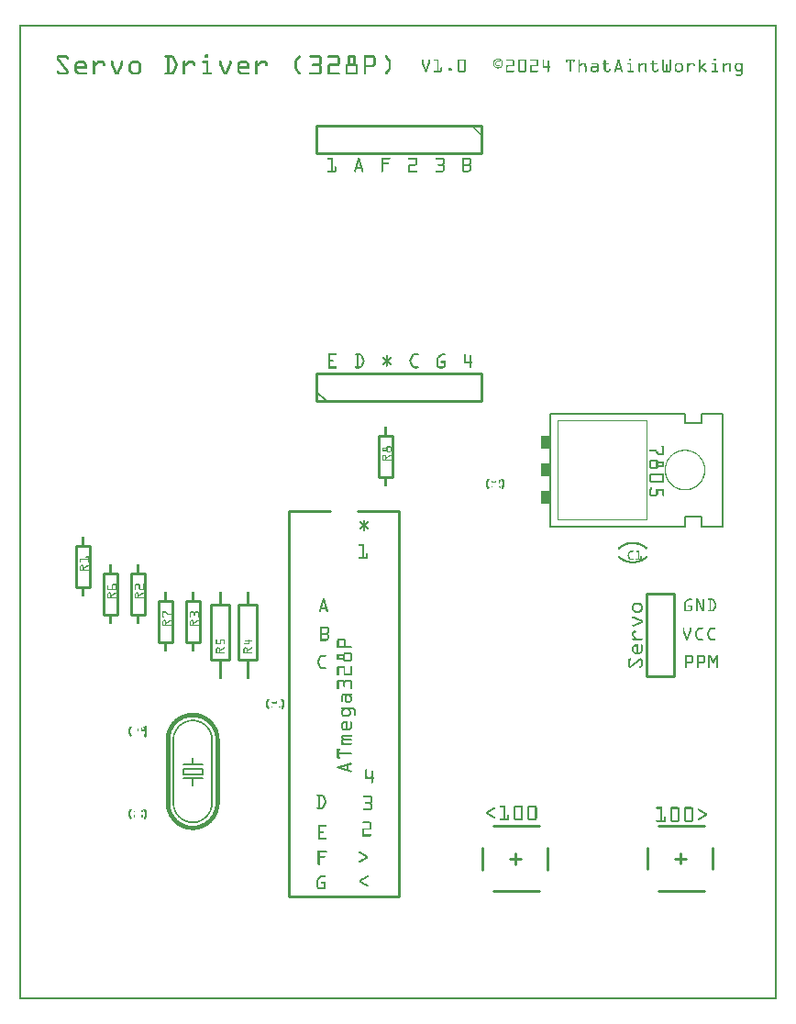
<source format=gto>
G04 MADE WITH FRITZING*
G04 WWW.FRITZING.ORG*
G04 DOUBLE SIDED*
G04 HOLES PLATED*
G04 CONTOUR ON CENTER OF CONTOUR VECTOR*
%ASAXBY*%
%FSLAX23Y23*%
%MOIN*%
%OFA0B0*%
%SFA1.0B1.0*%
%ADD10R,0.035000X0.050000*%
%ADD11C,0.010000*%
%ADD12C,0.016000*%
%ADD13C,0.006000*%
%ADD14C,0.002000*%
%ADD15C,0.005000*%
%ADD16R,0.001000X0.001000*%
%LNSILK1*%
G90*
G70*
G54D10*
X1914Y1824D03*
X1914Y1924D03*
X1914Y2024D03*
G54D11*
X982Y1774D02*
X982Y374D01*
D02*
X982Y374D02*
X1382Y374D01*
D02*
X1382Y374D02*
X1382Y1774D01*
D02*
X982Y1774D02*
X1132Y1774D01*
D02*
X1232Y1774D02*
X1382Y1774D01*
G54D12*
D02*
X542Y944D02*
X542Y714D01*
D02*
X722Y944D02*
X722Y714D01*
G54D13*
D02*
X562Y944D02*
X562Y714D01*
D02*
X702Y714D02*
X702Y944D01*
D02*
X667Y839D02*
X667Y819D01*
D02*
X667Y819D02*
X597Y819D01*
D02*
X597Y819D02*
X597Y839D01*
D02*
X597Y839D02*
X667Y839D01*
D02*
X667Y804D02*
X632Y804D01*
D02*
X632Y804D02*
X597Y804D01*
D02*
X667Y854D02*
X632Y854D01*
D02*
X632Y854D02*
X597Y854D01*
D02*
X632Y804D02*
X632Y779D01*
D02*
X632Y854D02*
X632Y879D01*
D02*
X1932Y2129D02*
X1932Y1719D01*
D02*
X2557Y1719D02*
X2557Y2129D01*
D02*
X1932Y1719D02*
X2422Y1719D01*
D02*
X2422Y1719D02*
X2422Y1754D01*
D02*
X2422Y1754D02*
X2482Y1754D01*
D02*
X2482Y1754D02*
X2482Y1719D01*
D02*
X2482Y1719D02*
X2557Y1719D01*
D02*
X1932Y2129D02*
X2422Y2129D01*
D02*
X2422Y2129D02*
X2422Y2094D01*
D02*
X2422Y2094D02*
X2482Y2094D01*
D02*
X2482Y2094D02*
X2482Y2129D01*
D02*
X2482Y2129D02*
X2557Y2129D01*
G54D14*
D02*
X1957Y2104D02*
X1957Y1744D01*
D02*
X2282Y1744D02*
X1957Y1744D01*
D02*
X2282Y1744D02*
X2282Y2104D01*
D02*
X1957Y2104D02*
X2282Y2104D01*
G54D11*
D02*
X2522Y553D02*
X2522Y474D01*
D02*
X2325Y631D02*
X2492Y631D01*
D02*
X2325Y395D02*
X2492Y395D01*
D02*
X2286Y553D02*
X2286Y474D01*
D02*
X2404Y533D02*
X2404Y494D01*
D02*
X2424Y513D02*
X2384Y513D01*
D02*
X1922Y552D02*
X1922Y473D01*
D02*
X1725Y631D02*
X1892Y631D01*
D02*
X1725Y395D02*
X1892Y395D01*
D02*
X1686Y552D02*
X1686Y473D01*
D02*
X1804Y532D02*
X1804Y493D01*
D02*
X1824Y513D02*
X1784Y513D01*
D02*
X1307Y1899D02*
X1307Y2049D01*
D02*
X1307Y2049D02*
X1357Y2049D01*
D02*
X1357Y2049D02*
X1357Y1899D01*
D02*
X1357Y1899D02*
X1307Y1899D01*
D02*
X507Y1299D02*
X507Y1449D01*
D02*
X507Y1449D02*
X557Y1449D01*
D02*
X557Y1449D02*
X557Y1299D01*
D02*
X557Y1299D02*
X507Y1299D01*
D02*
X307Y1399D02*
X307Y1549D01*
D02*
X307Y1549D02*
X357Y1549D01*
D02*
X357Y1549D02*
X357Y1399D01*
D02*
X357Y1399D02*
X307Y1399D01*
D02*
X699Y1234D02*
X699Y1434D01*
D02*
X699Y1434D02*
X765Y1434D01*
D02*
X765Y1434D02*
X765Y1234D01*
D02*
X765Y1234D02*
X699Y1234D01*
D02*
X799Y1234D02*
X799Y1434D01*
D02*
X799Y1434D02*
X865Y1434D01*
D02*
X865Y1434D02*
X865Y1234D01*
D02*
X865Y1234D02*
X799Y1234D01*
D02*
X607Y1299D02*
X607Y1449D01*
D02*
X607Y1449D02*
X657Y1449D01*
D02*
X657Y1449D02*
X657Y1299D01*
D02*
X657Y1299D02*
X607Y1299D01*
D02*
X407Y1399D02*
X407Y1549D01*
D02*
X407Y1549D02*
X457Y1549D01*
D02*
X457Y1549D02*
X457Y1399D01*
D02*
X457Y1399D02*
X407Y1399D01*
D02*
X207Y1499D02*
X207Y1649D01*
D02*
X207Y1649D02*
X257Y1649D01*
D02*
X257Y1649D02*
X257Y1499D01*
D02*
X257Y1499D02*
X207Y1499D01*
D02*
X1682Y3174D02*
X1082Y3174D01*
D02*
X1082Y3174D02*
X1082Y3074D01*
D02*
X1082Y3074D02*
X1682Y3074D01*
D02*
X1682Y3074D02*
X1682Y3174D01*
D02*
X1082Y2174D02*
X1682Y2174D01*
D02*
X1682Y2174D02*
X1682Y2274D01*
D02*
X1682Y2274D02*
X1082Y2274D01*
D02*
X1082Y2274D02*
X1082Y2174D01*
G54D15*
D02*
X1117Y2174D02*
X1082Y2209D01*
G54D11*
D02*
X2282Y1474D02*
X2282Y1174D01*
D02*
X2282Y1174D02*
X2382Y1174D01*
D02*
X2382Y1174D02*
X2382Y1474D01*
D02*
X2382Y1474D02*
X2282Y1474D01*
G54D16*
X1Y3543D02*
X2755Y3543D01*
X1Y3542D02*
X2755Y3542D01*
X1Y3541D02*
X2755Y3541D01*
X1Y3540D02*
X2755Y3540D01*
X1Y3539D02*
X2755Y3539D01*
X1Y3538D02*
X2755Y3538D01*
X1Y3537D02*
X2755Y3537D01*
X1Y3536D02*
X2755Y3536D01*
X1Y3535D02*
X8Y3535D01*
X2748Y3535D02*
X2755Y3535D01*
X1Y3534D02*
X8Y3534D01*
X2748Y3534D02*
X2755Y3534D01*
X1Y3533D02*
X8Y3533D01*
X2748Y3533D02*
X2755Y3533D01*
X1Y3532D02*
X8Y3532D01*
X2748Y3532D02*
X2755Y3532D01*
X1Y3531D02*
X8Y3531D01*
X2748Y3531D02*
X2755Y3531D01*
X1Y3530D02*
X8Y3530D01*
X2748Y3530D02*
X2755Y3530D01*
X1Y3529D02*
X8Y3529D01*
X2748Y3529D02*
X2755Y3529D01*
X1Y3528D02*
X8Y3528D01*
X2748Y3528D02*
X2755Y3528D01*
X1Y3527D02*
X8Y3527D01*
X2748Y3527D02*
X2755Y3527D01*
X1Y3526D02*
X8Y3526D01*
X2748Y3526D02*
X2755Y3526D01*
X1Y3525D02*
X8Y3525D01*
X2748Y3525D02*
X2755Y3525D01*
X1Y3524D02*
X8Y3524D01*
X2748Y3524D02*
X2755Y3524D01*
X1Y3523D02*
X8Y3523D01*
X2748Y3523D02*
X2755Y3523D01*
X1Y3522D02*
X8Y3522D01*
X2748Y3522D02*
X2755Y3522D01*
X1Y3521D02*
X8Y3521D01*
X2748Y3521D02*
X2755Y3521D01*
X1Y3520D02*
X8Y3520D01*
X2748Y3520D02*
X2755Y3520D01*
X1Y3519D02*
X8Y3519D01*
X2748Y3519D02*
X2755Y3519D01*
X1Y3518D02*
X8Y3518D01*
X2748Y3518D02*
X2755Y3518D01*
X1Y3517D02*
X8Y3517D01*
X2748Y3517D02*
X2755Y3517D01*
X1Y3516D02*
X8Y3516D01*
X2748Y3516D02*
X2755Y3516D01*
X1Y3515D02*
X8Y3515D01*
X2748Y3515D02*
X2755Y3515D01*
X1Y3514D02*
X8Y3514D01*
X2748Y3514D02*
X2755Y3514D01*
X1Y3513D02*
X8Y3513D01*
X2748Y3513D02*
X2755Y3513D01*
X1Y3512D02*
X8Y3512D01*
X2748Y3512D02*
X2755Y3512D01*
X1Y3511D02*
X8Y3511D01*
X2748Y3511D02*
X2755Y3511D01*
X1Y3510D02*
X8Y3510D01*
X2748Y3510D02*
X2755Y3510D01*
X1Y3509D02*
X8Y3509D01*
X2748Y3509D02*
X2755Y3509D01*
X1Y3508D02*
X8Y3508D01*
X2748Y3508D02*
X2755Y3508D01*
X1Y3507D02*
X8Y3507D01*
X2748Y3507D02*
X2755Y3507D01*
X1Y3506D02*
X8Y3506D01*
X2748Y3506D02*
X2755Y3506D01*
X1Y3505D02*
X8Y3505D01*
X2748Y3505D02*
X2755Y3505D01*
X1Y3504D02*
X8Y3504D01*
X2748Y3504D02*
X2755Y3504D01*
X1Y3503D02*
X8Y3503D01*
X2748Y3503D02*
X2755Y3503D01*
X1Y3502D02*
X8Y3502D01*
X2748Y3502D02*
X2755Y3502D01*
X1Y3501D02*
X8Y3501D01*
X2748Y3501D02*
X2755Y3501D01*
X1Y3500D02*
X8Y3500D01*
X2748Y3500D02*
X2755Y3500D01*
X1Y3499D02*
X8Y3499D01*
X2748Y3499D02*
X2755Y3499D01*
X1Y3498D02*
X8Y3498D01*
X2748Y3498D02*
X2755Y3498D01*
X1Y3497D02*
X8Y3497D01*
X2748Y3497D02*
X2755Y3497D01*
X1Y3496D02*
X8Y3496D01*
X2748Y3496D02*
X2755Y3496D01*
X1Y3495D02*
X8Y3495D01*
X2748Y3495D02*
X2755Y3495D01*
X1Y3494D02*
X8Y3494D01*
X2748Y3494D02*
X2755Y3494D01*
X1Y3493D02*
X8Y3493D01*
X2748Y3493D02*
X2755Y3493D01*
X1Y3492D02*
X8Y3492D01*
X2748Y3492D02*
X2755Y3492D01*
X1Y3491D02*
X8Y3491D01*
X2748Y3491D02*
X2755Y3491D01*
X1Y3490D02*
X8Y3490D01*
X2748Y3490D02*
X2755Y3490D01*
X1Y3489D02*
X8Y3489D01*
X2748Y3489D02*
X2755Y3489D01*
X1Y3488D02*
X8Y3488D01*
X2748Y3488D02*
X2755Y3488D01*
X1Y3487D02*
X8Y3487D01*
X2748Y3487D02*
X2755Y3487D01*
X1Y3486D02*
X8Y3486D01*
X2748Y3486D02*
X2755Y3486D01*
X1Y3485D02*
X8Y3485D01*
X2748Y3485D02*
X2755Y3485D01*
X1Y3484D02*
X8Y3484D01*
X2748Y3484D02*
X2755Y3484D01*
X1Y3483D02*
X8Y3483D01*
X2748Y3483D02*
X2755Y3483D01*
X1Y3482D02*
X8Y3482D01*
X2748Y3482D02*
X2755Y3482D01*
X1Y3481D02*
X8Y3481D01*
X2748Y3481D02*
X2755Y3481D01*
X1Y3480D02*
X8Y3480D01*
X2748Y3480D02*
X2755Y3480D01*
X1Y3479D02*
X8Y3479D01*
X2748Y3479D02*
X2755Y3479D01*
X1Y3478D02*
X8Y3478D01*
X2748Y3478D02*
X2755Y3478D01*
X1Y3477D02*
X8Y3477D01*
X2748Y3477D02*
X2755Y3477D01*
X1Y3476D02*
X8Y3476D01*
X2748Y3476D02*
X2755Y3476D01*
X1Y3475D02*
X8Y3475D01*
X2748Y3475D02*
X2755Y3475D01*
X1Y3474D02*
X8Y3474D01*
X2748Y3474D02*
X2755Y3474D01*
X1Y3473D02*
X8Y3473D01*
X2748Y3473D02*
X2755Y3473D01*
X1Y3472D02*
X8Y3472D01*
X2748Y3472D02*
X2755Y3472D01*
X1Y3471D02*
X8Y3471D01*
X2748Y3471D02*
X2755Y3471D01*
X1Y3470D02*
X8Y3470D01*
X2748Y3470D02*
X2755Y3470D01*
X1Y3469D02*
X8Y3469D01*
X2748Y3469D02*
X2755Y3469D01*
X1Y3468D02*
X8Y3468D01*
X2748Y3468D02*
X2755Y3468D01*
X1Y3467D02*
X8Y3467D01*
X2748Y3467D02*
X2755Y3467D01*
X1Y3466D02*
X8Y3466D01*
X2748Y3466D02*
X2755Y3466D01*
X1Y3465D02*
X8Y3465D01*
X2748Y3465D02*
X2755Y3465D01*
X1Y3464D02*
X8Y3464D01*
X2748Y3464D02*
X2755Y3464D01*
X1Y3463D02*
X8Y3463D01*
X2748Y3463D02*
X2755Y3463D01*
X1Y3462D02*
X8Y3462D01*
X2748Y3462D02*
X2755Y3462D01*
X1Y3461D02*
X8Y3461D01*
X2748Y3461D02*
X2755Y3461D01*
X1Y3460D02*
X8Y3460D01*
X2748Y3460D02*
X2755Y3460D01*
X1Y3459D02*
X8Y3459D01*
X2748Y3459D02*
X2755Y3459D01*
X1Y3458D02*
X8Y3458D01*
X2748Y3458D02*
X2755Y3458D01*
X1Y3457D02*
X8Y3457D01*
X2748Y3457D02*
X2755Y3457D01*
X1Y3456D02*
X8Y3456D01*
X2748Y3456D02*
X2755Y3456D01*
X1Y3455D02*
X8Y3455D01*
X2748Y3455D02*
X2755Y3455D01*
X1Y3454D02*
X8Y3454D01*
X2748Y3454D02*
X2755Y3454D01*
X1Y3453D02*
X8Y3453D01*
X2748Y3453D02*
X2755Y3453D01*
X1Y3452D02*
X8Y3452D01*
X2748Y3452D02*
X2755Y3452D01*
X1Y3451D02*
X8Y3451D01*
X2748Y3451D02*
X2755Y3451D01*
X1Y3450D02*
X8Y3450D01*
X2748Y3450D02*
X2755Y3450D01*
X1Y3449D02*
X8Y3449D01*
X2748Y3449D02*
X2755Y3449D01*
X1Y3448D02*
X8Y3448D01*
X2748Y3448D02*
X2755Y3448D01*
X1Y3447D02*
X8Y3447D01*
X2748Y3447D02*
X2755Y3447D01*
X1Y3446D02*
X8Y3446D01*
X2748Y3446D02*
X2755Y3446D01*
X1Y3445D02*
X8Y3445D01*
X2748Y3445D02*
X2755Y3445D01*
X1Y3444D02*
X8Y3444D01*
X2748Y3444D02*
X2755Y3444D01*
X1Y3443D02*
X8Y3443D01*
X2748Y3443D02*
X2755Y3443D01*
X1Y3442D02*
X8Y3442D01*
X2748Y3442D02*
X2755Y3442D01*
X1Y3441D02*
X8Y3441D01*
X2748Y3441D02*
X2755Y3441D01*
X1Y3440D02*
X8Y3440D01*
X2748Y3440D02*
X2755Y3440D01*
X1Y3439D02*
X8Y3439D01*
X2748Y3439D02*
X2755Y3439D01*
X1Y3438D02*
X8Y3438D01*
X2748Y3438D02*
X2755Y3438D01*
X1Y3437D02*
X8Y3437D01*
X2748Y3437D02*
X2755Y3437D01*
X1Y3436D02*
X8Y3436D01*
X2748Y3436D02*
X2755Y3436D01*
X1Y3435D02*
X8Y3435D01*
X2748Y3435D02*
X2755Y3435D01*
X1Y3434D02*
X8Y3434D01*
X678Y3434D02*
X687Y3434D01*
X2748Y3434D02*
X2755Y3434D01*
X1Y3433D02*
X8Y3433D01*
X677Y3433D02*
X688Y3433D01*
X2748Y3433D02*
X2755Y3433D01*
X1Y3432D02*
X8Y3432D01*
X677Y3432D02*
X689Y3432D01*
X2748Y3432D02*
X2755Y3432D01*
X1Y3431D02*
X8Y3431D01*
X147Y3431D02*
X171Y3431D01*
X534Y3431D02*
X555Y3431D01*
X676Y3431D02*
X689Y3431D01*
X1020Y3431D02*
X1020Y3431D01*
X1061Y3431D02*
X1093Y3431D01*
X1127Y3431D02*
X1159Y3431D01*
X1200Y3431D02*
X1220Y3431D01*
X1255Y3431D02*
X1285Y3431D01*
X1335Y3431D02*
X1335Y3431D01*
X2748Y3431D02*
X2755Y3431D01*
X1Y3430D02*
X8Y3430D01*
X143Y3430D02*
X174Y3430D01*
X532Y3430D02*
X559Y3430D01*
X676Y3430D02*
X689Y3430D01*
X1018Y3430D02*
X1022Y3430D01*
X1059Y3430D02*
X1096Y3430D01*
X1124Y3430D02*
X1162Y3430D01*
X1198Y3430D02*
X1222Y3430D01*
X1254Y3430D02*
X1290Y3430D01*
X1332Y3430D02*
X1337Y3430D01*
X2748Y3430D02*
X2755Y3430D01*
X1Y3429D02*
X8Y3429D01*
X142Y3429D02*
X176Y3429D01*
X531Y3429D02*
X560Y3429D01*
X676Y3429D02*
X689Y3429D01*
X1017Y3429D02*
X1023Y3429D01*
X1058Y3429D02*
X1098Y3429D01*
X1123Y3429D02*
X1163Y3429D01*
X1197Y3429D02*
X1223Y3429D01*
X1254Y3429D02*
X1291Y3429D01*
X1332Y3429D02*
X1338Y3429D01*
X2748Y3429D02*
X2755Y3429D01*
X1Y3428D02*
X8Y3428D01*
X141Y3428D02*
X178Y3428D01*
X530Y3428D02*
X562Y3428D01*
X676Y3428D02*
X689Y3428D01*
X1016Y3428D02*
X1024Y3428D01*
X1057Y3428D02*
X1099Y3428D01*
X1123Y3428D02*
X1164Y3428D01*
X1197Y3428D02*
X1224Y3428D01*
X1254Y3428D02*
X1293Y3428D01*
X1331Y3428D02*
X1339Y3428D01*
X2748Y3428D02*
X2755Y3428D01*
X1Y3427D02*
X8Y3427D01*
X140Y3427D02*
X179Y3427D01*
X530Y3427D02*
X563Y3427D01*
X676Y3427D02*
X689Y3427D01*
X1015Y3427D02*
X1024Y3427D01*
X1057Y3427D02*
X1099Y3427D01*
X1123Y3427D02*
X1165Y3427D01*
X1196Y3427D02*
X1224Y3427D01*
X1254Y3427D02*
X1294Y3427D01*
X1331Y3427D02*
X1340Y3427D01*
X2748Y3427D02*
X2755Y3427D01*
X1Y3426D02*
X8Y3426D01*
X139Y3426D02*
X179Y3426D01*
X530Y3426D02*
X564Y3426D01*
X676Y3426D02*
X689Y3426D01*
X1014Y3426D02*
X1024Y3426D01*
X1057Y3426D02*
X1100Y3426D01*
X1123Y3426D02*
X1166Y3426D01*
X1196Y3426D02*
X1224Y3426D01*
X1254Y3426D02*
X1295Y3426D01*
X1331Y3426D02*
X1341Y3426D01*
X2748Y3426D02*
X2755Y3426D01*
X1Y3425D02*
X8Y3425D01*
X138Y3425D02*
X180Y3425D01*
X530Y3425D02*
X565Y3425D01*
X677Y3425D02*
X689Y3425D01*
X1013Y3425D02*
X1024Y3425D01*
X1057Y3425D02*
X1100Y3425D01*
X1123Y3425D02*
X1166Y3425D01*
X1196Y3425D02*
X1224Y3425D01*
X1254Y3425D02*
X1296Y3425D01*
X1331Y3425D02*
X1341Y3425D01*
X2748Y3425D02*
X2755Y3425D01*
X1Y3424D02*
X8Y3424D01*
X138Y3424D02*
X181Y3424D01*
X531Y3424D02*
X565Y3424D01*
X677Y3424D02*
X688Y3424D01*
X1013Y3424D02*
X1023Y3424D01*
X1058Y3424D02*
X1101Y3424D01*
X1123Y3424D02*
X1166Y3424D01*
X1196Y3424D02*
X1224Y3424D01*
X1254Y3424D02*
X1296Y3424D01*
X1331Y3424D02*
X1342Y3424D01*
X2748Y3424D02*
X2755Y3424D01*
X1Y3423D02*
X8Y3423D01*
X138Y3423D02*
X181Y3423D01*
X532Y3423D02*
X566Y3423D01*
X678Y3423D02*
X687Y3423D01*
X1012Y3423D02*
X1023Y3423D01*
X1059Y3423D02*
X1101Y3423D01*
X1124Y3423D02*
X1167Y3423D01*
X1196Y3423D02*
X1224Y3423D01*
X1254Y3423D02*
X1297Y3423D01*
X1332Y3423D02*
X1343Y3423D01*
X2748Y3423D02*
X2755Y3423D01*
X1Y3422D02*
X8Y3422D01*
X138Y3422D02*
X181Y3422D01*
X534Y3422D02*
X566Y3422D01*
X681Y3422D02*
X685Y3422D01*
X1011Y3422D02*
X1022Y3422D01*
X1061Y3422D02*
X1101Y3422D01*
X1127Y3422D02*
X1167Y3422D01*
X1196Y3422D02*
X1224Y3422D01*
X1254Y3422D02*
X1297Y3422D01*
X1333Y3422D02*
X1344Y3422D01*
X2748Y3422D02*
X2755Y3422D01*
X1Y3421D02*
X8Y3421D01*
X138Y3421D02*
X146Y3421D01*
X173Y3421D02*
X182Y3421D01*
X539Y3421D02*
X547Y3421D01*
X557Y3421D02*
X567Y3421D01*
X1010Y3421D02*
X1021Y3421D01*
X1093Y3421D02*
X1101Y3421D01*
X1159Y3421D02*
X1167Y3421D01*
X1196Y3421D02*
X1204Y3421D01*
X1216Y3421D02*
X1224Y3421D01*
X1254Y3421D02*
X1262Y3421D01*
X1288Y3421D02*
X1297Y3421D01*
X1334Y3421D02*
X1344Y3421D01*
X2748Y3421D02*
X2755Y3421D01*
X1Y3420D02*
X8Y3420D01*
X138Y3420D02*
X146Y3420D01*
X173Y3420D02*
X182Y3420D01*
X539Y3420D02*
X547Y3420D01*
X558Y3420D02*
X567Y3420D01*
X1010Y3420D02*
X1020Y3420D01*
X1093Y3420D02*
X1101Y3420D01*
X1159Y3420D02*
X1167Y3420D01*
X1196Y3420D02*
X1204Y3420D01*
X1216Y3420D02*
X1224Y3420D01*
X1254Y3420D02*
X1262Y3420D01*
X1289Y3420D02*
X1298Y3420D01*
X1335Y3420D02*
X1345Y3420D01*
X2748Y3420D02*
X2755Y3420D01*
X1Y3419D02*
X8Y3419D01*
X138Y3419D02*
X147Y3419D01*
X174Y3419D02*
X182Y3419D01*
X539Y3419D02*
X547Y3419D01*
X558Y3419D02*
X568Y3419D01*
X1009Y3419D02*
X1019Y3419D01*
X1093Y3419D02*
X1101Y3419D01*
X1159Y3419D02*
X1167Y3419D01*
X1196Y3419D02*
X1204Y3419D01*
X1216Y3419D02*
X1224Y3419D01*
X1254Y3419D02*
X1262Y3419D01*
X1289Y3419D02*
X1298Y3419D01*
X1335Y3419D02*
X1346Y3419D01*
X2220Y3419D02*
X2224Y3419D01*
X2526Y3419D02*
X2531Y3419D01*
X2748Y3419D02*
X2755Y3419D01*
X1Y3418D02*
X8Y3418D01*
X138Y3418D02*
X148Y3418D01*
X174Y3418D02*
X182Y3418D01*
X539Y3418D02*
X547Y3418D01*
X559Y3418D02*
X568Y3418D01*
X1008Y3418D02*
X1019Y3418D01*
X1093Y3418D02*
X1101Y3418D01*
X1159Y3418D02*
X1167Y3418D01*
X1196Y3418D02*
X1204Y3418D01*
X1216Y3418D02*
X1224Y3418D01*
X1254Y3418D02*
X1262Y3418D01*
X1290Y3418D02*
X1298Y3418D01*
X1336Y3418D02*
X1347Y3418D01*
X2219Y3418D02*
X2226Y3418D01*
X2525Y3418D02*
X2532Y3418D01*
X2748Y3418D02*
X2755Y3418D01*
X1Y3417D02*
X8Y3417D01*
X138Y3417D02*
X148Y3417D01*
X174Y3417D02*
X181Y3417D01*
X539Y3417D02*
X547Y3417D01*
X559Y3417D02*
X569Y3417D01*
X1007Y3417D02*
X1018Y3417D01*
X1093Y3417D02*
X1101Y3417D01*
X1159Y3417D02*
X1167Y3417D01*
X1196Y3417D02*
X1204Y3417D01*
X1216Y3417D02*
X1224Y3417D01*
X1254Y3417D02*
X1262Y3417D01*
X1290Y3417D02*
X1298Y3417D01*
X1337Y3417D02*
X1348Y3417D01*
X1734Y3417D02*
X1750Y3417D01*
X2218Y3417D02*
X2226Y3417D01*
X2525Y3417D02*
X2533Y3417D01*
X2748Y3417D02*
X2755Y3417D01*
X1Y3416D02*
X8Y3416D01*
X139Y3416D02*
X149Y3416D01*
X175Y3416D02*
X181Y3416D01*
X539Y3416D02*
X547Y3416D01*
X560Y3416D02*
X569Y3416D01*
X1006Y3416D02*
X1017Y3416D01*
X1093Y3416D02*
X1101Y3416D01*
X1159Y3416D02*
X1167Y3416D01*
X1196Y3416D02*
X1204Y3416D01*
X1216Y3416D02*
X1224Y3416D01*
X1254Y3416D02*
X1262Y3416D01*
X1290Y3416D02*
X1298Y3416D01*
X1338Y3416D02*
X1348Y3416D01*
X1466Y3416D02*
X1469Y3416D01*
X1490Y3416D02*
X1493Y3416D01*
X1510Y3416D02*
X1526Y3416D01*
X1600Y3416D02*
X1622Y3416D01*
X1733Y3416D02*
X1752Y3416D01*
X1772Y3416D02*
X1797Y3416D01*
X1818Y3416D02*
X1841Y3416D01*
X1860Y3416D02*
X1885Y3416D01*
X1905Y3416D02*
X1908Y3416D01*
X1991Y3416D02*
X2019Y3416D01*
X2035Y3416D02*
X2038Y3416D01*
X2178Y3416D02*
X2181Y3416D01*
X2218Y3416D02*
X2226Y3416D01*
X2340Y3416D02*
X2343Y3416D01*
X2367Y3416D02*
X2370Y3416D01*
X2473Y3416D02*
X2476Y3416D01*
X2525Y3416D02*
X2533Y3416D01*
X2748Y3416D02*
X2755Y3416D01*
X1Y3415D02*
X8Y3415D01*
X139Y3415D02*
X150Y3415D01*
X176Y3415D02*
X180Y3415D01*
X539Y3415D02*
X547Y3415D01*
X560Y3415D02*
X570Y3415D01*
X1006Y3415D02*
X1016Y3415D01*
X1093Y3415D02*
X1101Y3415D01*
X1159Y3415D02*
X1167Y3415D01*
X1196Y3415D02*
X1204Y3415D01*
X1216Y3415D02*
X1224Y3415D01*
X1254Y3415D02*
X1262Y3415D01*
X1290Y3415D02*
X1298Y3415D01*
X1338Y3415D02*
X1349Y3415D01*
X1465Y3415D02*
X1470Y3415D01*
X1489Y3415D02*
X1494Y3415D01*
X1509Y3415D02*
X1526Y3415D01*
X1598Y3415D02*
X1623Y3415D01*
X1731Y3415D02*
X1753Y3415D01*
X1772Y3415D02*
X1799Y3415D01*
X1817Y3415D02*
X1842Y3415D01*
X1859Y3415D02*
X1886Y3415D01*
X1904Y3415D02*
X1909Y3415D01*
X1990Y3415D02*
X2020Y3415D01*
X2034Y3415D02*
X2039Y3415D01*
X2178Y3415D02*
X2182Y3415D01*
X2218Y3415D02*
X2226Y3415D01*
X2339Y3415D02*
X2344Y3415D01*
X2366Y3415D02*
X2371Y3415D01*
X2472Y3415D02*
X2476Y3415D01*
X2525Y3415D02*
X2533Y3415D01*
X2748Y3415D02*
X2755Y3415D01*
X1Y3414D02*
X8Y3414D01*
X140Y3414D02*
X151Y3414D01*
X539Y3414D02*
X547Y3414D01*
X561Y3414D02*
X570Y3414D01*
X1005Y3414D02*
X1016Y3414D01*
X1093Y3414D02*
X1101Y3414D01*
X1159Y3414D02*
X1167Y3414D01*
X1196Y3414D02*
X1204Y3414D01*
X1216Y3414D02*
X1224Y3414D01*
X1254Y3414D02*
X1262Y3414D01*
X1290Y3414D02*
X1298Y3414D01*
X1339Y3414D02*
X1350Y3414D01*
X1465Y3414D02*
X1470Y3414D01*
X1489Y3414D02*
X1494Y3414D01*
X1509Y3414D02*
X1526Y3414D01*
X1597Y3414D02*
X1624Y3414D01*
X1730Y3414D02*
X1735Y3414D01*
X1750Y3414D02*
X1754Y3414D01*
X1771Y3414D02*
X1799Y3414D01*
X1816Y3414D02*
X1843Y3414D01*
X1859Y3414D02*
X1887Y3414D01*
X1904Y3414D02*
X1909Y3414D01*
X1990Y3414D02*
X2020Y3414D01*
X2034Y3414D02*
X2039Y3414D01*
X2130Y3414D02*
X2131Y3414D01*
X2177Y3414D02*
X2183Y3414D01*
X2218Y3414D02*
X2226Y3414D01*
X2305Y3414D02*
X2306Y3414D01*
X2339Y3414D02*
X2344Y3414D01*
X2366Y3414D02*
X2371Y3414D01*
X2472Y3414D02*
X2477Y3414D01*
X2525Y3414D02*
X2533Y3414D01*
X2748Y3414D02*
X2755Y3414D01*
X1Y3413D02*
X8Y3413D01*
X141Y3413D02*
X151Y3413D01*
X539Y3413D02*
X547Y3413D01*
X561Y3413D02*
X571Y3413D01*
X1004Y3413D02*
X1015Y3413D01*
X1093Y3413D02*
X1101Y3413D01*
X1159Y3413D02*
X1167Y3413D01*
X1196Y3413D02*
X1204Y3413D01*
X1216Y3413D02*
X1224Y3413D01*
X1254Y3413D02*
X1262Y3413D01*
X1290Y3413D02*
X1298Y3413D01*
X1340Y3413D02*
X1350Y3413D01*
X1465Y3413D02*
X1470Y3413D01*
X1489Y3413D02*
X1494Y3413D01*
X1509Y3413D02*
X1526Y3413D01*
X1597Y3413D02*
X1625Y3413D01*
X1729Y3413D02*
X1734Y3413D01*
X1751Y3413D02*
X1755Y3413D01*
X1772Y3413D02*
X1800Y3413D01*
X1816Y3413D02*
X1844Y3413D01*
X1859Y3413D02*
X1888Y3413D01*
X1904Y3413D02*
X1909Y3413D01*
X1990Y3413D02*
X2020Y3413D01*
X2034Y3413D02*
X2039Y3413D01*
X2128Y3413D02*
X2132Y3413D01*
X2177Y3413D02*
X2183Y3413D01*
X2218Y3413D02*
X2226Y3413D01*
X2303Y3413D02*
X2307Y3413D01*
X2339Y3413D02*
X2344Y3413D01*
X2366Y3413D02*
X2371Y3413D01*
X2472Y3413D02*
X2477Y3413D01*
X2525Y3413D02*
X2532Y3413D01*
X2748Y3413D02*
X2755Y3413D01*
X1Y3412D02*
X8Y3412D01*
X142Y3412D02*
X152Y3412D01*
X539Y3412D02*
X547Y3412D01*
X562Y3412D02*
X571Y3412D01*
X1004Y3412D02*
X1014Y3412D01*
X1093Y3412D02*
X1101Y3412D01*
X1159Y3412D02*
X1167Y3412D01*
X1196Y3412D02*
X1204Y3412D01*
X1216Y3412D02*
X1224Y3412D01*
X1254Y3412D02*
X1262Y3412D01*
X1290Y3412D02*
X1298Y3412D01*
X1341Y3412D02*
X1351Y3412D01*
X1465Y3412D02*
X1470Y3412D01*
X1489Y3412D02*
X1494Y3412D01*
X1509Y3412D02*
X1526Y3412D01*
X1596Y3412D02*
X1625Y3412D01*
X1728Y3412D02*
X1732Y3412D01*
X1753Y3412D02*
X1756Y3412D01*
X1772Y3412D02*
X1800Y3412D01*
X1815Y3412D02*
X1844Y3412D01*
X1860Y3412D02*
X1888Y3412D01*
X1904Y3412D02*
X1909Y3412D01*
X1990Y3412D02*
X2020Y3412D01*
X2034Y3412D02*
X2039Y3412D01*
X2128Y3412D02*
X2132Y3412D01*
X2177Y3412D02*
X2183Y3412D01*
X2219Y3412D02*
X2226Y3412D01*
X2303Y3412D02*
X2308Y3412D01*
X2339Y3412D02*
X2344Y3412D01*
X2366Y3412D02*
X2371Y3412D01*
X2472Y3412D02*
X2477Y3412D01*
X2525Y3412D02*
X2532Y3412D01*
X2748Y3412D02*
X2755Y3412D01*
X1Y3411D02*
X8Y3411D01*
X142Y3411D02*
X153Y3411D01*
X216Y3411D02*
X235Y3411D01*
X271Y3411D02*
X275Y3411D01*
X289Y3411D02*
X305Y3411D01*
X337Y3411D02*
X341Y3411D01*
X373Y3411D02*
X377Y3411D01*
X413Y3411D02*
X432Y3411D01*
X539Y3411D02*
X547Y3411D01*
X562Y3411D02*
X572Y3411D01*
X599Y3411D02*
X603Y3411D01*
X617Y3411D02*
X633Y3411D01*
X669Y3411D02*
X687Y3411D01*
X731Y3411D02*
X735Y3411D01*
X767Y3411D02*
X771Y3411D01*
X807Y3411D02*
X826Y3411D01*
X862Y3411D02*
X866Y3411D01*
X880Y3411D02*
X896Y3411D01*
X1004Y3411D02*
X1013Y3411D01*
X1093Y3411D02*
X1101Y3411D01*
X1159Y3411D02*
X1167Y3411D01*
X1196Y3411D02*
X1204Y3411D01*
X1216Y3411D02*
X1224Y3411D01*
X1254Y3411D02*
X1262Y3411D01*
X1290Y3411D02*
X1298Y3411D01*
X1342Y3411D02*
X1351Y3411D01*
X1465Y3411D02*
X1470Y3411D01*
X1489Y3411D02*
X1494Y3411D01*
X1510Y3411D02*
X1526Y3411D01*
X1596Y3411D02*
X1625Y3411D01*
X1728Y3411D02*
X1731Y3411D01*
X1739Y3411D02*
X1749Y3411D01*
X1753Y3411D02*
X1756Y3411D01*
X1773Y3411D02*
X1800Y3411D01*
X1815Y3411D02*
X1844Y3411D01*
X1861Y3411D02*
X1888Y3411D01*
X1904Y3411D02*
X1909Y3411D01*
X1923Y3411D02*
X1926Y3411D01*
X1990Y3411D02*
X2020Y3411D01*
X2034Y3411D02*
X2039Y3411D01*
X2128Y3411D02*
X2133Y3411D01*
X2176Y3411D02*
X2183Y3411D01*
X2220Y3411D02*
X2224Y3411D01*
X2303Y3411D02*
X2308Y3411D01*
X2339Y3411D02*
X2344Y3411D01*
X2366Y3411D02*
X2371Y3411D01*
X2472Y3411D02*
X2477Y3411D01*
X2526Y3411D02*
X2531Y3411D01*
X2748Y3411D02*
X2755Y3411D01*
X1Y3410D02*
X8Y3410D01*
X143Y3410D02*
X154Y3410D01*
X214Y3410D02*
X237Y3410D01*
X270Y3410D02*
X276Y3410D01*
X287Y3410D02*
X307Y3410D01*
X336Y3410D02*
X342Y3410D01*
X372Y3410D02*
X378Y3410D01*
X411Y3410D02*
X434Y3410D01*
X539Y3410D02*
X547Y3410D01*
X563Y3410D02*
X572Y3410D01*
X598Y3410D02*
X604Y3410D01*
X616Y3410D02*
X636Y3410D01*
X668Y3410D02*
X688Y3410D01*
X730Y3410D02*
X736Y3410D01*
X766Y3410D02*
X772Y3410D01*
X805Y3410D02*
X828Y3410D01*
X861Y3410D02*
X867Y3410D01*
X878Y3410D02*
X898Y3410D01*
X1003Y3410D02*
X1012Y3410D01*
X1093Y3410D02*
X1101Y3410D01*
X1159Y3410D02*
X1167Y3410D01*
X1196Y3410D02*
X1204Y3410D01*
X1216Y3410D02*
X1224Y3410D01*
X1254Y3410D02*
X1262Y3410D01*
X1290Y3410D02*
X1298Y3410D01*
X1342Y3410D02*
X1352Y3410D01*
X1465Y3410D02*
X1470Y3410D01*
X1489Y3410D02*
X1494Y3410D01*
X1521Y3410D02*
X1526Y3410D01*
X1596Y3410D02*
X1601Y3410D01*
X1620Y3410D02*
X1625Y3410D01*
X1727Y3410D02*
X1731Y3410D01*
X1738Y3410D02*
X1750Y3410D01*
X1754Y3410D02*
X1757Y3410D01*
X1795Y3410D02*
X1801Y3410D01*
X1815Y3410D02*
X1820Y3410D01*
X1839Y3410D02*
X1844Y3410D01*
X1883Y3410D02*
X1888Y3410D01*
X1904Y3410D02*
X1909Y3410D01*
X1922Y3410D02*
X1927Y3410D01*
X1990Y3410D02*
X1995Y3410D01*
X2002Y3410D02*
X2007Y3410D01*
X2015Y3410D02*
X2020Y3410D01*
X2034Y3410D02*
X2039Y3410D01*
X2127Y3410D02*
X2133Y3410D01*
X2176Y3410D02*
X2184Y3410D01*
X2303Y3410D02*
X2308Y3410D01*
X2339Y3410D02*
X2344Y3410D01*
X2366Y3410D02*
X2371Y3410D01*
X2472Y3410D02*
X2477Y3410D01*
X2748Y3410D02*
X2755Y3410D01*
X1Y3409D02*
X8Y3409D01*
X144Y3409D02*
X155Y3409D01*
X212Y3409D02*
X239Y3409D01*
X269Y3409D02*
X276Y3409D01*
X286Y3409D02*
X309Y3409D01*
X335Y3409D02*
X342Y3409D01*
X371Y3409D02*
X378Y3409D01*
X409Y3409D02*
X436Y3409D01*
X539Y3409D02*
X547Y3409D01*
X564Y3409D02*
X573Y3409D01*
X598Y3409D02*
X605Y3409D01*
X615Y3409D02*
X637Y3409D01*
X668Y3409D02*
X689Y3409D01*
X729Y3409D02*
X736Y3409D01*
X765Y3409D02*
X772Y3409D01*
X803Y3409D02*
X830Y3409D01*
X860Y3409D02*
X867Y3409D01*
X877Y3409D02*
X900Y3409D01*
X1003Y3409D02*
X1012Y3409D01*
X1093Y3409D02*
X1101Y3409D01*
X1159Y3409D02*
X1167Y3409D01*
X1196Y3409D02*
X1204Y3409D01*
X1216Y3409D02*
X1224Y3409D01*
X1254Y3409D02*
X1262Y3409D01*
X1290Y3409D02*
X1298Y3409D01*
X1343Y3409D02*
X1352Y3409D01*
X1465Y3409D02*
X1470Y3409D01*
X1489Y3409D02*
X1494Y3409D01*
X1521Y3409D02*
X1526Y3409D01*
X1596Y3409D02*
X1601Y3409D01*
X1620Y3409D02*
X1625Y3409D01*
X1727Y3409D02*
X1730Y3409D01*
X1736Y3409D02*
X1750Y3409D01*
X1755Y3409D02*
X1757Y3409D01*
X1795Y3409D02*
X1801Y3409D01*
X1815Y3409D02*
X1820Y3409D01*
X1839Y3409D02*
X1844Y3409D01*
X1883Y3409D02*
X1888Y3409D01*
X1904Y3409D02*
X1909Y3409D01*
X1922Y3409D02*
X1927Y3409D01*
X1990Y3409D02*
X1995Y3409D01*
X2002Y3409D02*
X2007Y3409D01*
X2015Y3409D02*
X2020Y3409D01*
X2034Y3409D02*
X2039Y3409D01*
X2127Y3409D02*
X2133Y3409D01*
X2176Y3409D02*
X2184Y3409D01*
X2303Y3409D02*
X2308Y3409D01*
X2339Y3409D02*
X2344Y3409D01*
X2366Y3409D02*
X2371Y3409D01*
X2472Y3409D02*
X2477Y3409D01*
X2748Y3409D02*
X2755Y3409D01*
X1Y3408D02*
X8Y3408D01*
X145Y3408D02*
X155Y3408D01*
X210Y3408D02*
X240Y3408D01*
X269Y3408D02*
X277Y3408D01*
X285Y3408D02*
X310Y3408D01*
X335Y3408D02*
X343Y3408D01*
X371Y3408D02*
X379Y3408D01*
X407Y3408D02*
X437Y3408D01*
X539Y3408D02*
X547Y3408D01*
X564Y3408D02*
X573Y3408D01*
X597Y3408D02*
X605Y3408D01*
X613Y3408D02*
X638Y3408D01*
X667Y3408D02*
X689Y3408D01*
X729Y3408D02*
X737Y3408D01*
X765Y3408D02*
X773Y3408D01*
X801Y3408D02*
X831Y3408D01*
X860Y3408D02*
X868Y3408D01*
X876Y3408D02*
X901Y3408D01*
X1003Y3408D02*
X1011Y3408D01*
X1093Y3408D02*
X1101Y3408D01*
X1159Y3408D02*
X1167Y3408D01*
X1196Y3408D02*
X1204Y3408D01*
X1216Y3408D02*
X1224Y3408D01*
X1254Y3408D02*
X1262Y3408D01*
X1290Y3408D02*
X1298Y3408D01*
X1344Y3408D02*
X1352Y3408D01*
X1465Y3408D02*
X1470Y3408D01*
X1489Y3408D02*
X1494Y3408D01*
X1521Y3408D02*
X1526Y3408D01*
X1596Y3408D02*
X1601Y3408D01*
X1620Y3408D02*
X1625Y3408D01*
X1727Y3408D02*
X1729Y3408D01*
X1735Y3408D02*
X1749Y3408D01*
X1755Y3408D02*
X1758Y3408D01*
X1795Y3408D02*
X1801Y3408D01*
X1815Y3408D02*
X1820Y3408D01*
X1839Y3408D02*
X1844Y3408D01*
X1883Y3408D02*
X1888Y3408D01*
X1904Y3408D02*
X1909Y3408D01*
X1922Y3408D02*
X1927Y3408D01*
X1990Y3408D02*
X1994Y3408D01*
X2002Y3408D02*
X2007Y3408D01*
X2015Y3408D02*
X2020Y3408D01*
X2034Y3408D02*
X2039Y3408D01*
X2127Y3408D02*
X2133Y3408D01*
X2176Y3408D02*
X2184Y3408D01*
X2303Y3408D02*
X2308Y3408D01*
X2339Y3408D02*
X2344Y3408D01*
X2366Y3408D02*
X2371Y3408D01*
X2472Y3408D02*
X2477Y3408D01*
X2748Y3408D02*
X2755Y3408D01*
X1Y3407D02*
X8Y3407D01*
X145Y3407D02*
X156Y3407D01*
X209Y3407D02*
X241Y3407D01*
X269Y3407D02*
X277Y3407D01*
X284Y3407D02*
X311Y3407D01*
X335Y3407D02*
X343Y3407D01*
X371Y3407D02*
X379Y3407D01*
X406Y3407D02*
X438Y3407D01*
X539Y3407D02*
X547Y3407D01*
X565Y3407D02*
X574Y3407D01*
X597Y3407D02*
X605Y3407D01*
X612Y3407D02*
X639Y3407D01*
X667Y3407D02*
X689Y3407D01*
X729Y3407D02*
X737Y3407D01*
X765Y3407D02*
X773Y3407D01*
X800Y3407D02*
X832Y3407D01*
X860Y3407D02*
X868Y3407D01*
X875Y3407D02*
X902Y3407D01*
X1003Y3407D02*
X1011Y3407D01*
X1093Y3407D02*
X1101Y3407D01*
X1159Y3407D02*
X1167Y3407D01*
X1196Y3407D02*
X1204Y3407D01*
X1216Y3407D02*
X1224Y3407D01*
X1254Y3407D02*
X1262Y3407D01*
X1290Y3407D02*
X1298Y3407D01*
X1344Y3407D02*
X1352Y3407D01*
X1465Y3407D02*
X1470Y3407D01*
X1489Y3407D02*
X1494Y3407D01*
X1521Y3407D02*
X1526Y3407D01*
X1596Y3407D02*
X1601Y3407D01*
X1620Y3407D02*
X1625Y3407D01*
X1727Y3407D02*
X1729Y3407D01*
X1734Y3407D02*
X1739Y3407D01*
X1755Y3407D02*
X1758Y3407D01*
X1795Y3407D02*
X1801Y3407D01*
X1815Y3407D02*
X1820Y3407D01*
X1839Y3407D02*
X1844Y3407D01*
X1883Y3407D02*
X1888Y3407D01*
X1904Y3407D02*
X1909Y3407D01*
X1922Y3407D02*
X1927Y3407D01*
X1990Y3407D02*
X1994Y3407D01*
X2002Y3407D02*
X2007Y3407D01*
X2015Y3407D02*
X2019Y3407D01*
X2034Y3407D02*
X2039Y3407D01*
X2127Y3407D02*
X2133Y3407D01*
X2175Y3407D02*
X2185Y3407D01*
X2303Y3407D02*
X2308Y3407D01*
X2339Y3407D02*
X2344Y3407D01*
X2366Y3407D02*
X2371Y3407D01*
X2472Y3407D02*
X2477Y3407D01*
X2748Y3407D02*
X2755Y3407D01*
X1Y3406D02*
X8Y3406D01*
X146Y3406D02*
X157Y3406D01*
X208Y3406D02*
X242Y3406D01*
X269Y3406D02*
X277Y3406D01*
X283Y3406D02*
X311Y3406D01*
X335Y3406D02*
X343Y3406D01*
X370Y3406D02*
X379Y3406D01*
X405Y3406D02*
X439Y3406D01*
X539Y3406D02*
X547Y3406D01*
X565Y3406D02*
X574Y3406D01*
X597Y3406D02*
X605Y3406D01*
X611Y3406D02*
X640Y3406D01*
X668Y3406D02*
X689Y3406D01*
X729Y3406D02*
X737Y3406D01*
X764Y3406D02*
X773Y3406D01*
X799Y3406D02*
X833Y3406D01*
X860Y3406D02*
X868Y3406D01*
X874Y3406D02*
X902Y3406D01*
X1002Y3406D02*
X1011Y3406D01*
X1093Y3406D02*
X1101Y3406D01*
X1159Y3406D02*
X1167Y3406D01*
X1196Y3406D02*
X1204Y3406D01*
X1216Y3406D02*
X1224Y3406D01*
X1254Y3406D02*
X1262Y3406D01*
X1290Y3406D02*
X1298Y3406D01*
X1344Y3406D02*
X1352Y3406D01*
X1465Y3406D02*
X1470Y3406D01*
X1489Y3406D02*
X1494Y3406D01*
X1521Y3406D02*
X1526Y3406D01*
X1596Y3406D02*
X1601Y3406D01*
X1620Y3406D02*
X1625Y3406D01*
X1726Y3406D02*
X1729Y3406D01*
X1734Y3406D02*
X1737Y3406D01*
X1755Y3406D02*
X1758Y3406D01*
X1795Y3406D02*
X1801Y3406D01*
X1815Y3406D02*
X1820Y3406D01*
X1839Y3406D02*
X1844Y3406D01*
X1883Y3406D02*
X1888Y3406D01*
X1904Y3406D02*
X1909Y3406D01*
X1922Y3406D02*
X1927Y3406D01*
X1991Y3406D02*
X1993Y3406D01*
X2002Y3406D02*
X2007Y3406D01*
X2016Y3406D02*
X2018Y3406D01*
X2034Y3406D02*
X2039Y3406D01*
X2127Y3406D02*
X2133Y3406D01*
X2175Y3406D02*
X2185Y3406D01*
X2303Y3406D02*
X2308Y3406D01*
X2339Y3406D02*
X2344Y3406D01*
X2366Y3406D02*
X2371Y3406D01*
X2472Y3406D02*
X2477Y3406D01*
X2748Y3406D02*
X2755Y3406D01*
X1Y3405D02*
X8Y3405D01*
X147Y3405D02*
X158Y3405D01*
X207Y3405D02*
X243Y3405D01*
X269Y3405D02*
X277Y3405D01*
X282Y3405D02*
X312Y3405D01*
X335Y3405D02*
X343Y3405D01*
X370Y3405D02*
X379Y3405D01*
X404Y3405D02*
X440Y3405D01*
X539Y3405D02*
X547Y3405D01*
X566Y3405D02*
X575Y3405D01*
X597Y3405D02*
X605Y3405D01*
X610Y3405D02*
X640Y3405D01*
X668Y3405D02*
X689Y3405D01*
X729Y3405D02*
X737Y3405D01*
X764Y3405D02*
X773Y3405D01*
X798Y3405D02*
X834Y3405D01*
X860Y3405D02*
X868Y3405D01*
X873Y3405D02*
X903Y3405D01*
X1002Y3405D02*
X1011Y3405D01*
X1093Y3405D02*
X1101Y3405D01*
X1159Y3405D02*
X1167Y3405D01*
X1196Y3405D02*
X1204Y3405D01*
X1216Y3405D02*
X1224Y3405D01*
X1254Y3405D02*
X1262Y3405D01*
X1290Y3405D02*
X1298Y3405D01*
X1344Y3405D02*
X1352Y3405D01*
X1465Y3405D02*
X1470Y3405D01*
X1489Y3405D02*
X1494Y3405D01*
X1521Y3405D02*
X1526Y3405D01*
X1596Y3405D02*
X1601Y3405D01*
X1620Y3405D02*
X1625Y3405D01*
X1726Y3405D02*
X1729Y3405D01*
X1733Y3405D02*
X1736Y3405D01*
X1755Y3405D02*
X1758Y3405D01*
X1795Y3405D02*
X1801Y3405D01*
X1815Y3405D02*
X1820Y3405D01*
X1839Y3405D02*
X1844Y3405D01*
X1883Y3405D02*
X1888Y3405D01*
X1904Y3405D02*
X1909Y3405D01*
X1922Y3405D02*
X1927Y3405D01*
X2002Y3405D02*
X2007Y3405D01*
X2034Y3405D02*
X2039Y3405D01*
X2127Y3405D02*
X2133Y3405D01*
X2175Y3405D02*
X2185Y3405D01*
X2303Y3405D02*
X2308Y3405D01*
X2339Y3405D02*
X2344Y3405D01*
X2366Y3405D02*
X2371Y3405D01*
X2472Y3405D02*
X2477Y3405D01*
X2748Y3405D02*
X2755Y3405D01*
X1Y3404D02*
X8Y3404D01*
X148Y3404D02*
X158Y3404D01*
X207Y3404D02*
X244Y3404D01*
X269Y3404D02*
X277Y3404D01*
X280Y3404D02*
X312Y3404D01*
X335Y3404D02*
X343Y3404D01*
X370Y3404D02*
X379Y3404D01*
X404Y3404D02*
X441Y3404D01*
X539Y3404D02*
X547Y3404D01*
X566Y3404D02*
X575Y3404D01*
X597Y3404D02*
X605Y3404D01*
X609Y3404D02*
X641Y3404D01*
X669Y3404D02*
X689Y3404D01*
X729Y3404D02*
X737Y3404D01*
X764Y3404D02*
X773Y3404D01*
X797Y3404D02*
X835Y3404D01*
X860Y3404D02*
X868Y3404D01*
X871Y3404D02*
X903Y3404D01*
X1002Y3404D02*
X1011Y3404D01*
X1093Y3404D02*
X1101Y3404D01*
X1159Y3404D02*
X1167Y3404D01*
X1196Y3404D02*
X1204Y3404D01*
X1216Y3404D02*
X1224Y3404D01*
X1254Y3404D02*
X1262Y3404D01*
X1290Y3404D02*
X1298Y3404D01*
X1344Y3404D02*
X1352Y3404D01*
X1465Y3404D02*
X1470Y3404D01*
X1489Y3404D02*
X1494Y3404D01*
X1521Y3404D02*
X1526Y3404D01*
X1596Y3404D02*
X1601Y3404D01*
X1620Y3404D02*
X1625Y3404D01*
X1726Y3404D02*
X1729Y3404D01*
X1733Y3404D02*
X1736Y3404D01*
X1755Y3404D02*
X1758Y3404D01*
X1795Y3404D02*
X1801Y3404D01*
X1815Y3404D02*
X1820Y3404D01*
X1839Y3404D02*
X1844Y3404D01*
X1883Y3404D02*
X1888Y3404D01*
X1904Y3404D02*
X1909Y3404D01*
X1922Y3404D02*
X1927Y3404D01*
X2002Y3404D02*
X2007Y3404D01*
X2034Y3404D02*
X2039Y3404D01*
X2127Y3404D02*
X2133Y3404D01*
X2174Y3404D02*
X2185Y3404D01*
X2302Y3404D02*
X2308Y3404D01*
X2339Y3404D02*
X2344Y3404D01*
X2366Y3404D02*
X2371Y3404D01*
X2472Y3404D02*
X2477Y3404D01*
X2748Y3404D02*
X2755Y3404D01*
X1Y3403D02*
X8Y3403D01*
X148Y3403D02*
X159Y3403D01*
X206Y3403D02*
X245Y3403D01*
X269Y3403D02*
X277Y3403D01*
X279Y3403D02*
X313Y3403D01*
X335Y3403D02*
X343Y3403D01*
X371Y3403D02*
X379Y3403D01*
X403Y3403D02*
X442Y3403D01*
X539Y3403D02*
X547Y3403D01*
X567Y3403D02*
X576Y3403D01*
X597Y3403D02*
X605Y3403D01*
X608Y3403D02*
X641Y3403D01*
X670Y3403D02*
X689Y3403D01*
X729Y3403D02*
X737Y3403D01*
X764Y3403D02*
X773Y3403D01*
X797Y3403D02*
X836Y3403D01*
X860Y3403D02*
X868Y3403D01*
X870Y3403D02*
X904Y3403D01*
X1002Y3403D02*
X1011Y3403D01*
X1092Y3403D02*
X1101Y3403D01*
X1159Y3403D02*
X1167Y3403D01*
X1196Y3403D02*
X1204Y3403D01*
X1216Y3403D02*
X1224Y3403D01*
X1254Y3403D02*
X1262Y3403D01*
X1290Y3403D02*
X1298Y3403D01*
X1344Y3403D02*
X1352Y3403D01*
X1465Y3403D02*
X1470Y3403D01*
X1489Y3403D02*
X1494Y3403D01*
X1521Y3403D02*
X1526Y3403D01*
X1596Y3403D02*
X1601Y3403D01*
X1620Y3403D02*
X1625Y3403D01*
X1726Y3403D02*
X1729Y3403D01*
X1733Y3403D02*
X1735Y3403D01*
X1755Y3403D02*
X1758Y3403D01*
X1795Y3403D02*
X1801Y3403D01*
X1815Y3403D02*
X1820Y3403D01*
X1839Y3403D02*
X1844Y3403D01*
X1883Y3403D02*
X1888Y3403D01*
X1904Y3403D02*
X1909Y3403D01*
X1922Y3403D02*
X1927Y3403D01*
X2002Y3403D02*
X2007Y3403D01*
X2034Y3403D02*
X2039Y3403D01*
X2047Y3403D02*
X2057Y3403D01*
X2083Y3403D02*
X2101Y3403D01*
X2122Y3403D02*
X2145Y3403D01*
X2174Y3403D02*
X2186Y3403D01*
X2213Y3403D02*
X2225Y3403D01*
X2254Y3403D02*
X2258Y3403D01*
X2266Y3403D02*
X2277Y3403D01*
X2298Y3403D02*
X2320Y3403D01*
X2339Y3403D02*
X2344Y3403D01*
X2366Y3403D02*
X2371Y3403D01*
X2392Y3403D02*
X2406Y3403D01*
X2429Y3403D02*
X2432Y3403D01*
X2441Y3403D02*
X2453Y3403D01*
X2472Y3403D02*
X2477Y3403D01*
X2494Y3403D02*
X2497Y3403D01*
X2519Y3403D02*
X2532Y3403D01*
X2561Y3403D02*
X2564Y3403D01*
X2573Y3403D02*
X2583Y3403D01*
X2610Y3403D02*
X2620Y3403D01*
X2622Y3403D02*
X2622Y3403D01*
X2628Y3403D02*
X2631Y3403D01*
X2748Y3403D02*
X2755Y3403D01*
X1Y3402D02*
X8Y3402D01*
X149Y3402D02*
X160Y3402D01*
X205Y3402D02*
X217Y3402D01*
X234Y3402D02*
X246Y3402D01*
X269Y3402D02*
X291Y3402D01*
X303Y3402D02*
X313Y3402D01*
X335Y3402D02*
X343Y3402D01*
X371Y3402D02*
X379Y3402D01*
X402Y3402D02*
X414Y3402D01*
X431Y3402D02*
X442Y3402D01*
X539Y3402D02*
X547Y3402D01*
X567Y3402D02*
X576Y3402D01*
X597Y3402D02*
X620Y3402D01*
X631Y3402D02*
X641Y3402D01*
X681Y3402D02*
X689Y3402D01*
X729Y3402D02*
X737Y3402D01*
X765Y3402D02*
X773Y3402D01*
X796Y3402D02*
X808Y3402D01*
X825Y3402D02*
X836Y3402D01*
X860Y3402D02*
X882Y3402D01*
X894Y3402D02*
X904Y3402D01*
X1002Y3402D02*
X1011Y3402D01*
X1092Y3402D02*
X1101Y3402D01*
X1159Y3402D02*
X1167Y3402D01*
X1196Y3402D02*
X1204Y3402D01*
X1216Y3402D02*
X1224Y3402D01*
X1254Y3402D02*
X1262Y3402D01*
X1290Y3402D02*
X1298Y3402D01*
X1344Y3402D02*
X1352Y3402D01*
X1465Y3402D02*
X1471Y3402D01*
X1488Y3402D02*
X1494Y3402D01*
X1521Y3402D02*
X1526Y3402D01*
X1596Y3402D02*
X1601Y3402D01*
X1620Y3402D02*
X1625Y3402D01*
X1726Y3402D02*
X1729Y3402D01*
X1733Y3402D02*
X1735Y3402D01*
X1755Y3402D02*
X1758Y3402D01*
X1795Y3402D02*
X1801Y3402D01*
X1815Y3402D02*
X1820Y3402D01*
X1839Y3402D02*
X1844Y3402D01*
X1883Y3402D02*
X1888Y3402D01*
X1904Y3402D02*
X1909Y3402D01*
X1922Y3402D02*
X1927Y3402D01*
X2002Y3402D02*
X2007Y3402D01*
X2034Y3402D02*
X2039Y3402D01*
X2045Y3402D02*
X2059Y3402D01*
X2082Y3402D02*
X2103Y3402D01*
X2122Y3402D02*
X2146Y3402D01*
X2174Y3402D02*
X2179Y3402D01*
X2181Y3402D02*
X2186Y3402D01*
X2212Y3402D02*
X2226Y3402D01*
X2254Y3402D02*
X2258Y3402D01*
X2264Y3402D02*
X2278Y3402D01*
X2297Y3402D02*
X2321Y3402D01*
X2339Y3402D02*
X2344Y3402D01*
X2366Y3402D02*
X2371Y3402D01*
X2390Y3402D02*
X2408Y3402D01*
X2428Y3402D02*
X2433Y3402D01*
X2440Y3402D02*
X2454Y3402D01*
X2472Y3402D02*
X2477Y3402D01*
X2492Y3402D02*
X2498Y3402D01*
X2519Y3402D02*
X2532Y3402D01*
X2560Y3402D02*
X2565Y3402D01*
X2571Y3402D02*
X2585Y3402D01*
X2609Y3402D02*
X2623Y3402D01*
X2628Y3402D02*
X2632Y3402D01*
X2748Y3402D02*
X2755Y3402D01*
X1Y3401D02*
X8Y3401D01*
X150Y3401D02*
X161Y3401D01*
X205Y3401D02*
X215Y3401D01*
X236Y3401D02*
X246Y3401D01*
X269Y3401D02*
X290Y3401D01*
X304Y3401D02*
X313Y3401D01*
X335Y3401D02*
X343Y3401D01*
X371Y3401D02*
X379Y3401D01*
X402Y3401D02*
X412Y3401D01*
X432Y3401D02*
X443Y3401D01*
X539Y3401D02*
X547Y3401D01*
X568Y3401D02*
X576Y3401D01*
X597Y3401D02*
X618Y3401D01*
X632Y3401D02*
X641Y3401D01*
X681Y3401D02*
X689Y3401D01*
X729Y3401D02*
X737Y3401D01*
X765Y3401D02*
X773Y3401D01*
X796Y3401D02*
X806Y3401D01*
X826Y3401D02*
X837Y3401D01*
X860Y3401D02*
X881Y3401D01*
X895Y3401D02*
X904Y3401D01*
X1002Y3401D02*
X1011Y3401D01*
X1091Y3401D02*
X1100Y3401D01*
X1159Y3401D02*
X1167Y3401D01*
X1196Y3401D02*
X1204Y3401D01*
X1216Y3401D02*
X1224Y3401D01*
X1254Y3401D02*
X1262Y3401D01*
X1290Y3401D02*
X1298Y3401D01*
X1344Y3401D02*
X1352Y3401D01*
X1466Y3401D02*
X1471Y3401D01*
X1488Y3401D02*
X1493Y3401D01*
X1521Y3401D02*
X1526Y3401D01*
X1596Y3401D02*
X1601Y3401D01*
X1620Y3401D02*
X1625Y3401D01*
X1726Y3401D02*
X1729Y3401D01*
X1733Y3401D02*
X1735Y3401D01*
X1755Y3401D02*
X1758Y3401D01*
X1795Y3401D02*
X1801Y3401D01*
X1815Y3401D02*
X1820Y3401D01*
X1839Y3401D02*
X1844Y3401D01*
X1883Y3401D02*
X1888Y3401D01*
X1904Y3401D02*
X1909Y3401D01*
X1922Y3401D02*
X1927Y3401D01*
X2002Y3401D02*
X2007Y3401D01*
X2034Y3401D02*
X2039Y3401D01*
X2044Y3401D02*
X2060Y3401D01*
X2082Y3401D02*
X2104Y3401D01*
X2122Y3401D02*
X2146Y3401D01*
X2173Y3401D02*
X2179Y3401D01*
X2181Y3401D02*
X2186Y3401D01*
X2212Y3401D02*
X2226Y3401D01*
X2253Y3401D02*
X2258Y3401D01*
X2263Y3401D02*
X2279Y3401D01*
X2297Y3401D02*
X2321Y3401D01*
X2339Y3401D02*
X2344Y3401D01*
X2366Y3401D02*
X2371Y3401D01*
X2389Y3401D02*
X2409Y3401D01*
X2428Y3401D02*
X2433Y3401D01*
X2438Y3401D02*
X2455Y3401D01*
X2472Y3401D02*
X2477Y3401D01*
X2491Y3401D02*
X2498Y3401D01*
X2519Y3401D02*
X2533Y3401D01*
X2560Y3401D02*
X2565Y3401D01*
X2569Y3401D02*
X2586Y3401D01*
X2608Y3401D02*
X2625Y3401D01*
X2627Y3401D02*
X2632Y3401D01*
X2748Y3401D02*
X2755Y3401D01*
X1Y3400D02*
X8Y3400D01*
X151Y3400D02*
X162Y3400D01*
X204Y3400D02*
X214Y3400D01*
X237Y3400D02*
X246Y3400D01*
X269Y3400D02*
X289Y3400D01*
X305Y3400D02*
X313Y3400D01*
X335Y3400D02*
X343Y3400D01*
X370Y3400D02*
X379Y3400D01*
X401Y3400D02*
X411Y3400D01*
X434Y3400D02*
X443Y3400D01*
X539Y3400D02*
X547Y3400D01*
X568Y3400D02*
X577Y3400D01*
X597Y3400D02*
X617Y3400D01*
X633Y3400D02*
X641Y3400D01*
X681Y3400D02*
X689Y3400D01*
X729Y3400D02*
X737Y3400D01*
X764Y3400D02*
X773Y3400D01*
X795Y3400D02*
X805Y3400D01*
X828Y3400D02*
X837Y3400D01*
X860Y3400D02*
X880Y3400D01*
X896Y3400D02*
X904Y3400D01*
X1002Y3400D02*
X1011Y3400D01*
X1069Y3400D02*
X1100Y3400D01*
X1130Y3400D02*
X1167Y3400D01*
X1194Y3400D02*
X1226Y3400D01*
X1254Y3400D02*
X1262Y3400D01*
X1290Y3400D02*
X1298Y3400D01*
X1344Y3400D02*
X1352Y3400D01*
X1466Y3400D02*
X1472Y3400D01*
X1487Y3400D02*
X1493Y3400D01*
X1521Y3400D02*
X1526Y3400D01*
X1596Y3400D02*
X1601Y3400D01*
X1620Y3400D02*
X1625Y3400D01*
X1726Y3400D02*
X1729Y3400D01*
X1733Y3400D02*
X1735Y3400D01*
X1755Y3400D02*
X1758Y3400D01*
X1795Y3400D02*
X1801Y3400D01*
X1815Y3400D02*
X1820Y3400D01*
X1839Y3400D02*
X1844Y3400D01*
X1883Y3400D02*
X1888Y3400D01*
X1904Y3400D02*
X1909Y3400D01*
X1922Y3400D02*
X1927Y3400D01*
X2002Y3400D02*
X2007Y3400D01*
X2034Y3400D02*
X2039Y3400D01*
X2042Y3400D02*
X2061Y3400D01*
X2082Y3400D02*
X2105Y3400D01*
X2122Y3400D02*
X2146Y3400D01*
X2173Y3400D02*
X2179Y3400D01*
X2181Y3400D02*
X2187Y3400D01*
X2212Y3400D02*
X2226Y3400D01*
X2253Y3400D02*
X2258Y3400D01*
X2261Y3400D02*
X2280Y3400D01*
X2297Y3400D02*
X2321Y3400D01*
X2339Y3400D02*
X2344Y3400D01*
X2366Y3400D02*
X2371Y3400D01*
X2388Y3400D02*
X2410Y3400D01*
X2428Y3400D02*
X2433Y3400D01*
X2437Y3400D02*
X2456Y3400D01*
X2472Y3400D02*
X2477Y3400D01*
X2490Y3400D02*
X2498Y3400D01*
X2519Y3400D02*
X2533Y3400D01*
X2560Y3400D02*
X2565Y3400D01*
X2568Y3400D02*
X2587Y3400D01*
X2606Y3400D02*
X2632Y3400D01*
X2748Y3400D02*
X2755Y3400D01*
X1Y3399D02*
X8Y3399D01*
X152Y3399D02*
X162Y3399D01*
X204Y3399D02*
X213Y3399D01*
X238Y3399D02*
X247Y3399D01*
X269Y3399D02*
X288Y3399D01*
X305Y3399D02*
X313Y3399D01*
X335Y3399D02*
X343Y3399D01*
X370Y3399D02*
X379Y3399D01*
X401Y3399D02*
X410Y3399D01*
X435Y3399D02*
X444Y3399D01*
X539Y3399D02*
X547Y3399D01*
X568Y3399D02*
X577Y3399D01*
X597Y3399D02*
X616Y3399D01*
X633Y3399D02*
X641Y3399D01*
X681Y3399D02*
X689Y3399D01*
X729Y3399D02*
X737Y3399D01*
X764Y3399D02*
X773Y3399D01*
X795Y3399D02*
X804Y3399D01*
X829Y3399D02*
X838Y3399D01*
X860Y3399D02*
X879Y3399D01*
X896Y3399D02*
X904Y3399D01*
X1002Y3399D02*
X1011Y3399D01*
X1067Y3399D02*
X1100Y3399D01*
X1127Y3399D02*
X1167Y3399D01*
X1192Y3399D02*
X1228Y3399D01*
X1254Y3399D02*
X1262Y3399D01*
X1289Y3399D02*
X1298Y3399D01*
X1344Y3399D02*
X1352Y3399D01*
X1466Y3399D02*
X1472Y3399D01*
X1487Y3399D02*
X1493Y3399D01*
X1521Y3399D02*
X1526Y3399D01*
X1596Y3399D02*
X1601Y3399D01*
X1620Y3399D02*
X1625Y3399D01*
X1726Y3399D02*
X1729Y3399D01*
X1733Y3399D02*
X1735Y3399D01*
X1755Y3399D02*
X1758Y3399D01*
X1795Y3399D02*
X1801Y3399D01*
X1815Y3399D02*
X1820Y3399D01*
X1839Y3399D02*
X1844Y3399D01*
X1883Y3399D02*
X1888Y3399D01*
X1904Y3399D02*
X1909Y3399D01*
X1922Y3399D02*
X1927Y3399D01*
X2002Y3399D02*
X2007Y3399D01*
X2034Y3399D02*
X2061Y3399D01*
X2083Y3399D02*
X2106Y3399D01*
X2122Y3399D02*
X2145Y3399D01*
X2173Y3399D02*
X2178Y3399D01*
X2182Y3399D02*
X2187Y3399D01*
X2213Y3399D02*
X2226Y3399D01*
X2253Y3399D02*
X2281Y3399D01*
X2297Y3399D02*
X2320Y3399D01*
X2339Y3399D02*
X2344Y3399D01*
X2354Y3399D02*
X2356Y3399D01*
X2366Y3399D02*
X2371Y3399D01*
X2387Y3399D02*
X2411Y3399D01*
X2428Y3399D02*
X2433Y3399D01*
X2436Y3399D02*
X2456Y3399D01*
X2472Y3399D02*
X2477Y3399D01*
X2489Y3399D02*
X2497Y3399D01*
X2519Y3399D02*
X2533Y3399D01*
X2560Y3399D02*
X2566Y3399D01*
X2569Y3399D02*
X2587Y3399D01*
X2605Y3399D02*
X2632Y3399D01*
X2748Y3399D02*
X2755Y3399D01*
X1Y3398D02*
X8Y3398D01*
X152Y3398D02*
X163Y3398D01*
X204Y3398D02*
X212Y3398D01*
X238Y3398D02*
X247Y3398D01*
X269Y3398D02*
X287Y3398D01*
X305Y3398D02*
X313Y3398D01*
X335Y3398D02*
X344Y3398D01*
X370Y3398D02*
X378Y3398D01*
X401Y3398D02*
X409Y3398D01*
X435Y3398D02*
X444Y3398D01*
X539Y3398D02*
X547Y3398D01*
X569Y3398D02*
X577Y3398D01*
X597Y3398D02*
X615Y3398D01*
X633Y3398D02*
X641Y3398D01*
X681Y3398D02*
X689Y3398D01*
X729Y3398D02*
X738Y3398D01*
X763Y3398D02*
X772Y3398D01*
X795Y3398D02*
X803Y3398D01*
X829Y3398D02*
X838Y3398D01*
X860Y3398D02*
X878Y3398D01*
X896Y3398D02*
X904Y3398D01*
X1002Y3398D02*
X1011Y3398D01*
X1067Y3398D02*
X1099Y3398D01*
X1126Y3398D02*
X1166Y3398D01*
X1191Y3398D02*
X1230Y3398D01*
X1254Y3398D02*
X1262Y3398D01*
X1289Y3398D02*
X1298Y3398D01*
X1344Y3398D02*
X1352Y3398D01*
X1467Y3398D02*
X1472Y3398D01*
X1487Y3398D02*
X1492Y3398D01*
X1521Y3398D02*
X1526Y3398D01*
X1596Y3398D02*
X1601Y3398D01*
X1620Y3398D02*
X1625Y3398D01*
X1726Y3398D02*
X1729Y3398D01*
X1733Y3398D02*
X1736Y3398D01*
X1755Y3398D02*
X1758Y3398D01*
X1795Y3398D02*
X1801Y3398D01*
X1815Y3398D02*
X1820Y3398D01*
X1839Y3398D02*
X1844Y3398D01*
X1883Y3398D02*
X1888Y3398D01*
X1904Y3398D02*
X1909Y3398D01*
X1922Y3398D02*
X1927Y3398D01*
X2002Y3398D02*
X2007Y3398D01*
X2034Y3398D02*
X2062Y3398D01*
X2085Y3398D02*
X2106Y3398D01*
X2124Y3398D02*
X2144Y3398D01*
X2173Y3398D02*
X2178Y3398D01*
X2182Y3398D02*
X2187Y3398D01*
X2214Y3398D02*
X2226Y3398D01*
X2253Y3398D02*
X2281Y3398D01*
X2299Y3398D02*
X2319Y3398D01*
X2339Y3398D02*
X2344Y3398D01*
X2353Y3398D02*
X2357Y3398D01*
X2366Y3398D02*
X2371Y3398D01*
X2386Y3398D02*
X2392Y3398D01*
X2396Y3398D02*
X2412Y3398D01*
X2428Y3398D02*
X2433Y3398D01*
X2435Y3398D02*
X2457Y3398D01*
X2472Y3398D02*
X2477Y3398D01*
X2488Y3398D02*
X2496Y3398D01*
X2521Y3398D02*
X2533Y3398D01*
X2560Y3398D02*
X2588Y3398D01*
X2605Y3398D02*
X2632Y3398D01*
X2748Y3398D02*
X2755Y3398D01*
X1Y3397D02*
X8Y3397D01*
X153Y3397D02*
X164Y3397D01*
X203Y3397D02*
X212Y3397D01*
X239Y3397D02*
X247Y3397D01*
X269Y3397D02*
X285Y3397D01*
X305Y3397D02*
X313Y3397D01*
X335Y3397D02*
X344Y3397D01*
X369Y3397D02*
X378Y3397D01*
X400Y3397D02*
X409Y3397D01*
X436Y3397D02*
X444Y3397D01*
X539Y3397D02*
X547Y3397D01*
X569Y3397D02*
X577Y3397D01*
X597Y3397D02*
X614Y3397D01*
X633Y3397D02*
X641Y3397D01*
X681Y3397D02*
X689Y3397D01*
X729Y3397D02*
X738Y3397D01*
X763Y3397D02*
X772Y3397D01*
X794Y3397D02*
X803Y3397D01*
X830Y3397D02*
X838Y3397D01*
X860Y3397D02*
X876Y3397D01*
X896Y3397D02*
X904Y3397D01*
X1002Y3397D02*
X1011Y3397D01*
X1066Y3397D02*
X1098Y3397D01*
X1125Y3397D02*
X1166Y3397D01*
X1190Y3397D02*
X1231Y3397D01*
X1254Y3397D02*
X1262Y3397D01*
X1287Y3397D02*
X1297Y3397D01*
X1344Y3397D02*
X1352Y3397D01*
X1467Y3397D02*
X1473Y3397D01*
X1486Y3397D02*
X1492Y3397D01*
X1521Y3397D02*
X1526Y3397D01*
X1596Y3397D02*
X1601Y3397D01*
X1620Y3397D02*
X1625Y3397D01*
X1726Y3397D02*
X1729Y3397D01*
X1733Y3397D02*
X1736Y3397D01*
X1755Y3397D02*
X1758Y3397D01*
X1795Y3397D02*
X1801Y3397D01*
X1815Y3397D02*
X1820Y3397D01*
X1839Y3397D02*
X1844Y3397D01*
X1883Y3397D02*
X1888Y3397D01*
X1904Y3397D02*
X1909Y3397D01*
X1922Y3397D02*
X1927Y3397D01*
X2002Y3397D02*
X2007Y3397D01*
X2034Y3397D02*
X2048Y3397D01*
X2056Y3397D02*
X2062Y3397D01*
X2101Y3397D02*
X2107Y3397D01*
X2127Y3397D02*
X2133Y3397D01*
X2172Y3397D02*
X2178Y3397D01*
X2182Y3397D02*
X2187Y3397D01*
X2221Y3397D02*
X2226Y3397D01*
X2253Y3397D02*
X2267Y3397D01*
X2275Y3397D02*
X2281Y3397D01*
X2303Y3397D02*
X2308Y3397D01*
X2339Y3397D02*
X2344Y3397D01*
X2352Y3397D02*
X2357Y3397D01*
X2366Y3397D02*
X2371Y3397D01*
X2385Y3397D02*
X2392Y3397D01*
X2405Y3397D02*
X2412Y3397D01*
X2428Y3397D02*
X2442Y3397D01*
X2451Y3397D02*
X2457Y3397D01*
X2472Y3397D02*
X2477Y3397D01*
X2487Y3397D02*
X2495Y3397D01*
X2528Y3397D02*
X2533Y3397D01*
X2560Y3397D02*
X2573Y3397D01*
X2582Y3397D02*
X2588Y3397D01*
X2604Y3397D02*
X2611Y3397D01*
X2621Y3397D02*
X2632Y3397D01*
X2748Y3397D02*
X2755Y3397D01*
X1Y3396D02*
X8Y3396D01*
X154Y3396D02*
X165Y3396D01*
X203Y3396D02*
X212Y3396D01*
X239Y3396D02*
X247Y3396D01*
X269Y3396D02*
X284Y3396D01*
X305Y3396D02*
X313Y3396D01*
X336Y3396D02*
X345Y3396D01*
X369Y3396D02*
X378Y3396D01*
X400Y3396D02*
X409Y3396D01*
X436Y3396D02*
X444Y3396D01*
X539Y3396D02*
X547Y3396D01*
X569Y3396D02*
X577Y3396D01*
X597Y3396D02*
X613Y3396D01*
X633Y3396D02*
X641Y3396D01*
X681Y3396D02*
X689Y3396D01*
X730Y3396D02*
X739Y3396D01*
X763Y3396D02*
X772Y3396D01*
X794Y3396D02*
X802Y3396D01*
X830Y3396D02*
X838Y3396D01*
X860Y3396D02*
X875Y3396D01*
X896Y3396D02*
X904Y3396D01*
X1002Y3396D02*
X1011Y3396D01*
X1066Y3396D02*
X1098Y3396D01*
X1124Y3396D02*
X1166Y3396D01*
X1189Y3396D02*
X1231Y3396D01*
X1254Y3396D02*
X1297Y3396D01*
X1344Y3396D02*
X1352Y3396D01*
X1468Y3396D02*
X1473Y3396D01*
X1486Y3396D02*
X1491Y3396D01*
X1521Y3396D02*
X1526Y3396D01*
X1596Y3396D02*
X1601Y3396D01*
X1620Y3396D02*
X1625Y3396D01*
X1726Y3396D02*
X1729Y3396D01*
X1734Y3396D02*
X1737Y3396D01*
X1755Y3396D02*
X1758Y3396D01*
X1776Y3396D02*
X1801Y3396D01*
X1815Y3396D02*
X1820Y3396D01*
X1839Y3396D02*
X1844Y3396D01*
X1864Y3396D02*
X1888Y3396D01*
X1904Y3396D02*
X1909Y3396D01*
X1922Y3396D02*
X1927Y3396D01*
X2002Y3396D02*
X2007Y3396D01*
X2034Y3396D02*
X2046Y3396D01*
X2057Y3396D02*
X2062Y3396D01*
X2102Y3396D02*
X2107Y3396D01*
X2127Y3396D02*
X2133Y3396D01*
X2172Y3396D02*
X2177Y3396D01*
X2182Y3396D02*
X2188Y3396D01*
X2221Y3396D02*
X2226Y3396D01*
X2253Y3396D02*
X2265Y3396D01*
X2276Y3396D02*
X2282Y3396D01*
X2303Y3396D02*
X2308Y3396D01*
X2339Y3396D02*
X2344Y3396D01*
X2352Y3396D02*
X2358Y3396D01*
X2366Y3396D02*
X2371Y3396D01*
X2385Y3396D02*
X2391Y3396D01*
X2407Y3396D02*
X2413Y3396D01*
X2428Y3396D02*
X2441Y3396D01*
X2452Y3396D02*
X2457Y3396D01*
X2472Y3396D02*
X2477Y3396D01*
X2485Y3396D02*
X2494Y3396D01*
X2528Y3396D02*
X2533Y3396D01*
X2560Y3396D02*
X2572Y3396D01*
X2583Y3396D02*
X2588Y3396D01*
X2604Y3396D02*
X2610Y3396D01*
X2622Y3396D02*
X2632Y3396D01*
X2748Y3396D02*
X2755Y3396D01*
X1Y3395D02*
X8Y3395D01*
X155Y3395D02*
X166Y3395D01*
X203Y3395D02*
X211Y3395D01*
X239Y3395D02*
X247Y3395D01*
X269Y3395D02*
X283Y3395D01*
X305Y3395D02*
X313Y3395D01*
X336Y3395D02*
X345Y3395D01*
X368Y3395D02*
X377Y3395D01*
X400Y3395D02*
X408Y3395D01*
X436Y3395D02*
X444Y3395D01*
X539Y3395D02*
X547Y3395D01*
X569Y3395D02*
X577Y3395D01*
X597Y3395D02*
X611Y3395D01*
X634Y3395D02*
X641Y3395D01*
X681Y3395D02*
X689Y3395D01*
X730Y3395D02*
X739Y3395D01*
X762Y3395D02*
X771Y3395D01*
X794Y3395D02*
X802Y3395D01*
X830Y3395D02*
X838Y3395D01*
X860Y3395D02*
X874Y3395D01*
X896Y3395D02*
X904Y3395D01*
X1002Y3395D02*
X1011Y3395D01*
X1066Y3395D02*
X1098Y3395D01*
X1123Y3395D02*
X1165Y3395D01*
X1189Y3395D02*
X1232Y3395D01*
X1254Y3395D02*
X1296Y3395D01*
X1344Y3395D02*
X1352Y3395D01*
X1468Y3395D02*
X1474Y3395D01*
X1485Y3395D02*
X1491Y3395D01*
X1521Y3395D02*
X1526Y3395D01*
X1596Y3395D02*
X1601Y3395D01*
X1620Y3395D02*
X1625Y3395D01*
X1727Y3395D02*
X1729Y3395D01*
X1734Y3395D02*
X1738Y3395D01*
X1755Y3395D02*
X1758Y3395D01*
X1774Y3395D02*
X1800Y3395D01*
X1815Y3395D02*
X1820Y3395D01*
X1839Y3395D02*
X1844Y3395D01*
X1862Y3395D02*
X1888Y3395D01*
X1904Y3395D02*
X1909Y3395D01*
X1922Y3395D02*
X1927Y3395D01*
X2002Y3395D02*
X2007Y3395D01*
X2034Y3395D02*
X2045Y3395D01*
X2057Y3395D02*
X2062Y3395D01*
X2102Y3395D02*
X2107Y3395D01*
X2127Y3395D02*
X2133Y3395D01*
X2172Y3395D02*
X2177Y3395D01*
X2183Y3395D02*
X2188Y3395D01*
X2221Y3395D02*
X2226Y3395D01*
X2253Y3395D02*
X2264Y3395D01*
X2276Y3395D02*
X2282Y3395D01*
X2303Y3395D02*
X2308Y3395D01*
X2339Y3395D02*
X2344Y3395D01*
X2352Y3395D02*
X2358Y3395D01*
X2366Y3395D02*
X2371Y3395D01*
X2385Y3395D02*
X2390Y3395D01*
X2407Y3395D02*
X2413Y3395D01*
X2428Y3395D02*
X2440Y3395D01*
X2452Y3395D02*
X2457Y3395D01*
X2472Y3395D02*
X2477Y3395D01*
X2484Y3395D02*
X2493Y3395D01*
X2528Y3395D02*
X2533Y3395D01*
X2560Y3395D02*
X2570Y3395D01*
X2583Y3395D02*
X2588Y3395D01*
X2603Y3395D02*
X2609Y3395D01*
X2623Y3395D02*
X2632Y3395D01*
X2748Y3395D02*
X2755Y3395D01*
X1Y3394D02*
X8Y3394D01*
X155Y3394D02*
X166Y3394D01*
X203Y3394D02*
X211Y3394D01*
X239Y3394D02*
X247Y3394D01*
X269Y3394D02*
X282Y3394D01*
X306Y3394D02*
X313Y3394D01*
X337Y3394D02*
X346Y3394D01*
X368Y3394D02*
X377Y3394D01*
X400Y3394D02*
X408Y3394D01*
X436Y3394D02*
X444Y3394D01*
X539Y3394D02*
X547Y3394D01*
X569Y3394D02*
X577Y3394D01*
X597Y3394D02*
X610Y3394D01*
X634Y3394D02*
X641Y3394D01*
X681Y3394D02*
X689Y3394D01*
X730Y3394D02*
X740Y3394D01*
X762Y3394D02*
X771Y3394D01*
X794Y3394D02*
X802Y3394D01*
X830Y3394D02*
X838Y3394D01*
X860Y3394D02*
X873Y3394D01*
X897Y3394D02*
X903Y3394D01*
X1002Y3394D02*
X1011Y3394D01*
X1066Y3394D02*
X1099Y3394D01*
X1123Y3394D02*
X1164Y3394D01*
X1188Y3394D02*
X1232Y3394D01*
X1254Y3394D02*
X1296Y3394D01*
X1344Y3394D02*
X1352Y3394D01*
X1468Y3394D02*
X1474Y3394D01*
X1485Y3394D02*
X1491Y3394D01*
X1521Y3394D02*
X1526Y3394D01*
X1596Y3394D02*
X1601Y3394D01*
X1620Y3394D02*
X1625Y3394D01*
X1727Y3394D02*
X1729Y3394D01*
X1735Y3394D02*
X1749Y3394D01*
X1755Y3394D02*
X1758Y3394D01*
X1773Y3394D02*
X1800Y3394D01*
X1815Y3394D02*
X1820Y3394D01*
X1839Y3394D02*
X1844Y3394D01*
X1860Y3394D02*
X1888Y3394D01*
X1904Y3394D02*
X1909Y3394D01*
X1922Y3394D02*
X1927Y3394D01*
X2002Y3394D02*
X2007Y3394D01*
X2034Y3394D02*
X2043Y3394D01*
X2057Y3394D02*
X2062Y3394D01*
X2102Y3394D02*
X2107Y3394D01*
X2127Y3394D02*
X2133Y3394D01*
X2171Y3394D02*
X2177Y3394D01*
X2183Y3394D02*
X2188Y3394D01*
X2221Y3394D02*
X2226Y3394D01*
X2253Y3394D02*
X2262Y3394D01*
X2276Y3394D02*
X2282Y3394D01*
X2303Y3394D02*
X2308Y3394D01*
X2339Y3394D02*
X2344Y3394D01*
X2352Y3394D02*
X2358Y3394D01*
X2366Y3394D02*
X2371Y3394D01*
X2384Y3394D02*
X2390Y3394D01*
X2408Y3394D02*
X2413Y3394D01*
X2428Y3394D02*
X2439Y3394D01*
X2452Y3394D02*
X2457Y3394D01*
X2472Y3394D02*
X2477Y3394D01*
X2483Y3394D02*
X2491Y3394D01*
X2528Y3394D02*
X2533Y3394D01*
X2560Y3394D02*
X2569Y3394D01*
X2583Y3394D02*
X2588Y3394D01*
X2603Y3394D02*
X2609Y3394D01*
X2624Y3394D02*
X2632Y3394D01*
X2748Y3394D02*
X2755Y3394D01*
X1Y3393D02*
X8Y3393D01*
X156Y3393D02*
X167Y3393D01*
X203Y3393D02*
X211Y3393D01*
X239Y3393D02*
X247Y3393D01*
X269Y3393D02*
X281Y3393D01*
X307Y3393D02*
X312Y3393D01*
X337Y3393D02*
X346Y3393D01*
X367Y3393D02*
X376Y3393D01*
X400Y3393D02*
X408Y3393D01*
X436Y3393D02*
X444Y3393D01*
X539Y3393D02*
X547Y3393D01*
X568Y3393D02*
X577Y3393D01*
X597Y3393D02*
X609Y3393D01*
X635Y3393D02*
X640Y3393D01*
X681Y3393D02*
X689Y3393D01*
X731Y3393D02*
X740Y3393D01*
X761Y3393D02*
X770Y3393D01*
X794Y3393D02*
X802Y3393D01*
X830Y3393D02*
X838Y3393D01*
X860Y3393D02*
X872Y3393D01*
X898Y3393D02*
X903Y3393D01*
X1002Y3393D02*
X1011Y3393D01*
X1067Y3393D02*
X1099Y3393D01*
X1123Y3393D02*
X1163Y3393D01*
X1188Y3393D02*
X1232Y3393D01*
X1254Y3393D02*
X1295Y3393D01*
X1344Y3393D02*
X1352Y3393D01*
X1469Y3393D02*
X1474Y3393D01*
X1485Y3393D02*
X1490Y3393D01*
X1521Y3393D02*
X1526Y3393D01*
X1596Y3393D02*
X1601Y3393D01*
X1620Y3393D02*
X1625Y3393D01*
X1727Y3393D02*
X1730Y3393D01*
X1736Y3393D02*
X1750Y3393D01*
X1755Y3393D02*
X1757Y3393D01*
X1772Y3393D02*
X1799Y3393D01*
X1815Y3393D02*
X1820Y3393D01*
X1839Y3393D02*
X1844Y3393D01*
X1860Y3393D02*
X1887Y3393D01*
X1904Y3393D02*
X1909Y3393D01*
X1922Y3393D02*
X1927Y3393D01*
X2002Y3393D02*
X2007Y3393D01*
X2034Y3393D02*
X2042Y3393D01*
X2057Y3393D02*
X2062Y3393D01*
X2102Y3393D02*
X2107Y3393D01*
X2127Y3393D02*
X2133Y3393D01*
X2171Y3393D02*
X2177Y3393D01*
X2183Y3393D02*
X2189Y3393D01*
X2221Y3393D02*
X2226Y3393D01*
X2253Y3393D02*
X2261Y3393D01*
X2276Y3393D02*
X2282Y3393D01*
X2303Y3393D02*
X2308Y3393D01*
X2339Y3393D02*
X2344Y3393D01*
X2352Y3393D02*
X2358Y3393D01*
X2366Y3393D02*
X2371Y3393D01*
X2384Y3393D02*
X2389Y3393D01*
X2408Y3393D02*
X2413Y3393D01*
X2428Y3393D02*
X2438Y3393D01*
X2452Y3393D02*
X2457Y3393D01*
X2472Y3393D02*
X2477Y3393D01*
X2482Y3393D02*
X2490Y3393D01*
X2528Y3393D02*
X2533Y3393D01*
X2560Y3393D02*
X2567Y3393D01*
X2583Y3393D02*
X2588Y3393D01*
X2603Y3393D02*
X2608Y3393D01*
X2626Y3393D02*
X2632Y3393D01*
X2748Y3393D02*
X2755Y3393D01*
X1Y3392D02*
X8Y3392D01*
X157Y3392D02*
X168Y3392D01*
X203Y3392D02*
X211Y3392D01*
X239Y3392D02*
X247Y3392D01*
X269Y3392D02*
X280Y3392D01*
X337Y3392D02*
X346Y3392D01*
X367Y3392D02*
X376Y3392D01*
X400Y3392D02*
X408Y3392D01*
X436Y3392D02*
X444Y3392D01*
X539Y3392D02*
X547Y3392D01*
X568Y3392D02*
X577Y3392D01*
X597Y3392D02*
X608Y3392D01*
X681Y3392D02*
X689Y3392D01*
X731Y3392D02*
X740Y3392D01*
X761Y3392D02*
X770Y3392D01*
X794Y3392D02*
X802Y3392D01*
X830Y3392D02*
X838Y3392D01*
X860Y3392D02*
X871Y3392D01*
X1002Y3392D02*
X1011Y3392D01*
X1068Y3392D02*
X1100Y3392D01*
X1123Y3392D02*
X1161Y3392D01*
X1188Y3392D02*
X1232Y3392D01*
X1254Y3392D02*
X1294Y3392D01*
X1344Y3392D02*
X1352Y3392D01*
X1469Y3392D02*
X1475Y3392D01*
X1484Y3392D02*
X1490Y3392D01*
X1521Y3392D02*
X1526Y3392D01*
X1596Y3392D02*
X1601Y3392D01*
X1620Y3392D02*
X1625Y3392D01*
X1727Y3392D02*
X1730Y3392D01*
X1737Y3392D02*
X1750Y3392D01*
X1754Y3392D02*
X1757Y3392D01*
X1772Y3392D02*
X1799Y3392D01*
X1815Y3392D02*
X1820Y3392D01*
X1839Y3392D02*
X1844Y3392D01*
X1859Y3392D02*
X1886Y3392D01*
X1904Y3392D02*
X1909Y3392D01*
X1922Y3392D02*
X1927Y3392D01*
X2002Y3392D02*
X2007Y3392D01*
X2034Y3392D02*
X2040Y3392D01*
X2057Y3392D02*
X2062Y3392D01*
X2102Y3392D02*
X2107Y3392D01*
X2127Y3392D02*
X2133Y3392D01*
X2171Y3392D02*
X2176Y3392D01*
X2184Y3392D02*
X2189Y3392D01*
X2221Y3392D02*
X2226Y3392D01*
X2253Y3392D02*
X2259Y3392D01*
X2276Y3392D02*
X2282Y3392D01*
X2303Y3392D02*
X2308Y3392D01*
X2339Y3392D02*
X2344Y3392D01*
X2352Y3392D02*
X2358Y3392D01*
X2366Y3392D02*
X2371Y3392D01*
X2384Y3392D02*
X2389Y3392D01*
X2408Y3392D02*
X2413Y3392D01*
X2428Y3392D02*
X2436Y3392D01*
X2453Y3392D02*
X2457Y3392D01*
X2472Y3392D02*
X2477Y3392D01*
X2481Y3392D02*
X2489Y3392D01*
X2528Y3392D02*
X2533Y3392D01*
X2560Y3392D02*
X2566Y3392D01*
X2583Y3392D02*
X2588Y3392D01*
X2603Y3392D02*
X2608Y3392D01*
X2627Y3392D02*
X2632Y3392D01*
X2748Y3392D02*
X2755Y3392D01*
X1Y3391D02*
X8Y3391D01*
X158Y3391D02*
X169Y3391D01*
X203Y3391D02*
X211Y3391D01*
X239Y3391D02*
X247Y3391D01*
X269Y3391D02*
X278Y3391D01*
X338Y3391D02*
X347Y3391D01*
X366Y3391D02*
X376Y3391D01*
X400Y3391D02*
X408Y3391D01*
X436Y3391D02*
X444Y3391D01*
X539Y3391D02*
X547Y3391D01*
X568Y3391D02*
X576Y3391D01*
X597Y3391D02*
X607Y3391D01*
X681Y3391D02*
X689Y3391D01*
X732Y3391D02*
X741Y3391D01*
X760Y3391D02*
X770Y3391D01*
X794Y3391D02*
X802Y3391D01*
X830Y3391D02*
X838Y3391D01*
X860Y3391D02*
X869Y3391D01*
X1002Y3391D02*
X1011Y3391D01*
X1089Y3391D02*
X1100Y3391D01*
X1123Y3391D02*
X1131Y3391D01*
X1188Y3391D02*
X1196Y3391D01*
X1224Y3391D02*
X1232Y3391D01*
X1254Y3391D02*
X1294Y3391D01*
X1344Y3391D02*
X1352Y3391D01*
X1469Y3391D02*
X1475Y3391D01*
X1484Y3391D02*
X1489Y3391D01*
X1521Y3391D02*
X1526Y3391D01*
X1596Y3391D02*
X1601Y3391D01*
X1620Y3391D02*
X1625Y3391D01*
X1728Y3391D02*
X1731Y3391D01*
X1739Y3391D02*
X1749Y3391D01*
X1753Y3391D02*
X1756Y3391D01*
X1771Y3391D02*
X1797Y3391D01*
X1815Y3391D02*
X1820Y3391D01*
X1839Y3391D02*
X1844Y3391D01*
X1859Y3391D02*
X1885Y3391D01*
X1904Y3391D02*
X1928Y3391D01*
X2002Y3391D02*
X2007Y3391D01*
X2034Y3391D02*
X2039Y3391D01*
X2057Y3391D02*
X2063Y3391D01*
X2087Y3391D02*
X2098Y3391D01*
X2102Y3391D02*
X2107Y3391D01*
X2127Y3391D02*
X2133Y3391D01*
X2171Y3391D02*
X2176Y3391D01*
X2184Y3391D02*
X2189Y3391D01*
X2221Y3391D02*
X2226Y3391D01*
X2253Y3391D02*
X2258Y3391D01*
X2276Y3391D02*
X2282Y3391D01*
X2303Y3391D02*
X2308Y3391D01*
X2339Y3391D02*
X2344Y3391D01*
X2352Y3391D02*
X2358Y3391D01*
X2366Y3391D02*
X2371Y3391D01*
X2384Y3391D02*
X2389Y3391D01*
X2408Y3391D02*
X2413Y3391D01*
X2428Y3391D02*
X2435Y3391D01*
X2454Y3391D02*
X2456Y3391D01*
X2472Y3391D02*
X2477Y3391D01*
X2479Y3391D02*
X2488Y3391D01*
X2528Y3391D02*
X2533Y3391D01*
X2560Y3391D02*
X2565Y3391D01*
X2583Y3391D02*
X2588Y3391D01*
X2603Y3391D02*
X2608Y3391D01*
X2627Y3391D02*
X2632Y3391D01*
X2748Y3391D02*
X2755Y3391D01*
X1Y3390D02*
X8Y3390D01*
X159Y3390D02*
X169Y3390D01*
X203Y3390D02*
X247Y3390D01*
X269Y3390D02*
X277Y3390D01*
X338Y3390D02*
X347Y3390D01*
X366Y3390D02*
X375Y3390D01*
X400Y3390D02*
X408Y3390D01*
X436Y3390D02*
X444Y3390D01*
X539Y3390D02*
X547Y3390D01*
X567Y3390D02*
X576Y3390D01*
X597Y3390D02*
X606Y3390D01*
X681Y3390D02*
X689Y3390D01*
X732Y3390D02*
X741Y3390D01*
X760Y3390D02*
X769Y3390D01*
X794Y3390D02*
X838Y3390D01*
X860Y3390D02*
X868Y3390D01*
X1002Y3390D02*
X1011Y3390D01*
X1091Y3390D02*
X1101Y3390D01*
X1122Y3390D02*
X1131Y3390D01*
X1188Y3390D02*
X1196Y3390D01*
X1224Y3390D02*
X1232Y3390D01*
X1254Y3390D02*
X1292Y3390D01*
X1344Y3390D02*
X1352Y3390D01*
X1470Y3390D02*
X1475Y3390D01*
X1483Y3390D02*
X1489Y3390D01*
X1521Y3390D02*
X1526Y3390D01*
X1596Y3390D02*
X1601Y3390D01*
X1620Y3390D02*
X1625Y3390D01*
X1728Y3390D02*
X1732Y3390D01*
X1753Y3390D02*
X1756Y3390D01*
X1771Y3390D02*
X1777Y3390D01*
X1815Y3390D02*
X1820Y3390D01*
X1839Y3390D02*
X1844Y3390D01*
X1859Y3390D02*
X1864Y3390D01*
X1904Y3390D02*
X1930Y3390D01*
X2002Y3390D02*
X2007Y3390D01*
X2034Y3390D02*
X2039Y3390D01*
X2057Y3390D02*
X2063Y3390D01*
X2083Y3390D02*
X2107Y3390D01*
X2127Y3390D02*
X2133Y3390D01*
X2170Y3390D02*
X2176Y3390D01*
X2184Y3390D02*
X2190Y3390D01*
X2221Y3390D02*
X2226Y3390D01*
X2253Y3390D02*
X2258Y3390D01*
X2276Y3390D02*
X2282Y3390D01*
X2303Y3390D02*
X2308Y3390D01*
X2339Y3390D02*
X2344Y3390D01*
X2352Y3390D02*
X2358Y3390D01*
X2366Y3390D02*
X2371Y3390D01*
X2384Y3390D02*
X2389Y3390D01*
X2408Y3390D02*
X2413Y3390D01*
X2428Y3390D02*
X2434Y3390D01*
X2472Y3390D02*
X2487Y3390D01*
X2528Y3390D02*
X2533Y3390D01*
X2560Y3390D02*
X2565Y3390D01*
X2583Y3390D02*
X2588Y3390D01*
X2603Y3390D02*
X2608Y3390D01*
X2627Y3390D02*
X2632Y3390D01*
X2748Y3390D02*
X2755Y3390D01*
X1Y3389D02*
X8Y3389D01*
X159Y3389D02*
X170Y3389D01*
X203Y3389D02*
X247Y3389D01*
X269Y3389D02*
X277Y3389D01*
X339Y3389D02*
X348Y3389D01*
X366Y3389D02*
X375Y3389D01*
X400Y3389D02*
X408Y3389D01*
X436Y3389D02*
X444Y3389D01*
X539Y3389D02*
X547Y3389D01*
X567Y3389D02*
X576Y3389D01*
X597Y3389D02*
X605Y3389D01*
X681Y3389D02*
X689Y3389D01*
X733Y3389D02*
X742Y3389D01*
X760Y3389D02*
X769Y3389D01*
X794Y3389D02*
X838Y3389D01*
X860Y3389D02*
X868Y3389D01*
X1002Y3389D02*
X1011Y3389D01*
X1092Y3389D02*
X1101Y3389D01*
X1122Y3389D02*
X1131Y3389D01*
X1188Y3389D02*
X1196Y3389D01*
X1224Y3389D02*
X1232Y3389D01*
X1254Y3389D02*
X1291Y3389D01*
X1344Y3389D02*
X1352Y3389D01*
X1470Y3389D02*
X1476Y3389D01*
X1483Y3389D02*
X1489Y3389D01*
X1521Y3389D02*
X1526Y3389D01*
X1596Y3389D02*
X1601Y3389D01*
X1620Y3389D02*
X1625Y3389D01*
X1729Y3389D02*
X1733Y3389D01*
X1751Y3389D02*
X1755Y3389D01*
X1771Y3389D02*
X1776Y3389D01*
X1815Y3389D02*
X1820Y3389D01*
X1839Y3389D02*
X1844Y3389D01*
X1859Y3389D02*
X1864Y3389D01*
X1904Y3389D02*
X1930Y3389D01*
X2002Y3389D02*
X2007Y3389D01*
X2034Y3389D02*
X2039Y3389D01*
X2057Y3389D02*
X2063Y3389D01*
X2081Y3389D02*
X2107Y3389D01*
X2127Y3389D02*
X2133Y3389D01*
X2170Y3389D02*
X2175Y3389D01*
X2184Y3389D02*
X2190Y3389D01*
X2221Y3389D02*
X2226Y3389D01*
X2253Y3389D02*
X2258Y3389D01*
X2276Y3389D02*
X2282Y3389D01*
X2303Y3389D02*
X2308Y3389D01*
X2339Y3389D02*
X2344Y3389D01*
X2352Y3389D02*
X2358Y3389D01*
X2366Y3389D02*
X2371Y3389D01*
X2384Y3389D02*
X2389Y3389D01*
X2408Y3389D02*
X2413Y3389D01*
X2428Y3389D02*
X2433Y3389D01*
X2472Y3389D02*
X2486Y3389D01*
X2528Y3389D02*
X2533Y3389D01*
X2560Y3389D02*
X2565Y3389D01*
X2583Y3389D02*
X2588Y3389D01*
X2603Y3389D02*
X2608Y3389D01*
X2627Y3389D02*
X2632Y3389D01*
X2748Y3389D02*
X2755Y3389D01*
X1Y3388D02*
X8Y3388D01*
X160Y3388D02*
X171Y3388D01*
X203Y3388D02*
X247Y3388D01*
X269Y3388D02*
X277Y3388D01*
X339Y3388D02*
X348Y3388D01*
X365Y3388D02*
X374Y3388D01*
X400Y3388D02*
X408Y3388D01*
X436Y3388D02*
X444Y3388D01*
X539Y3388D02*
X547Y3388D01*
X566Y3388D02*
X576Y3388D01*
X597Y3388D02*
X605Y3388D01*
X681Y3388D02*
X689Y3388D01*
X733Y3388D02*
X742Y3388D01*
X759Y3388D02*
X768Y3388D01*
X794Y3388D02*
X838Y3388D01*
X860Y3388D02*
X868Y3388D01*
X1002Y3388D02*
X1011Y3388D01*
X1093Y3388D02*
X1101Y3388D01*
X1122Y3388D02*
X1131Y3388D01*
X1188Y3388D02*
X1196Y3388D01*
X1224Y3388D02*
X1232Y3388D01*
X1254Y3388D02*
X1288Y3388D01*
X1344Y3388D02*
X1352Y3388D01*
X1471Y3388D02*
X1476Y3388D01*
X1483Y3388D02*
X1488Y3388D01*
X1521Y3388D02*
X1526Y3388D01*
X1596Y3388D02*
X1601Y3388D01*
X1620Y3388D02*
X1625Y3388D01*
X1730Y3388D02*
X1735Y3388D01*
X1750Y3388D02*
X1754Y3388D01*
X1771Y3388D02*
X1776Y3388D01*
X1815Y3388D02*
X1820Y3388D01*
X1839Y3388D02*
X1844Y3388D01*
X1859Y3388D02*
X1864Y3388D01*
X1904Y3388D02*
X1931Y3388D01*
X2002Y3388D02*
X2007Y3388D01*
X2034Y3388D02*
X2039Y3388D01*
X2058Y3388D02*
X2063Y3388D01*
X2080Y3388D02*
X2107Y3388D01*
X2127Y3388D02*
X2133Y3388D01*
X2170Y3388D02*
X2175Y3388D01*
X2185Y3388D02*
X2190Y3388D01*
X2221Y3388D02*
X2226Y3388D01*
X2253Y3388D02*
X2258Y3388D01*
X2276Y3388D02*
X2282Y3388D01*
X2303Y3388D02*
X2308Y3388D01*
X2339Y3388D02*
X2344Y3388D01*
X2352Y3388D02*
X2358Y3388D01*
X2366Y3388D02*
X2371Y3388D01*
X2384Y3388D02*
X2389Y3388D01*
X2408Y3388D02*
X2413Y3388D01*
X2428Y3388D02*
X2433Y3388D01*
X2472Y3388D02*
X2485Y3388D01*
X2528Y3388D02*
X2533Y3388D01*
X2560Y3388D02*
X2565Y3388D01*
X2583Y3388D02*
X2588Y3388D01*
X2603Y3388D02*
X2608Y3388D01*
X2627Y3388D02*
X2632Y3388D01*
X2748Y3388D02*
X2755Y3388D01*
X1Y3387D02*
X8Y3387D01*
X161Y3387D02*
X172Y3387D01*
X203Y3387D02*
X247Y3387D01*
X269Y3387D02*
X277Y3387D01*
X340Y3387D02*
X349Y3387D01*
X365Y3387D02*
X374Y3387D01*
X400Y3387D02*
X408Y3387D01*
X436Y3387D02*
X444Y3387D01*
X539Y3387D02*
X547Y3387D01*
X566Y3387D02*
X575Y3387D01*
X597Y3387D02*
X605Y3387D01*
X681Y3387D02*
X689Y3387D01*
X734Y3387D02*
X743Y3387D01*
X759Y3387D02*
X768Y3387D01*
X794Y3387D02*
X838Y3387D01*
X860Y3387D02*
X868Y3387D01*
X1002Y3387D02*
X1011Y3387D01*
X1093Y3387D02*
X1101Y3387D01*
X1122Y3387D02*
X1131Y3387D01*
X1188Y3387D02*
X1196Y3387D01*
X1224Y3387D02*
X1232Y3387D01*
X1254Y3387D02*
X1262Y3387D01*
X1344Y3387D02*
X1352Y3387D01*
X1471Y3387D02*
X1477Y3387D01*
X1482Y3387D02*
X1488Y3387D01*
X1521Y3387D02*
X1526Y3387D01*
X1534Y3387D02*
X1537Y3387D01*
X1596Y3387D02*
X1601Y3387D01*
X1620Y3387D02*
X1625Y3387D01*
X1731Y3387D02*
X1753Y3387D01*
X1771Y3387D02*
X1776Y3387D01*
X1815Y3387D02*
X1820Y3387D01*
X1839Y3387D02*
X1844Y3387D01*
X1859Y3387D02*
X1864Y3387D01*
X1904Y3387D02*
X1930Y3387D01*
X2002Y3387D02*
X2007Y3387D01*
X2034Y3387D02*
X2039Y3387D01*
X2058Y3387D02*
X2063Y3387D01*
X2079Y3387D02*
X2107Y3387D01*
X2127Y3387D02*
X2133Y3387D01*
X2169Y3387D02*
X2175Y3387D01*
X2185Y3387D02*
X2190Y3387D01*
X2221Y3387D02*
X2226Y3387D01*
X2253Y3387D02*
X2258Y3387D01*
X2276Y3387D02*
X2282Y3387D01*
X2303Y3387D02*
X2308Y3387D01*
X2339Y3387D02*
X2344Y3387D01*
X2352Y3387D02*
X2358Y3387D01*
X2366Y3387D02*
X2371Y3387D01*
X2384Y3387D02*
X2389Y3387D01*
X2408Y3387D02*
X2413Y3387D01*
X2428Y3387D02*
X2433Y3387D01*
X2472Y3387D02*
X2486Y3387D01*
X2528Y3387D02*
X2533Y3387D01*
X2560Y3387D02*
X2565Y3387D01*
X2583Y3387D02*
X2588Y3387D01*
X2603Y3387D02*
X2608Y3387D01*
X2627Y3387D02*
X2632Y3387D01*
X2748Y3387D02*
X2755Y3387D01*
X1Y3386D02*
X8Y3386D01*
X162Y3386D02*
X173Y3386D01*
X203Y3386D02*
X247Y3386D01*
X269Y3386D02*
X277Y3386D01*
X340Y3386D02*
X349Y3386D01*
X364Y3386D02*
X373Y3386D01*
X400Y3386D02*
X408Y3386D01*
X436Y3386D02*
X444Y3386D01*
X539Y3386D02*
X547Y3386D01*
X565Y3386D02*
X575Y3386D01*
X597Y3386D02*
X605Y3386D01*
X681Y3386D02*
X689Y3386D01*
X734Y3386D02*
X743Y3386D01*
X758Y3386D02*
X767Y3386D01*
X794Y3386D02*
X838Y3386D01*
X860Y3386D02*
X868Y3386D01*
X1002Y3386D02*
X1011Y3386D01*
X1093Y3386D02*
X1101Y3386D01*
X1122Y3386D02*
X1131Y3386D01*
X1188Y3386D02*
X1196Y3386D01*
X1224Y3386D02*
X1232Y3386D01*
X1254Y3386D02*
X1262Y3386D01*
X1344Y3386D02*
X1352Y3386D01*
X1471Y3386D02*
X1477Y3386D01*
X1482Y3386D02*
X1487Y3386D01*
X1521Y3386D02*
X1526Y3386D01*
X1533Y3386D02*
X1538Y3386D01*
X1596Y3386D02*
X1601Y3386D01*
X1620Y3386D02*
X1625Y3386D01*
X1732Y3386D02*
X1752Y3386D01*
X1771Y3386D02*
X1776Y3386D01*
X1815Y3386D02*
X1820Y3386D01*
X1839Y3386D02*
X1844Y3386D01*
X1859Y3386D02*
X1864Y3386D01*
X1904Y3386D02*
X1930Y3386D01*
X2002Y3386D02*
X2007Y3386D01*
X2034Y3386D02*
X2039Y3386D01*
X2058Y3386D02*
X2063Y3386D01*
X2079Y3386D02*
X2107Y3386D01*
X2127Y3386D02*
X2133Y3386D01*
X2169Y3386D02*
X2175Y3386D01*
X2185Y3386D02*
X2191Y3386D01*
X2221Y3386D02*
X2226Y3386D01*
X2253Y3386D02*
X2258Y3386D01*
X2276Y3386D02*
X2282Y3386D01*
X2303Y3386D02*
X2308Y3386D01*
X2339Y3386D02*
X2344Y3386D01*
X2352Y3386D02*
X2358Y3386D01*
X2366Y3386D02*
X2371Y3386D01*
X2384Y3386D02*
X2389Y3386D01*
X2408Y3386D02*
X2413Y3386D01*
X2428Y3386D02*
X2433Y3386D01*
X2472Y3386D02*
X2487Y3386D01*
X2528Y3386D02*
X2533Y3386D01*
X2560Y3386D02*
X2565Y3386D01*
X2583Y3386D02*
X2588Y3386D01*
X2603Y3386D02*
X2608Y3386D01*
X2627Y3386D02*
X2632Y3386D01*
X2748Y3386D02*
X2755Y3386D01*
X1Y3385D02*
X8Y3385D01*
X162Y3385D02*
X173Y3385D01*
X203Y3385D02*
X247Y3385D01*
X269Y3385D02*
X277Y3385D01*
X340Y3385D02*
X349Y3385D01*
X364Y3385D02*
X373Y3385D01*
X400Y3385D02*
X408Y3385D01*
X436Y3385D02*
X444Y3385D01*
X539Y3385D02*
X547Y3385D01*
X565Y3385D02*
X574Y3385D01*
X597Y3385D02*
X605Y3385D01*
X681Y3385D02*
X689Y3385D01*
X734Y3385D02*
X743Y3385D01*
X758Y3385D02*
X767Y3385D01*
X794Y3385D02*
X838Y3385D01*
X860Y3385D02*
X868Y3385D01*
X1002Y3385D02*
X1011Y3385D01*
X1093Y3385D02*
X1101Y3385D01*
X1122Y3385D02*
X1131Y3385D01*
X1188Y3385D02*
X1196Y3385D01*
X1224Y3385D02*
X1232Y3385D01*
X1254Y3385D02*
X1262Y3385D01*
X1344Y3385D02*
X1352Y3385D01*
X1472Y3385D02*
X1477Y3385D01*
X1481Y3385D02*
X1487Y3385D01*
X1521Y3385D02*
X1526Y3385D01*
X1533Y3385D02*
X1538Y3385D01*
X1563Y3385D02*
X1571Y3385D01*
X1596Y3385D02*
X1601Y3385D01*
X1620Y3385D02*
X1625Y3385D01*
X1734Y3385D02*
X1750Y3385D01*
X1771Y3385D02*
X1776Y3385D01*
X1815Y3385D02*
X1820Y3385D01*
X1839Y3385D02*
X1844Y3385D01*
X1859Y3385D02*
X1864Y3385D01*
X1905Y3385D02*
X1928Y3385D01*
X2002Y3385D02*
X2007Y3385D01*
X2034Y3385D02*
X2039Y3385D01*
X2058Y3385D02*
X2063Y3385D01*
X2078Y3385D02*
X2085Y3385D01*
X2100Y3385D02*
X2107Y3385D01*
X2127Y3385D02*
X2133Y3385D01*
X2169Y3385D02*
X2191Y3385D01*
X2221Y3385D02*
X2226Y3385D01*
X2253Y3385D02*
X2258Y3385D01*
X2276Y3385D02*
X2282Y3385D01*
X2303Y3385D02*
X2308Y3385D01*
X2339Y3385D02*
X2344Y3385D01*
X2352Y3385D02*
X2358Y3385D01*
X2366Y3385D02*
X2371Y3385D01*
X2384Y3385D02*
X2389Y3385D01*
X2408Y3385D02*
X2413Y3385D01*
X2428Y3385D02*
X2433Y3385D01*
X2472Y3385D02*
X2488Y3385D01*
X2528Y3385D02*
X2533Y3385D01*
X2560Y3385D02*
X2565Y3385D01*
X2583Y3385D02*
X2588Y3385D01*
X2603Y3385D02*
X2608Y3385D01*
X2627Y3385D02*
X2632Y3385D01*
X2748Y3385D02*
X2755Y3385D01*
X1Y3384D02*
X8Y3384D01*
X163Y3384D02*
X174Y3384D01*
X203Y3384D02*
X247Y3384D01*
X269Y3384D02*
X277Y3384D01*
X341Y3384D02*
X350Y3384D01*
X363Y3384D02*
X373Y3384D01*
X400Y3384D02*
X408Y3384D01*
X436Y3384D02*
X444Y3384D01*
X539Y3384D02*
X547Y3384D01*
X564Y3384D02*
X574Y3384D01*
X597Y3384D02*
X605Y3384D01*
X681Y3384D02*
X689Y3384D01*
X735Y3384D02*
X744Y3384D01*
X757Y3384D02*
X767Y3384D01*
X794Y3384D02*
X838Y3384D01*
X860Y3384D02*
X868Y3384D01*
X1003Y3384D02*
X1011Y3384D01*
X1093Y3384D02*
X1101Y3384D01*
X1122Y3384D02*
X1131Y3384D01*
X1188Y3384D02*
X1196Y3384D01*
X1224Y3384D02*
X1232Y3384D01*
X1254Y3384D02*
X1262Y3384D01*
X1344Y3384D02*
X1352Y3384D01*
X1472Y3384D02*
X1478Y3384D01*
X1481Y3384D02*
X1487Y3384D01*
X1521Y3384D02*
X1526Y3384D01*
X1533Y3384D02*
X1538Y3384D01*
X1562Y3384D02*
X1572Y3384D01*
X1596Y3384D02*
X1601Y3384D01*
X1620Y3384D02*
X1625Y3384D01*
X1738Y3384D02*
X1746Y3384D01*
X1771Y3384D02*
X1776Y3384D01*
X1815Y3384D02*
X1820Y3384D01*
X1839Y3384D02*
X1844Y3384D01*
X1859Y3384D02*
X1864Y3384D01*
X1922Y3384D02*
X1927Y3384D01*
X2002Y3384D02*
X2007Y3384D01*
X2034Y3384D02*
X2039Y3384D01*
X2058Y3384D02*
X2063Y3384D01*
X2078Y3384D02*
X2083Y3384D01*
X2101Y3384D02*
X2107Y3384D01*
X2127Y3384D02*
X2133Y3384D01*
X2168Y3384D02*
X2191Y3384D01*
X2221Y3384D02*
X2226Y3384D01*
X2253Y3384D02*
X2258Y3384D01*
X2276Y3384D02*
X2282Y3384D01*
X2303Y3384D02*
X2308Y3384D01*
X2339Y3384D02*
X2344Y3384D01*
X2352Y3384D02*
X2358Y3384D01*
X2366Y3384D02*
X2371Y3384D01*
X2384Y3384D02*
X2389Y3384D01*
X2408Y3384D02*
X2413Y3384D01*
X2428Y3384D02*
X2433Y3384D01*
X2472Y3384D02*
X2489Y3384D01*
X2528Y3384D02*
X2533Y3384D01*
X2560Y3384D02*
X2565Y3384D01*
X2583Y3384D02*
X2588Y3384D01*
X2603Y3384D02*
X2608Y3384D01*
X2626Y3384D02*
X2632Y3384D01*
X2748Y3384D02*
X2755Y3384D01*
X1Y3383D02*
X8Y3383D01*
X164Y3383D02*
X175Y3383D01*
X203Y3383D02*
X246Y3383D01*
X269Y3383D02*
X277Y3383D01*
X341Y3383D02*
X350Y3383D01*
X363Y3383D02*
X372Y3383D01*
X400Y3383D02*
X408Y3383D01*
X436Y3383D02*
X444Y3383D01*
X539Y3383D02*
X547Y3383D01*
X564Y3383D02*
X573Y3383D01*
X597Y3383D02*
X605Y3383D01*
X681Y3383D02*
X689Y3383D01*
X735Y3383D02*
X744Y3383D01*
X757Y3383D02*
X766Y3383D01*
X794Y3383D02*
X837Y3383D01*
X860Y3383D02*
X868Y3383D01*
X1003Y3383D02*
X1011Y3383D01*
X1093Y3383D02*
X1101Y3383D01*
X1122Y3383D02*
X1131Y3383D01*
X1188Y3383D02*
X1196Y3383D01*
X1224Y3383D02*
X1232Y3383D01*
X1254Y3383D02*
X1262Y3383D01*
X1343Y3383D02*
X1352Y3383D01*
X1473Y3383D02*
X1478Y3383D01*
X1481Y3383D02*
X1486Y3383D01*
X1521Y3383D02*
X1526Y3383D01*
X1533Y3383D02*
X1538Y3383D01*
X1562Y3383D02*
X1572Y3383D01*
X1596Y3383D02*
X1601Y3383D01*
X1620Y3383D02*
X1625Y3383D01*
X1771Y3383D02*
X1776Y3383D01*
X1815Y3383D02*
X1820Y3383D01*
X1839Y3383D02*
X1844Y3383D01*
X1859Y3383D02*
X1864Y3383D01*
X1922Y3383D02*
X1927Y3383D01*
X2002Y3383D02*
X2007Y3383D01*
X2034Y3383D02*
X2039Y3383D01*
X2058Y3383D02*
X2063Y3383D01*
X2078Y3383D02*
X2083Y3383D01*
X2102Y3383D02*
X2107Y3383D01*
X2127Y3383D02*
X2133Y3383D01*
X2168Y3383D02*
X2192Y3383D01*
X2221Y3383D02*
X2226Y3383D01*
X2253Y3383D02*
X2258Y3383D01*
X2276Y3383D02*
X2282Y3383D01*
X2303Y3383D02*
X2308Y3383D01*
X2339Y3383D02*
X2344Y3383D01*
X2352Y3383D02*
X2358Y3383D01*
X2366Y3383D02*
X2371Y3383D01*
X2384Y3383D02*
X2389Y3383D01*
X2408Y3383D02*
X2413Y3383D01*
X2428Y3383D02*
X2433Y3383D01*
X2472Y3383D02*
X2479Y3383D01*
X2482Y3383D02*
X2490Y3383D01*
X2528Y3383D02*
X2533Y3383D01*
X2560Y3383D02*
X2565Y3383D01*
X2583Y3383D02*
X2588Y3383D01*
X2603Y3383D02*
X2608Y3383D01*
X2626Y3383D02*
X2632Y3383D01*
X2748Y3383D02*
X2755Y3383D01*
X1Y3382D02*
X8Y3382D01*
X165Y3382D02*
X176Y3382D01*
X203Y3382D02*
X245Y3382D01*
X269Y3382D02*
X277Y3382D01*
X342Y3382D02*
X351Y3382D01*
X362Y3382D02*
X372Y3382D01*
X400Y3382D02*
X408Y3382D01*
X436Y3382D02*
X444Y3382D01*
X539Y3382D02*
X547Y3382D01*
X563Y3382D02*
X573Y3382D01*
X597Y3382D02*
X605Y3382D01*
X681Y3382D02*
X689Y3382D01*
X736Y3382D02*
X745Y3382D01*
X756Y3382D02*
X766Y3382D01*
X794Y3382D02*
X836Y3382D01*
X860Y3382D02*
X868Y3382D01*
X1003Y3382D02*
X1012Y3382D01*
X1093Y3382D02*
X1101Y3382D01*
X1122Y3382D02*
X1131Y3382D01*
X1188Y3382D02*
X1196Y3382D01*
X1224Y3382D02*
X1232Y3382D01*
X1254Y3382D02*
X1262Y3382D01*
X1343Y3382D02*
X1352Y3382D01*
X1473Y3382D02*
X1486Y3382D01*
X1521Y3382D02*
X1526Y3382D01*
X1533Y3382D02*
X1538Y3382D01*
X1561Y3382D02*
X1573Y3382D01*
X1596Y3382D02*
X1601Y3382D01*
X1620Y3382D02*
X1625Y3382D01*
X1771Y3382D02*
X1776Y3382D01*
X1815Y3382D02*
X1820Y3382D01*
X1839Y3382D02*
X1844Y3382D01*
X1859Y3382D02*
X1864Y3382D01*
X1922Y3382D02*
X1927Y3382D01*
X2002Y3382D02*
X2007Y3382D01*
X2034Y3382D02*
X2039Y3382D01*
X2058Y3382D02*
X2063Y3382D01*
X2078Y3382D02*
X2083Y3382D01*
X2102Y3382D02*
X2107Y3382D01*
X2127Y3382D02*
X2133Y3382D01*
X2168Y3382D02*
X2192Y3382D01*
X2221Y3382D02*
X2226Y3382D01*
X2253Y3382D02*
X2258Y3382D01*
X2276Y3382D02*
X2282Y3382D01*
X2303Y3382D02*
X2308Y3382D01*
X2339Y3382D02*
X2344Y3382D01*
X2352Y3382D02*
X2358Y3382D01*
X2366Y3382D02*
X2371Y3382D01*
X2384Y3382D02*
X2389Y3382D01*
X2408Y3382D02*
X2413Y3382D01*
X2428Y3382D02*
X2433Y3382D01*
X2472Y3382D02*
X2477Y3382D01*
X2483Y3382D02*
X2491Y3382D01*
X2528Y3382D02*
X2533Y3382D01*
X2560Y3382D02*
X2565Y3382D01*
X2583Y3382D02*
X2588Y3382D01*
X2603Y3382D02*
X2608Y3382D01*
X2624Y3382D02*
X2632Y3382D01*
X2748Y3382D02*
X2755Y3382D01*
X1Y3381D02*
X8Y3381D01*
X166Y3381D02*
X176Y3381D01*
X203Y3381D02*
X212Y3381D01*
X269Y3381D02*
X277Y3381D01*
X342Y3381D02*
X351Y3381D01*
X362Y3381D02*
X371Y3381D01*
X400Y3381D02*
X408Y3381D01*
X436Y3381D02*
X444Y3381D01*
X539Y3381D02*
X547Y3381D01*
X563Y3381D02*
X572Y3381D01*
X597Y3381D02*
X605Y3381D01*
X681Y3381D02*
X689Y3381D01*
X736Y3381D02*
X745Y3381D01*
X756Y3381D02*
X765Y3381D01*
X794Y3381D02*
X802Y3381D01*
X860Y3381D02*
X868Y3381D01*
X1003Y3381D02*
X1013Y3381D01*
X1093Y3381D02*
X1101Y3381D01*
X1122Y3381D02*
X1131Y3381D01*
X1188Y3381D02*
X1196Y3381D01*
X1224Y3381D02*
X1232Y3381D01*
X1254Y3381D02*
X1262Y3381D01*
X1342Y3381D02*
X1351Y3381D01*
X1473Y3381D02*
X1486Y3381D01*
X1521Y3381D02*
X1526Y3381D01*
X1533Y3381D02*
X1538Y3381D01*
X1561Y3381D02*
X1573Y3381D01*
X1596Y3381D02*
X1601Y3381D01*
X1620Y3381D02*
X1625Y3381D01*
X1771Y3381D02*
X1776Y3381D01*
X1815Y3381D02*
X1820Y3381D01*
X1839Y3381D02*
X1844Y3381D01*
X1859Y3381D02*
X1864Y3381D01*
X1922Y3381D02*
X1927Y3381D01*
X2002Y3381D02*
X2007Y3381D01*
X2034Y3381D02*
X2039Y3381D01*
X2058Y3381D02*
X2063Y3381D01*
X2078Y3381D02*
X2083Y3381D01*
X2102Y3381D02*
X2107Y3381D01*
X2127Y3381D02*
X2133Y3381D01*
X2168Y3381D02*
X2192Y3381D01*
X2221Y3381D02*
X2226Y3381D01*
X2253Y3381D02*
X2258Y3381D01*
X2276Y3381D02*
X2282Y3381D01*
X2303Y3381D02*
X2308Y3381D01*
X2339Y3381D02*
X2344Y3381D01*
X2352Y3381D02*
X2358Y3381D01*
X2366Y3381D02*
X2371Y3381D01*
X2384Y3381D02*
X2389Y3381D01*
X2408Y3381D02*
X2413Y3381D01*
X2428Y3381D02*
X2433Y3381D01*
X2472Y3381D02*
X2477Y3381D01*
X2484Y3381D02*
X2493Y3381D01*
X2528Y3381D02*
X2533Y3381D01*
X2560Y3381D02*
X2565Y3381D01*
X2583Y3381D02*
X2588Y3381D01*
X2603Y3381D02*
X2609Y3381D01*
X2623Y3381D02*
X2632Y3381D01*
X2748Y3381D02*
X2755Y3381D01*
X1Y3380D02*
X8Y3380D01*
X166Y3380D02*
X177Y3380D01*
X203Y3380D02*
X211Y3380D01*
X269Y3380D02*
X277Y3380D01*
X343Y3380D02*
X352Y3380D01*
X362Y3380D02*
X371Y3380D01*
X400Y3380D02*
X408Y3380D01*
X436Y3380D02*
X444Y3380D01*
X539Y3380D02*
X547Y3380D01*
X562Y3380D02*
X572Y3380D01*
X597Y3380D02*
X605Y3380D01*
X681Y3380D02*
X689Y3380D01*
X737Y3380D02*
X746Y3380D01*
X756Y3380D02*
X765Y3380D01*
X794Y3380D02*
X802Y3380D01*
X860Y3380D02*
X868Y3380D01*
X1004Y3380D02*
X1013Y3380D01*
X1093Y3380D02*
X1101Y3380D01*
X1122Y3380D02*
X1131Y3380D01*
X1188Y3380D02*
X1196Y3380D01*
X1224Y3380D02*
X1232Y3380D01*
X1254Y3380D02*
X1262Y3380D01*
X1341Y3380D02*
X1351Y3380D01*
X1474Y3380D02*
X1485Y3380D01*
X1521Y3380D02*
X1526Y3380D01*
X1533Y3380D02*
X1538Y3380D01*
X1561Y3380D02*
X1573Y3380D01*
X1596Y3380D02*
X1601Y3380D01*
X1620Y3380D02*
X1625Y3380D01*
X1771Y3380D02*
X1776Y3380D01*
X1815Y3380D02*
X1820Y3380D01*
X1839Y3380D02*
X1844Y3380D01*
X1859Y3380D02*
X1864Y3380D01*
X1922Y3380D02*
X1927Y3380D01*
X2002Y3380D02*
X2007Y3380D01*
X2034Y3380D02*
X2039Y3380D01*
X2058Y3380D02*
X2063Y3380D01*
X2078Y3380D02*
X2083Y3380D01*
X2102Y3380D02*
X2107Y3380D01*
X2127Y3380D02*
X2133Y3380D01*
X2147Y3380D02*
X2150Y3380D01*
X2167Y3380D02*
X2192Y3380D01*
X2221Y3380D02*
X2226Y3380D01*
X2253Y3380D02*
X2258Y3380D01*
X2276Y3380D02*
X2282Y3380D01*
X2303Y3380D02*
X2308Y3380D01*
X2322Y3380D02*
X2325Y3380D01*
X2339Y3380D02*
X2344Y3380D01*
X2352Y3380D02*
X2358Y3380D01*
X2366Y3380D02*
X2371Y3380D01*
X2384Y3380D02*
X2390Y3380D01*
X2408Y3380D02*
X2413Y3380D01*
X2428Y3380D02*
X2433Y3380D01*
X2472Y3380D02*
X2477Y3380D01*
X2485Y3380D02*
X2494Y3380D01*
X2528Y3380D02*
X2533Y3380D01*
X2560Y3380D02*
X2565Y3380D01*
X2583Y3380D02*
X2588Y3380D01*
X2604Y3380D02*
X2610Y3380D01*
X2622Y3380D02*
X2632Y3380D01*
X2748Y3380D02*
X2755Y3380D01*
X1Y3379D02*
X8Y3379D01*
X167Y3379D02*
X178Y3379D01*
X203Y3379D02*
X211Y3379D01*
X269Y3379D02*
X277Y3379D01*
X343Y3379D02*
X352Y3379D01*
X361Y3379D02*
X370Y3379D01*
X400Y3379D02*
X408Y3379D01*
X436Y3379D02*
X444Y3379D01*
X539Y3379D02*
X547Y3379D01*
X562Y3379D02*
X571Y3379D01*
X597Y3379D02*
X605Y3379D01*
X681Y3379D02*
X689Y3379D01*
X737Y3379D02*
X746Y3379D01*
X755Y3379D02*
X764Y3379D01*
X794Y3379D02*
X802Y3379D01*
X860Y3379D02*
X868Y3379D01*
X1004Y3379D02*
X1014Y3379D01*
X1093Y3379D02*
X1101Y3379D01*
X1122Y3379D02*
X1131Y3379D01*
X1188Y3379D02*
X1196Y3379D01*
X1224Y3379D02*
X1232Y3379D01*
X1254Y3379D02*
X1262Y3379D01*
X1341Y3379D02*
X1351Y3379D01*
X1474Y3379D02*
X1485Y3379D01*
X1521Y3379D02*
X1526Y3379D01*
X1533Y3379D02*
X1538Y3379D01*
X1561Y3379D02*
X1573Y3379D01*
X1596Y3379D02*
X1601Y3379D01*
X1620Y3379D02*
X1625Y3379D01*
X1771Y3379D02*
X1776Y3379D01*
X1815Y3379D02*
X1820Y3379D01*
X1839Y3379D02*
X1844Y3379D01*
X1859Y3379D02*
X1864Y3379D01*
X1922Y3379D02*
X1927Y3379D01*
X2002Y3379D02*
X2007Y3379D01*
X2034Y3379D02*
X2039Y3379D01*
X2058Y3379D02*
X2063Y3379D01*
X2078Y3379D02*
X2083Y3379D01*
X2101Y3379D02*
X2107Y3379D01*
X2128Y3379D02*
X2133Y3379D01*
X2146Y3379D02*
X2150Y3379D01*
X2167Y3379D02*
X2172Y3379D01*
X2187Y3379D02*
X2193Y3379D01*
X2221Y3379D02*
X2226Y3379D01*
X2253Y3379D02*
X2258Y3379D01*
X2276Y3379D02*
X2282Y3379D01*
X2303Y3379D02*
X2308Y3379D01*
X2321Y3379D02*
X2325Y3379D01*
X2339Y3379D02*
X2344Y3379D01*
X2352Y3379D02*
X2358Y3379D01*
X2366Y3379D02*
X2371Y3379D01*
X2384Y3379D02*
X2390Y3379D01*
X2408Y3379D02*
X2413Y3379D01*
X2428Y3379D02*
X2433Y3379D01*
X2472Y3379D02*
X2477Y3379D01*
X2487Y3379D02*
X2495Y3379D01*
X2528Y3379D02*
X2533Y3379D01*
X2560Y3379D02*
X2565Y3379D01*
X2583Y3379D02*
X2588Y3379D01*
X2604Y3379D02*
X2611Y3379D01*
X2621Y3379D02*
X2632Y3379D01*
X2748Y3379D02*
X2755Y3379D01*
X1Y3378D02*
X8Y3378D01*
X168Y3378D02*
X179Y3378D01*
X203Y3378D02*
X211Y3378D01*
X269Y3378D02*
X277Y3378D01*
X344Y3378D02*
X352Y3378D01*
X361Y3378D02*
X370Y3378D01*
X400Y3378D02*
X408Y3378D01*
X436Y3378D02*
X444Y3378D01*
X539Y3378D02*
X547Y3378D01*
X561Y3378D02*
X571Y3378D01*
X597Y3378D02*
X605Y3378D01*
X681Y3378D02*
X689Y3378D01*
X737Y3378D02*
X746Y3378D01*
X755Y3378D02*
X764Y3378D01*
X794Y3378D02*
X802Y3378D01*
X860Y3378D02*
X868Y3378D01*
X1005Y3378D02*
X1015Y3378D01*
X1093Y3378D02*
X1101Y3378D01*
X1122Y3378D02*
X1131Y3378D01*
X1188Y3378D02*
X1196Y3378D01*
X1224Y3378D02*
X1232Y3378D01*
X1254Y3378D02*
X1262Y3378D01*
X1340Y3378D02*
X1350Y3378D01*
X1475Y3378D02*
X1484Y3378D01*
X1521Y3378D02*
X1526Y3378D01*
X1533Y3378D02*
X1538Y3378D01*
X1561Y3378D02*
X1573Y3378D01*
X1596Y3378D02*
X1601Y3378D01*
X1620Y3378D02*
X1625Y3378D01*
X1771Y3378D02*
X1776Y3378D01*
X1815Y3378D02*
X1820Y3378D01*
X1839Y3378D02*
X1844Y3378D01*
X1859Y3378D02*
X1864Y3378D01*
X1922Y3378D02*
X1927Y3378D01*
X2002Y3378D02*
X2007Y3378D01*
X2034Y3378D02*
X2039Y3378D01*
X2058Y3378D02*
X2063Y3378D01*
X2078Y3378D02*
X2083Y3378D01*
X2100Y3378D02*
X2107Y3378D01*
X2128Y3378D02*
X2133Y3378D01*
X2145Y3378D02*
X2151Y3378D01*
X2167Y3378D02*
X2172Y3378D01*
X2188Y3378D02*
X2193Y3378D01*
X2221Y3378D02*
X2226Y3378D01*
X2253Y3378D02*
X2258Y3378D01*
X2276Y3378D02*
X2282Y3378D01*
X2303Y3378D02*
X2308Y3378D01*
X2321Y3378D02*
X2326Y3378D01*
X2339Y3378D02*
X2344Y3378D01*
X2352Y3378D02*
X2358Y3378D01*
X2366Y3378D02*
X2371Y3378D01*
X2385Y3378D02*
X2391Y3378D01*
X2407Y3378D02*
X2413Y3378D01*
X2428Y3378D02*
X2433Y3378D01*
X2472Y3378D02*
X2477Y3378D01*
X2488Y3378D02*
X2496Y3378D01*
X2528Y3378D02*
X2533Y3378D01*
X2560Y3378D02*
X2565Y3378D01*
X2583Y3378D02*
X2588Y3378D01*
X2605Y3378D02*
X2632Y3378D01*
X2748Y3378D02*
X2755Y3378D01*
X1Y3377D02*
X8Y3377D01*
X141Y3377D02*
X142Y3377D01*
X169Y3377D02*
X179Y3377D01*
X203Y3377D02*
X211Y3377D01*
X269Y3377D02*
X277Y3377D01*
X344Y3377D02*
X353Y3377D01*
X360Y3377D02*
X369Y3377D01*
X400Y3377D02*
X408Y3377D01*
X436Y3377D02*
X444Y3377D01*
X539Y3377D02*
X547Y3377D01*
X561Y3377D02*
X570Y3377D01*
X597Y3377D02*
X605Y3377D01*
X681Y3377D02*
X689Y3377D01*
X738Y3377D02*
X747Y3377D01*
X754Y3377D02*
X763Y3377D01*
X794Y3377D02*
X802Y3377D01*
X860Y3377D02*
X868Y3377D01*
X1005Y3377D02*
X1016Y3377D01*
X1093Y3377D02*
X1101Y3377D01*
X1122Y3377D02*
X1131Y3377D01*
X1188Y3377D02*
X1196Y3377D01*
X1224Y3377D02*
X1232Y3377D01*
X1254Y3377D02*
X1262Y3377D01*
X1339Y3377D02*
X1349Y3377D01*
X1475Y3377D02*
X1484Y3377D01*
X1521Y3377D02*
X1526Y3377D01*
X1533Y3377D02*
X1538Y3377D01*
X1561Y3377D02*
X1573Y3377D01*
X1596Y3377D02*
X1601Y3377D01*
X1620Y3377D02*
X1625Y3377D01*
X1771Y3377D02*
X1776Y3377D01*
X1815Y3377D02*
X1820Y3377D01*
X1839Y3377D02*
X1844Y3377D01*
X1859Y3377D02*
X1864Y3377D01*
X1922Y3377D02*
X1927Y3377D01*
X2002Y3377D02*
X2007Y3377D01*
X2034Y3377D02*
X2039Y3377D01*
X2058Y3377D02*
X2063Y3377D01*
X2078Y3377D02*
X2083Y3377D01*
X2098Y3377D02*
X2107Y3377D01*
X2128Y3377D02*
X2133Y3377D01*
X2145Y3377D02*
X2151Y3377D01*
X2166Y3377D02*
X2172Y3377D01*
X2188Y3377D02*
X2193Y3377D01*
X2221Y3377D02*
X2226Y3377D01*
X2253Y3377D02*
X2258Y3377D01*
X2276Y3377D02*
X2282Y3377D01*
X2303Y3377D02*
X2308Y3377D01*
X2320Y3377D02*
X2326Y3377D01*
X2339Y3377D02*
X2345Y3377D01*
X2351Y3377D02*
X2358Y3377D01*
X2365Y3377D02*
X2371Y3377D01*
X2385Y3377D02*
X2392Y3377D01*
X2406Y3377D02*
X2413Y3377D01*
X2428Y3377D02*
X2433Y3377D01*
X2472Y3377D02*
X2477Y3377D01*
X2489Y3377D02*
X2497Y3377D01*
X2528Y3377D02*
X2533Y3377D01*
X2560Y3377D02*
X2565Y3377D01*
X2583Y3377D02*
X2588Y3377D01*
X2606Y3377D02*
X2632Y3377D01*
X2748Y3377D02*
X2755Y3377D01*
X1Y3376D02*
X8Y3376D01*
X139Y3376D02*
X144Y3376D01*
X169Y3376D02*
X180Y3376D01*
X203Y3376D02*
X212Y3376D01*
X269Y3376D02*
X277Y3376D01*
X344Y3376D02*
X353Y3376D01*
X360Y3376D02*
X369Y3376D01*
X400Y3376D02*
X409Y3376D01*
X436Y3376D02*
X444Y3376D01*
X539Y3376D02*
X547Y3376D01*
X560Y3376D02*
X570Y3376D01*
X597Y3376D02*
X605Y3376D01*
X681Y3376D02*
X689Y3376D01*
X738Y3376D02*
X747Y3376D01*
X754Y3376D02*
X763Y3376D01*
X794Y3376D02*
X803Y3376D01*
X860Y3376D02*
X868Y3376D01*
X1006Y3376D02*
X1017Y3376D01*
X1093Y3376D02*
X1101Y3376D01*
X1122Y3376D02*
X1131Y3376D01*
X1188Y3376D02*
X1196Y3376D01*
X1224Y3376D02*
X1232Y3376D01*
X1254Y3376D02*
X1262Y3376D01*
X1338Y3376D02*
X1349Y3376D01*
X1475Y3376D02*
X1484Y3376D01*
X1521Y3376D02*
X1526Y3376D01*
X1533Y3376D02*
X1538Y3376D01*
X1562Y3376D02*
X1572Y3376D01*
X1596Y3376D02*
X1601Y3376D01*
X1620Y3376D02*
X1625Y3376D01*
X1771Y3376D02*
X1777Y3376D01*
X1815Y3376D02*
X1820Y3376D01*
X1839Y3376D02*
X1844Y3376D01*
X1859Y3376D02*
X1864Y3376D01*
X1922Y3376D02*
X1927Y3376D01*
X2002Y3376D02*
X2007Y3376D01*
X2034Y3376D02*
X2039Y3376D01*
X2058Y3376D02*
X2063Y3376D01*
X2078Y3376D02*
X2084Y3376D01*
X2096Y3376D02*
X2107Y3376D01*
X2128Y3376D02*
X2134Y3376D01*
X2144Y3376D02*
X2150Y3376D01*
X2166Y3376D02*
X2172Y3376D01*
X2188Y3376D02*
X2194Y3376D01*
X2221Y3376D02*
X2226Y3376D01*
X2253Y3376D02*
X2258Y3376D01*
X2276Y3376D02*
X2282Y3376D01*
X2303Y3376D02*
X2309Y3376D01*
X2319Y3376D02*
X2325Y3376D01*
X2339Y3376D02*
X2346Y3376D01*
X2351Y3376D02*
X2359Y3376D01*
X2364Y3376D02*
X2371Y3376D01*
X2385Y3376D02*
X2393Y3376D01*
X2404Y3376D02*
X2412Y3376D01*
X2428Y3376D02*
X2433Y3376D01*
X2472Y3376D02*
X2477Y3376D01*
X2490Y3376D02*
X2499Y3376D01*
X2528Y3376D02*
X2533Y3376D01*
X2560Y3376D02*
X2565Y3376D01*
X2583Y3376D02*
X2588Y3376D01*
X2607Y3376D02*
X2632Y3376D01*
X2748Y3376D02*
X2755Y3376D01*
X1Y3375D02*
X8Y3375D01*
X138Y3375D02*
X145Y3375D01*
X170Y3375D02*
X181Y3375D01*
X203Y3375D02*
X212Y3375D01*
X269Y3375D02*
X277Y3375D01*
X345Y3375D02*
X354Y3375D01*
X359Y3375D02*
X369Y3375D01*
X400Y3375D02*
X409Y3375D01*
X436Y3375D02*
X444Y3375D01*
X539Y3375D02*
X547Y3375D01*
X560Y3375D02*
X569Y3375D01*
X597Y3375D02*
X605Y3375D01*
X681Y3375D02*
X689Y3375D01*
X739Y3375D02*
X748Y3375D01*
X753Y3375D02*
X763Y3375D01*
X794Y3375D02*
X803Y3375D01*
X860Y3375D02*
X868Y3375D01*
X1007Y3375D02*
X1017Y3375D01*
X1093Y3375D02*
X1101Y3375D01*
X1122Y3375D02*
X1131Y3375D01*
X1188Y3375D02*
X1196Y3375D01*
X1224Y3375D02*
X1232Y3375D01*
X1254Y3375D02*
X1262Y3375D01*
X1337Y3375D02*
X1348Y3375D01*
X1476Y3375D02*
X1483Y3375D01*
X1510Y3375D02*
X1538Y3375D01*
X1562Y3375D02*
X1572Y3375D01*
X1596Y3375D02*
X1625Y3375D01*
X1771Y3375D02*
X1799Y3375D01*
X1815Y3375D02*
X1844Y3375D01*
X1859Y3375D02*
X1887Y3375D01*
X1922Y3375D02*
X1927Y3375D01*
X2002Y3375D02*
X2007Y3375D01*
X2034Y3375D02*
X2039Y3375D01*
X2058Y3375D02*
X2063Y3375D01*
X2079Y3375D02*
X2107Y3375D01*
X2128Y3375D02*
X2150Y3375D01*
X2166Y3375D02*
X2171Y3375D01*
X2189Y3375D02*
X2194Y3375D01*
X2213Y3375D02*
X2234Y3375D01*
X2253Y3375D02*
X2258Y3375D01*
X2276Y3375D02*
X2282Y3375D01*
X2303Y3375D02*
X2325Y3375D01*
X2340Y3375D02*
X2370Y3375D01*
X2386Y3375D02*
X2411Y3375D01*
X2428Y3375D02*
X2433Y3375D01*
X2472Y3375D02*
X2477Y3375D01*
X2491Y3375D02*
X2500Y3375D01*
X2520Y3375D02*
X2540Y3375D01*
X2560Y3375D02*
X2565Y3375D01*
X2583Y3375D02*
X2588Y3375D01*
X2608Y3375D02*
X2625Y3375D01*
X2627Y3375D02*
X2632Y3375D01*
X2748Y3375D02*
X2755Y3375D01*
X1Y3374D02*
X8Y3374D01*
X138Y3374D02*
X145Y3374D01*
X171Y3374D02*
X181Y3374D01*
X203Y3374D02*
X213Y3374D01*
X269Y3374D02*
X277Y3374D01*
X345Y3374D02*
X354Y3374D01*
X359Y3374D02*
X368Y3374D01*
X400Y3374D02*
X410Y3374D01*
X435Y3374D02*
X444Y3374D01*
X539Y3374D02*
X547Y3374D01*
X559Y3374D02*
X569Y3374D01*
X597Y3374D02*
X605Y3374D01*
X681Y3374D02*
X689Y3374D01*
X739Y3374D02*
X748Y3374D01*
X753Y3374D02*
X762Y3374D01*
X794Y3374D02*
X803Y3374D01*
X860Y3374D02*
X868Y3374D01*
X1008Y3374D02*
X1018Y3374D01*
X1093Y3374D02*
X1101Y3374D01*
X1122Y3374D02*
X1131Y3374D01*
X1188Y3374D02*
X1196Y3374D01*
X1224Y3374D02*
X1232Y3374D01*
X1254Y3374D02*
X1262Y3374D01*
X1337Y3374D02*
X1347Y3374D01*
X1476Y3374D02*
X1483Y3374D01*
X1509Y3374D02*
X1538Y3374D01*
X1596Y3374D02*
X1625Y3374D01*
X1771Y3374D02*
X1800Y3374D01*
X1815Y3374D02*
X1844Y3374D01*
X1859Y3374D02*
X1888Y3374D01*
X1922Y3374D02*
X1927Y3374D01*
X2002Y3374D02*
X2007Y3374D01*
X2034Y3374D02*
X2039Y3374D01*
X2058Y3374D02*
X2063Y3374D01*
X2079Y3374D02*
X2107Y3374D01*
X2129Y3374D02*
X2149Y3374D01*
X2166Y3374D02*
X2171Y3374D01*
X2189Y3374D02*
X2194Y3374D01*
X2213Y3374D02*
X2235Y3374D01*
X2253Y3374D02*
X2258Y3374D01*
X2276Y3374D02*
X2282Y3374D01*
X2304Y3374D02*
X2324Y3374D01*
X2341Y3374D02*
X2369Y3374D01*
X2387Y3374D02*
X2410Y3374D01*
X2428Y3374D02*
X2433Y3374D01*
X2472Y3374D02*
X2477Y3374D01*
X2492Y3374D02*
X2500Y3374D01*
X2519Y3374D02*
X2541Y3374D01*
X2560Y3374D02*
X2565Y3374D01*
X2583Y3374D02*
X2588Y3374D01*
X2609Y3374D02*
X2623Y3374D01*
X2627Y3374D02*
X2632Y3374D01*
X2748Y3374D02*
X2755Y3374D01*
X1Y3373D02*
X8Y3373D01*
X138Y3373D02*
X146Y3373D01*
X172Y3373D02*
X182Y3373D01*
X204Y3373D02*
X213Y3373D01*
X269Y3373D02*
X277Y3373D01*
X346Y3373D02*
X355Y3373D01*
X359Y3373D02*
X368Y3373D01*
X401Y3373D02*
X410Y3373D01*
X434Y3373D02*
X444Y3373D01*
X539Y3373D02*
X547Y3373D01*
X559Y3373D02*
X568Y3373D01*
X597Y3373D02*
X605Y3373D01*
X681Y3373D02*
X689Y3373D01*
X740Y3373D02*
X749Y3373D01*
X753Y3373D02*
X762Y3373D01*
X795Y3373D02*
X804Y3373D01*
X860Y3373D02*
X868Y3373D01*
X1008Y3373D02*
X1019Y3373D01*
X1093Y3373D02*
X1101Y3373D01*
X1122Y3373D02*
X1131Y3373D01*
X1188Y3373D02*
X1196Y3373D01*
X1224Y3373D02*
X1232Y3373D01*
X1254Y3373D02*
X1262Y3373D01*
X1336Y3373D02*
X1347Y3373D01*
X1476Y3373D02*
X1482Y3373D01*
X1509Y3373D02*
X1538Y3373D01*
X1597Y3373D02*
X1625Y3373D01*
X1771Y3373D02*
X1800Y3373D01*
X1816Y3373D02*
X1844Y3373D01*
X1859Y3373D02*
X1888Y3373D01*
X1922Y3373D02*
X1927Y3373D01*
X2002Y3373D02*
X2007Y3373D01*
X2034Y3373D02*
X2039Y3373D01*
X2058Y3373D02*
X2063Y3373D01*
X2080Y3373D02*
X2107Y3373D01*
X2130Y3373D02*
X2148Y3373D01*
X2165Y3373D02*
X2171Y3373D01*
X2189Y3373D02*
X2194Y3373D01*
X2212Y3373D02*
X2235Y3373D01*
X2253Y3373D02*
X2258Y3373D01*
X2276Y3373D02*
X2282Y3373D01*
X2305Y3373D02*
X2324Y3373D01*
X2341Y3373D02*
X2369Y3373D01*
X2388Y3373D02*
X2409Y3373D01*
X2428Y3373D02*
X2433Y3373D01*
X2472Y3373D02*
X2477Y3373D01*
X2494Y3373D02*
X2501Y3373D01*
X2519Y3373D02*
X2542Y3373D01*
X2560Y3373D02*
X2565Y3373D01*
X2583Y3373D02*
X2588Y3373D01*
X2610Y3373D02*
X2622Y3373D01*
X2627Y3373D02*
X2632Y3373D01*
X2748Y3373D02*
X2755Y3373D01*
X1Y3372D02*
X8Y3372D01*
X138Y3372D02*
X146Y3372D01*
X173Y3372D02*
X182Y3372D01*
X204Y3372D02*
X214Y3372D01*
X269Y3372D02*
X277Y3372D01*
X346Y3372D02*
X355Y3372D01*
X358Y3372D02*
X367Y3372D01*
X401Y3372D02*
X411Y3372D01*
X433Y3372D02*
X444Y3372D01*
X539Y3372D02*
X547Y3372D01*
X558Y3372D02*
X568Y3372D01*
X597Y3372D02*
X605Y3372D01*
X681Y3372D02*
X689Y3372D01*
X740Y3372D02*
X749Y3372D01*
X752Y3372D02*
X761Y3372D01*
X795Y3372D02*
X805Y3372D01*
X860Y3372D02*
X868Y3372D01*
X1009Y3372D02*
X1020Y3372D01*
X1093Y3372D02*
X1101Y3372D01*
X1122Y3372D02*
X1131Y3372D01*
X1188Y3372D02*
X1196Y3372D01*
X1224Y3372D02*
X1232Y3372D01*
X1254Y3372D02*
X1262Y3372D01*
X1335Y3372D02*
X1346Y3372D01*
X1477Y3372D02*
X1482Y3372D01*
X1509Y3372D02*
X1538Y3372D01*
X1598Y3372D02*
X1624Y3372D01*
X1771Y3372D02*
X1800Y3372D01*
X1816Y3372D02*
X1843Y3372D01*
X1859Y3372D02*
X1888Y3372D01*
X1922Y3372D02*
X1927Y3372D01*
X2002Y3372D02*
X2007Y3372D01*
X2034Y3372D02*
X2039Y3372D01*
X2058Y3372D02*
X2063Y3372D01*
X2081Y3372D02*
X2100Y3372D01*
X2102Y3372D02*
X2107Y3372D01*
X2130Y3372D02*
X2148Y3372D01*
X2165Y3372D02*
X2170Y3372D01*
X2189Y3372D02*
X2194Y3372D01*
X2212Y3372D02*
X2235Y3372D01*
X2253Y3372D02*
X2258Y3372D01*
X2277Y3372D02*
X2281Y3372D01*
X2306Y3372D02*
X2323Y3372D01*
X2342Y3372D02*
X2368Y3372D01*
X2389Y3372D02*
X2408Y3372D01*
X2428Y3372D02*
X2433Y3372D01*
X2472Y3372D02*
X2477Y3372D01*
X2495Y3372D02*
X2501Y3372D01*
X2519Y3372D02*
X2542Y3372D01*
X2560Y3372D02*
X2565Y3372D01*
X2583Y3372D02*
X2588Y3372D01*
X2627Y3372D02*
X2632Y3372D01*
X2748Y3372D02*
X2755Y3372D01*
X1Y3371D02*
X8Y3371D01*
X138Y3371D02*
X146Y3371D01*
X173Y3371D02*
X182Y3371D01*
X204Y3371D02*
X216Y3371D01*
X269Y3371D02*
X277Y3371D01*
X347Y3371D02*
X356Y3371D01*
X358Y3371D02*
X367Y3371D01*
X401Y3371D02*
X413Y3371D01*
X432Y3371D02*
X443Y3371D01*
X539Y3371D02*
X547Y3371D01*
X558Y3371D02*
X567Y3371D01*
X597Y3371D02*
X605Y3371D01*
X681Y3371D02*
X689Y3371D01*
X741Y3371D02*
X749Y3371D01*
X752Y3371D02*
X761Y3371D01*
X795Y3371D02*
X807Y3371D01*
X860Y3371D02*
X868Y3371D01*
X1010Y3371D02*
X1021Y3371D01*
X1093Y3371D02*
X1101Y3371D01*
X1122Y3371D02*
X1131Y3371D01*
X1188Y3371D02*
X1196Y3371D01*
X1224Y3371D02*
X1232Y3371D01*
X1254Y3371D02*
X1262Y3371D01*
X1334Y3371D02*
X1345Y3371D01*
X1477Y3371D02*
X1482Y3371D01*
X1509Y3371D02*
X1537Y3371D01*
X1599Y3371D02*
X1623Y3371D01*
X1771Y3371D02*
X1800Y3371D01*
X1817Y3371D02*
X1842Y3371D01*
X1859Y3371D02*
X1888Y3371D01*
X1922Y3371D02*
X1926Y3371D01*
X2003Y3371D02*
X2007Y3371D01*
X2035Y3371D02*
X2039Y3371D01*
X2059Y3371D02*
X2063Y3371D01*
X2082Y3371D02*
X2098Y3371D01*
X2102Y3371D02*
X2106Y3371D01*
X2132Y3371D02*
X2146Y3371D01*
X2166Y3371D02*
X2170Y3371D01*
X2190Y3371D02*
X2194Y3371D01*
X2213Y3371D02*
X2235Y3371D01*
X2254Y3371D02*
X2258Y3371D01*
X2277Y3371D02*
X2281Y3371D01*
X2307Y3371D02*
X2321Y3371D01*
X2342Y3371D02*
X2354Y3371D01*
X2356Y3371D02*
X2368Y3371D01*
X2391Y3371D02*
X2407Y3371D01*
X2428Y3371D02*
X2433Y3371D01*
X2472Y3371D02*
X2476Y3371D01*
X2496Y3371D02*
X2500Y3371D01*
X2519Y3371D02*
X2541Y3371D01*
X2560Y3371D02*
X2564Y3371D01*
X2583Y3371D02*
X2587Y3371D01*
X2627Y3371D02*
X2632Y3371D01*
X2748Y3371D02*
X2755Y3371D01*
X1Y3370D02*
X8Y3370D01*
X138Y3370D02*
X147Y3370D01*
X173Y3370D02*
X182Y3370D01*
X205Y3370D02*
X217Y3370D01*
X269Y3370D02*
X277Y3370D01*
X347Y3370D02*
X366Y3370D01*
X402Y3370D02*
X414Y3370D01*
X431Y3370D02*
X443Y3370D01*
X539Y3370D02*
X547Y3370D01*
X556Y3370D02*
X567Y3370D01*
X597Y3370D02*
X605Y3370D01*
X681Y3370D02*
X689Y3370D01*
X741Y3370D02*
X760Y3370D01*
X796Y3370D02*
X808Y3370D01*
X860Y3370D02*
X868Y3370D01*
X1011Y3370D02*
X1021Y3370D01*
X1093Y3370D02*
X1101Y3370D01*
X1122Y3370D02*
X1131Y3370D01*
X1188Y3370D02*
X1196Y3370D01*
X1224Y3370D02*
X1232Y3370D01*
X1254Y3370D02*
X1262Y3370D01*
X1333Y3370D02*
X1344Y3370D01*
X1478Y3370D02*
X1481Y3370D01*
X1510Y3370D02*
X1536Y3370D01*
X1600Y3370D02*
X1621Y3370D01*
X1771Y3370D02*
X1799Y3370D01*
X1819Y3370D02*
X1840Y3370D01*
X1859Y3370D02*
X1886Y3370D01*
X1923Y3370D02*
X1925Y3370D01*
X2004Y3370D02*
X2006Y3370D01*
X2036Y3370D02*
X2038Y3370D01*
X2060Y3370D02*
X2062Y3370D01*
X2084Y3370D02*
X2097Y3370D01*
X2103Y3370D02*
X2105Y3370D01*
X2134Y3370D02*
X2144Y3370D01*
X2167Y3370D02*
X2169Y3370D01*
X2191Y3370D02*
X2193Y3370D01*
X2214Y3370D02*
X2234Y3370D01*
X2255Y3370D02*
X2257Y3370D01*
X2278Y3370D02*
X2280Y3370D01*
X2309Y3370D02*
X2319Y3370D01*
X2343Y3370D02*
X2353Y3370D01*
X2357Y3370D02*
X2367Y3370D01*
X2393Y3370D02*
X2405Y3370D01*
X2429Y3370D02*
X2431Y3370D01*
X2473Y3370D02*
X2475Y3370D01*
X2497Y3370D02*
X2499Y3370D01*
X2520Y3370D02*
X2540Y3370D01*
X2561Y3370D02*
X2563Y3370D01*
X2584Y3370D02*
X2586Y3370D01*
X2627Y3370D02*
X2632Y3370D01*
X2748Y3370D02*
X2755Y3370D01*
X1Y3369D02*
X8Y3369D01*
X138Y3369D02*
X182Y3369D01*
X206Y3369D02*
X245Y3369D01*
X269Y3369D02*
X277Y3369D01*
X347Y3369D02*
X366Y3369D01*
X403Y3369D02*
X442Y3369D01*
X533Y3369D02*
X566Y3369D01*
X597Y3369D02*
X605Y3369D01*
X670Y3369D02*
X700Y3369D01*
X741Y3369D02*
X760Y3369D01*
X797Y3369D02*
X836Y3369D01*
X860Y3369D02*
X868Y3369D01*
X1011Y3369D02*
X1022Y3369D01*
X1060Y3369D02*
X1101Y3369D01*
X1122Y3369D02*
X1164Y3369D01*
X1188Y3369D02*
X1232Y3369D01*
X1254Y3369D02*
X1262Y3369D01*
X1333Y3369D02*
X1343Y3369D01*
X2627Y3369D02*
X2632Y3369D01*
X2748Y3369D02*
X2755Y3369D01*
X1Y3368D02*
X8Y3368D01*
X138Y3368D02*
X181Y3368D01*
X206Y3368D02*
X246Y3368D01*
X269Y3368D02*
X277Y3368D01*
X348Y3368D02*
X365Y3368D01*
X403Y3368D02*
X441Y3368D01*
X531Y3368D02*
X566Y3368D01*
X597Y3368D02*
X605Y3368D01*
X669Y3368D02*
X701Y3368D01*
X742Y3368D02*
X759Y3368D01*
X797Y3368D02*
X837Y3368D01*
X860Y3368D02*
X868Y3368D01*
X1012Y3368D02*
X1023Y3368D01*
X1058Y3368D02*
X1101Y3368D01*
X1122Y3368D02*
X1165Y3368D01*
X1188Y3368D02*
X1232Y3368D01*
X1254Y3368D02*
X1262Y3368D01*
X1332Y3368D02*
X1343Y3368D01*
X2627Y3368D02*
X2632Y3368D01*
X2748Y3368D02*
X2755Y3368D01*
X1Y3367D02*
X8Y3367D01*
X139Y3367D02*
X181Y3367D01*
X207Y3367D02*
X247Y3367D01*
X269Y3367D02*
X277Y3367D01*
X348Y3367D02*
X365Y3367D01*
X404Y3367D02*
X440Y3367D01*
X531Y3367D02*
X565Y3367D01*
X597Y3367D02*
X605Y3367D01*
X668Y3367D02*
X702Y3367D01*
X742Y3367D02*
X759Y3367D01*
X798Y3367D02*
X838Y3367D01*
X860Y3367D02*
X868Y3367D01*
X1013Y3367D02*
X1024Y3367D01*
X1057Y3367D02*
X1101Y3367D01*
X1122Y3367D02*
X1166Y3367D01*
X1188Y3367D02*
X1232Y3367D01*
X1254Y3367D02*
X1262Y3367D01*
X1331Y3367D02*
X1342Y3367D01*
X2627Y3367D02*
X2632Y3367D01*
X2748Y3367D02*
X2755Y3367D01*
X1Y3366D02*
X8Y3366D01*
X139Y3366D02*
X181Y3366D01*
X208Y3366D02*
X247Y3366D01*
X269Y3366D02*
X277Y3366D01*
X349Y3366D02*
X365Y3366D01*
X405Y3366D02*
X439Y3366D01*
X530Y3366D02*
X564Y3366D01*
X597Y3366D02*
X605Y3366D01*
X668Y3366D02*
X702Y3366D01*
X743Y3366D02*
X758Y3366D01*
X799Y3366D02*
X838Y3366D01*
X860Y3366D02*
X868Y3366D01*
X1014Y3366D02*
X1024Y3366D01*
X1057Y3366D02*
X1100Y3366D01*
X1122Y3366D02*
X1167Y3366D01*
X1189Y3366D02*
X1232Y3366D01*
X1254Y3366D02*
X1262Y3366D01*
X1331Y3366D02*
X1341Y3366D01*
X2626Y3366D02*
X2632Y3366D01*
X2748Y3366D02*
X2755Y3366D01*
X1Y3365D02*
X8Y3365D01*
X140Y3365D02*
X180Y3365D01*
X209Y3365D02*
X247Y3365D01*
X269Y3365D02*
X277Y3365D01*
X349Y3365D02*
X364Y3365D01*
X407Y3365D02*
X438Y3365D01*
X530Y3365D02*
X564Y3365D01*
X597Y3365D02*
X605Y3365D01*
X667Y3365D02*
X703Y3365D01*
X743Y3365D02*
X758Y3365D01*
X800Y3365D02*
X838Y3365D01*
X860Y3365D02*
X868Y3365D01*
X1015Y3365D02*
X1024Y3365D01*
X1057Y3365D02*
X1100Y3365D01*
X1122Y3365D02*
X1167Y3365D01*
X1189Y3365D02*
X1231Y3365D01*
X1254Y3365D02*
X1262Y3365D01*
X1331Y3365D02*
X1340Y3365D01*
X2626Y3365D02*
X2632Y3365D01*
X2748Y3365D02*
X2755Y3365D01*
X1Y3364D02*
X8Y3364D01*
X141Y3364D02*
X179Y3364D01*
X211Y3364D02*
X247Y3364D01*
X269Y3364D02*
X277Y3364D01*
X350Y3364D02*
X364Y3364D01*
X408Y3364D02*
X437Y3364D01*
X530Y3364D02*
X563Y3364D01*
X597Y3364D02*
X605Y3364D01*
X668Y3364D02*
X702Y3364D01*
X744Y3364D02*
X758Y3364D01*
X802Y3364D02*
X838Y3364D01*
X860Y3364D02*
X868Y3364D01*
X1015Y3364D02*
X1024Y3364D01*
X1057Y3364D02*
X1099Y3364D01*
X1122Y3364D02*
X1167Y3364D01*
X1190Y3364D02*
X1230Y3364D01*
X1254Y3364D02*
X1262Y3364D01*
X1331Y3364D02*
X1340Y3364D01*
X2624Y3364D02*
X2631Y3364D01*
X2748Y3364D02*
X2755Y3364D01*
X1Y3363D02*
X8Y3363D01*
X142Y3363D02*
X178Y3363D01*
X212Y3363D02*
X247Y3363D01*
X269Y3363D02*
X277Y3363D01*
X350Y3363D02*
X363Y3363D01*
X409Y3363D02*
X436Y3363D01*
X531Y3363D02*
X561Y3363D01*
X598Y3363D02*
X605Y3363D01*
X668Y3363D02*
X702Y3363D01*
X744Y3363D02*
X757Y3363D01*
X803Y3363D02*
X838Y3363D01*
X860Y3363D02*
X867Y3363D01*
X1016Y3363D02*
X1024Y3363D01*
X1057Y3363D02*
X1098Y3363D01*
X1122Y3363D02*
X1166Y3363D01*
X1191Y3363D02*
X1230Y3363D01*
X1254Y3363D02*
X1261Y3363D01*
X1331Y3363D02*
X1339Y3363D01*
X2623Y3363D02*
X2631Y3363D01*
X2748Y3363D02*
X2755Y3363D01*
X1Y3362D02*
X8Y3362D01*
X144Y3362D02*
X177Y3362D01*
X214Y3362D02*
X246Y3362D01*
X270Y3362D02*
X276Y3362D01*
X351Y3362D02*
X363Y3362D01*
X411Y3362D02*
X434Y3362D01*
X531Y3362D02*
X560Y3362D01*
X598Y3362D02*
X604Y3362D01*
X668Y3362D02*
X701Y3362D01*
X745Y3362D02*
X757Y3362D01*
X805Y3362D02*
X837Y3362D01*
X861Y3362D02*
X867Y3362D01*
X1017Y3362D02*
X1023Y3362D01*
X1058Y3362D02*
X1097Y3362D01*
X1122Y3362D02*
X1166Y3362D01*
X1192Y3362D02*
X1228Y3362D01*
X1255Y3362D02*
X1261Y3362D01*
X1332Y3362D02*
X1338Y3362D01*
X2607Y3362D02*
X2630Y3362D01*
X2748Y3362D02*
X2755Y3362D01*
X1Y3361D02*
X8Y3361D01*
X146Y3361D02*
X175Y3361D01*
X216Y3361D02*
X245Y3361D01*
X271Y3361D02*
X275Y3361D01*
X352Y3361D02*
X362Y3361D01*
X413Y3361D02*
X432Y3361D01*
X532Y3361D02*
X558Y3361D01*
X599Y3361D02*
X603Y3361D01*
X670Y3361D02*
X700Y3361D01*
X746Y3361D02*
X756Y3361D01*
X807Y3361D02*
X836Y3361D01*
X862Y3361D02*
X866Y3361D01*
X1018Y3361D02*
X1022Y3361D01*
X1059Y3361D02*
X1095Y3361D01*
X1122Y3361D02*
X1164Y3361D01*
X1194Y3361D02*
X1227Y3361D01*
X1256Y3361D02*
X1260Y3361D01*
X1333Y3361D02*
X1337Y3361D01*
X2606Y3361D02*
X2629Y3361D01*
X2748Y3361D02*
X2755Y3361D01*
X1Y3360D02*
X8Y3360D01*
X2606Y3360D02*
X2628Y3360D01*
X2748Y3360D02*
X2755Y3360D01*
X1Y3359D02*
X8Y3359D01*
X2606Y3359D02*
X2627Y3359D01*
X2748Y3359D02*
X2755Y3359D01*
X1Y3358D02*
X8Y3358D01*
X2607Y3358D02*
X2626Y3358D01*
X2748Y3358D02*
X2755Y3358D01*
X1Y3357D02*
X8Y3357D01*
X2608Y3357D02*
X2623Y3357D01*
X2748Y3357D02*
X2755Y3357D01*
X1Y3356D02*
X8Y3356D01*
X2748Y3356D02*
X2755Y3356D01*
X1Y3355D02*
X8Y3355D01*
X2748Y3355D02*
X2755Y3355D01*
X1Y3354D02*
X8Y3354D01*
X2748Y3354D02*
X2755Y3354D01*
X1Y3353D02*
X8Y3353D01*
X2748Y3353D02*
X2755Y3353D01*
X1Y3352D02*
X8Y3352D01*
X2748Y3352D02*
X2755Y3352D01*
X1Y3351D02*
X8Y3351D01*
X2748Y3351D02*
X2755Y3351D01*
X1Y3350D02*
X8Y3350D01*
X2748Y3350D02*
X2755Y3350D01*
X1Y3349D02*
X8Y3349D01*
X2748Y3349D02*
X2755Y3349D01*
X1Y3348D02*
X8Y3348D01*
X2748Y3348D02*
X2755Y3348D01*
X1Y3347D02*
X8Y3347D01*
X2748Y3347D02*
X2755Y3347D01*
X1Y3346D02*
X8Y3346D01*
X2748Y3346D02*
X2755Y3346D01*
X1Y3345D02*
X8Y3345D01*
X2748Y3345D02*
X2755Y3345D01*
X1Y3344D02*
X8Y3344D01*
X2748Y3344D02*
X2755Y3344D01*
X1Y3343D02*
X8Y3343D01*
X2748Y3343D02*
X2755Y3343D01*
X1Y3342D02*
X8Y3342D01*
X2748Y3342D02*
X2755Y3342D01*
X1Y3341D02*
X8Y3341D01*
X2748Y3341D02*
X2755Y3341D01*
X1Y3340D02*
X8Y3340D01*
X2748Y3340D02*
X2755Y3340D01*
X1Y3339D02*
X8Y3339D01*
X2748Y3339D02*
X2755Y3339D01*
X1Y3338D02*
X8Y3338D01*
X2748Y3338D02*
X2755Y3338D01*
X1Y3337D02*
X8Y3337D01*
X2748Y3337D02*
X2755Y3337D01*
X1Y3336D02*
X8Y3336D01*
X2748Y3336D02*
X2755Y3336D01*
X1Y3335D02*
X8Y3335D01*
X2748Y3335D02*
X2755Y3335D01*
X1Y3334D02*
X8Y3334D01*
X2748Y3334D02*
X2755Y3334D01*
X1Y3333D02*
X8Y3333D01*
X2748Y3333D02*
X2755Y3333D01*
X1Y3332D02*
X8Y3332D01*
X2748Y3332D02*
X2755Y3332D01*
X1Y3331D02*
X8Y3331D01*
X2748Y3331D02*
X2755Y3331D01*
X1Y3330D02*
X8Y3330D01*
X2748Y3330D02*
X2755Y3330D01*
X1Y3329D02*
X8Y3329D01*
X2748Y3329D02*
X2755Y3329D01*
X1Y3328D02*
X8Y3328D01*
X2748Y3328D02*
X2755Y3328D01*
X1Y3327D02*
X8Y3327D01*
X2748Y3327D02*
X2755Y3327D01*
X1Y3326D02*
X8Y3326D01*
X2748Y3326D02*
X2755Y3326D01*
X1Y3325D02*
X8Y3325D01*
X2748Y3325D02*
X2755Y3325D01*
X1Y3324D02*
X8Y3324D01*
X2748Y3324D02*
X2755Y3324D01*
X1Y3323D02*
X8Y3323D01*
X2748Y3323D02*
X2755Y3323D01*
X1Y3322D02*
X8Y3322D01*
X2748Y3322D02*
X2755Y3322D01*
X1Y3321D02*
X8Y3321D01*
X2748Y3321D02*
X2755Y3321D01*
X1Y3320D02*
X8Y3320D01*
X2748Y3320D02*
X2755Y3320D01*
X1Y3319D02*
X8Y3319D01*
X2748Y3319D02*
X2755Y3319D01*
X1Y3318D02*
X8Y3318D01*
X2748Y3318D02*
X2755Y3318D01*
X1Y3317D02*
X8Y3317D01*
X2748Y3317D02*
X2755Y3317D01*
X1Y3316D02*
X8Y3316D01*
X2748Y3316D02*
X2755Y3316D01*
X1Y3315D02*
X8Y3315D01*
X2748Y3315D02*
X2755Y3315D01*
X1Y3314D02*
X8Y3314D01*
X2748Y3314D02*
X2755Y3314D01*
X1Y3313D02*
X8Y3313D01*
X2748Y3313D02*
X2755Y3313D01*
X1Y3312D02*
X8Y3312D01*
X2748Y3312D02*
X2755Y3312D01*
X1Y3311D02*
X8Y3311D01*
X2748Y3311D02*
X2755Y3311D01*
X1Y3310D02*
X8Y3310D01*
X2748Y3310D02*
X2755Y3310D01*
X1Y3309D02*
X8Y3309D01*
X2748Y3309D02*
X2755Y3309D01*
X1Y3308D02*
X8Y3308D01*
X2748Y3308D02*
X2755Y3308D01*
X1Y3307D02*
X8Y3307D01*
X2748Y3307D02*
X2755Y3307D01*
X1Y3306D02*
X8Y3306D01*
X2748Y3306D02*
X2755Y3306D01*
X1Y3305D02*
X8Y3305D01*
X2748Y3305D02*
X2755Y3305D01*
X1Y3304D02*
X8Y3304D01*
X2748Y3304D02*
X2755Y3304D01*
X1Y3303D02*
X8Y3303D01*
X2748Y3303D02*
X2755Y3303D01*
X1Y3302D02*
X8Y3302D01*
X2748Y3302D02*
X2755Y3302D01*
X1Y3301D02*
X8Y3301D01*
X2748Y3301D02*
X2755Y3301D01*
X1Y3300D02*
X8Y3300D01*
X2748Y3300D02*
X2755Y3300D01*
X1Y3299D02*
X8Y3299D01*
X2748Y3299D02*
X2755Y3299D01*
X1Y3298D02*
X8Y3298D01*
X2748Y3298D02*
X2755Y3298D01*
X1Y3297D02*
X8Y3297D01*
X2748Y3297D02*
X2755Y3297D01*
X1Y3296D02*
X8Y3296D01*
X2748Y3296D02*
X2755Y3296D01*
X1Y3295D02*
X8Y3295D01*
X2748Y3295D02*
X2755Y3295D01*
X1Y3294D02*
X8Y3294D01*
X2748Y3294D02*
X2755Y3294D01*
X1Y3293D02*
X8Y3293D01*
X2748Y3293D02*
X2755Y3293D01*
X1Y3292D02*
X8Y3292D01*
X2748Y3292D02*
X2755Y3292D01*
X1Y3291D02*
X8Y3291D01*
X2748Y3291D02*
X2755Y3291D01*
X1Y3290D02*
X8Y3290D01*
X2748Y3290D02*
X2755Y3290D01*
X1Y3289D02*
X8Y3289D01*
X2748Y3289D02*
X2755Y3289D01*
X1Y3288D02*
X8Y3288D01*
X2748Y3288D02*
X2755Y3288D01*
X1Y3287D02*
X8Y3287D01*
X2748Y3287D02*
X2755Y3287D01*
X1Y3286D02*
X8Y3286D01*
X2748Y3286D02*
X2755Y3286D01*
X1Y3285D02*
X8Y3285D01*
X2748Y3285D02*
X2755Y3285D01*
X1Y3284D02*
X8Y3284D01*
X2748Y3284D02*
X2755Y3284D01*
X1Y3283D02*
X8Y3283D01*
X2748Y3283D02*
X2755Y3283D01*
X1Y3282D02*
X8Y3282D01*
X2748Y3282D02*
X2755Y3282D01*
X1Y3281D02*
X8Y3281D01*
X2748Y3281D02*
X2755Y3281D01*
X1Y3280D02*
X8Y3280D01*
X2748Y3280D02*
X2755Y3280D01*
X1Y3279D02*
X8Y3279D01*
X2748Y3279D02*
X2755Y3279D01*
X1Y3278D02*
X8Y3278D01*
X2748Y3278D02*
X2755Y3278D01*
X1Y3277D02*
X8Y3277D01*
X2748Y3277D02*
X2755Y3277D01*
X1Y3276D02*
X8Y3276D01*
X2748Y3276D02*
X2755Y3276D01*
X1Y3275D02*
X8Y3275D01*
X2748Y3275D02*
X2755Y3275D01*
X1Y3274D02*
X8Y3274D01*
X2748Y3274D02*
X2755Y3274D01*
X1Y3273D02*
X8Y3273D01*
X2748Y3273D02*
X2755Y3273D01*
X1Y3272D02*
X8Y3272D01*
X2748Y3272D02*
X2755Y3272D01*
X1Y3271D02*
X8Y3271D01*
X2748Y3271D02*
X2755Y3271D01*
X1Y3270D02*
X8Y3270D01*
X2748Y3270D02*
X2755Y3270D01*
X1Y3269D02*
X8Y3269D01*
X2748Y3269D02*
X2755Y3269D01*
X1Y3268D02*
X8Y3268D01*
X2748Y3268D02*
X2755Y3268D01*
X1Y3267D02*
X8Y3267D01*
X2748Y3267D02*
X2755Y3267D01*
X1Y3266D02*
X8Y3266D01*
X2748Y3266D02*
X2755Y3266D01*
X1Y3265D02*
X8Y3265D01*
X2748Y3265D02*
X2755Y3265D01*
X1Y3264D02*
X8Y3264D01*
X2748Y3264D02*
X2755Y3264D01*
X1Y3263D02*
X8Y3263D01*
X2748Y3263D02*
X2755Y3263D01*
X1Y3262D02*
X8Y3262D01*
X2748Y3262D02*
X2755Y3262D01*
X1Y3261D02*
X8Y3261D01*
X2748Y3261D02*
X2755Y3261D01*
X1Y3260D02*
X8Y3260D01*
X2748Y3260D02*
X2755Y3260D01*
X1Y3259D02*
X8Y3259D01*
X2748Y3259D02*
X2755Y3259D01*
X1Y3258D02*
X8Y3258D01*
X2748Y3258D02*
X2755Y3258D01*
X1Y3257D02*
X8Y3257D01*
X2748Y3257D02*
X2755Y3257D01*
X1Y3256D02*
X8Y3256D01*
X2748Y3256D02*
X2755Y3256D01*
X1Y3255D02*
X8Y3255D01*
X2748Y3255D02*
X2755Y3255D01*
X1Y3254D02*
X8Y3254D01*
X2748Y3254D02*
X2755Y3254D01*
X1Y3253D02*
X8Y3253D01*
X2748Y3253D02*
X2755Y3253D01*
X1Y3252D02*
X8Y3252D01*
X2748Y3252D02*
X2755Y3252D01*
X1Y3251D02*
X8Y3251D01*
X2748Y3251D02*
X2755Y3251D01*
X1Y3250D02*
X8Y3250D01*
X2748Y3250D02*
X2755Y3250D01*
X1Y3249D02*
X8Y3249D01*
X2748Y3249D02*
X2755Y3249D01*
X1Y3248D02*
X8Y3248D01*
X2748Y3248D02*
X2755Y3248D01*
X1Y3247D02*
X8Y3247D01*
X2748Y3247D02*
X2755Y3247D01*
X1Y3246D02*
X8Y3246D01*
X2748Y3246D02*
X2755Y3246D01*
X1Y3245D02*
X8Y3245D01*
X2748Y3245D02*
X2755Y3245D01*
X1Y3244D02*
X8Y3244D01*
X2748Y3244D02*
X2755Y3244D01*
X1Y3243D02*
X8Y3243D01*
X2748Y3243D02*
X2755Y3243D01*
X1Y3242D02*
X8Y3242D01*
X2748Y3242D02*
X2755Y3242D01*
X1Y3241D02*
X8Y3241D01*
X2748Y3241D02*
X2755Y3241D01*
X1Y3240D02*
X8Y3240D01*
X2748Y3240D02*
X2755Y3240D01*
X1Y3239D02*
X8Y3239D01*
X2748Y3239D02*
X2755Y3239D01*
X1Y3238D02*
X8Y3238D01*
X2748Y3238D02*
X2755Y3238D01*
X1Y3237D02*
X8Y3237D01*
X2748Y3237D02*
X2755Y3237D01*
X1Y3236D02*
X8Y3236D01*
X2748Y3236D02*
X2755Y3236D01*
X1Y3235D02*
X8Y3235D01*
X2748Y3235D02*
X2755Y3235D01*
X1Y3234D02*
X8Y3234D01*
X2748Y3234D02*
X2755Y3234D01*
X1Y3233D02*
X8Y3233D01*
X2748Y3233D02*
X2755Y3233D01*
X1Y3232D02*
X8Y3232D01*
X2748Y3232D02*
X2755Y3232D01*
X1Y3231D02*
X8Y3231D01*
X2748Y3231D02*
X2755Y3231D01*
X1Y3230D02*
X8Y3230D01*
X2748Y3230D02*
X2755Y3230D01*
X1Y3229D02*
X8Y3229D01*
X2748Y3229D02*
X2755Y3229D01*
X1Y3228D02*
X8Y3228D01*
X2748Y3228D02*
X2755Y3228D01*
X1Y3227D02*
X8Y3227D01*
X2748Y3227D02*
X2755Y3227D01*
X1Y3226D02*
X8Y3226D01*
X2748Y3226D02*
X2755Y3226D01*
X1Y3225D02*
X8Y3225D01*
X2748Y3225D02*
X2755Y3225D01*
X1Y3224D02*
X8Y3224D01*
X2748Y3224D02*
X2755Y3224D01*
X1Y3223D02*
X8Y3223D01*
X2748Y3223D02*
X2755Y3223D01*
X1Y3222D02*
X8Y3222D01*
X2748Y3222D02*
X2755Y3222D01*
X1Y3221D02*
X8Y3221D01*
X2748Y3221D02*
X2755Y3221D01*
X1Y3220D02*
X8Y3220D01*
X2748Y3220D02*
X2755Y3220D01*
X1Y3219D02*
X8Y3219D01*
X2748Y3219D02*
X2755Y3219D01*
X1Y3218D02*
X8Y3218D01*
X2748Y3218D02*
X2755Y3218D01*
X1Y3217D02*
X8Y3217D01*
X2748Y3217D02*
X2755Y3217D01*
X1Y3216D02*
X8Y3216D01*
X2748Y3216D02*
X2755Y3216D01*
X1Y3215D02*
X8Y3215D01*
X2748Y3215D02*
X2755Y3215D01*
X1Y3214D02*
X8Y3214D01*
X2748Y3214D02*
X2755Y3214D01*
X1Y3213D02*
X8Y3213D01*
X2748Y3213D02*
X2755Y3213D01*
X1Y3212D02*
X8Y3212D01*
X2748Y3212D02*
X2755Y3212D01*
X1Y3211D02*
X8Y3211D01*
X2748Y3211D02*
X2755Y3211D01*
X1Y3210D02*
X8Y3210D01*
X2748Y3210D02*
X2755Y3210D01*
X1Y3209D02*
X8Y3209D01*
X2748Y3209D02*
X2755Y3209D01*
X1Y3208D02*
X8Y3208D01*
X2748Y3208D02*
X2755Y3208D01*
X1Y3207D02*
X8Y3207D01*
X2748Y3207D02*
X2755Y3207D01*
X1Y3206D02*
X8Y3206D01*
X2748Y3206D02*
X2755Y3206D01*
X1Y3205D02*
X8Y3205D01*
X2748Y3205D02*
X2755Y3205D01*
X1Y3204D02*
X8Y3204D01*
X2748Y3204D02*
X2755Y3204D01*
X1Y3203D02*
X8Y3203D01*
X2748Y3203D02*
X2755Y3203D01*
X1Y3202D02*
X8Y3202D01*
X2748Y3202D02*
X2755Y3202D01*
X1Y3201D02*
X8Y3201D01*
X2748Y3201D02*
X2755Y3201D01*
X1Y3200D02*
X8Y3200D01*
X2748Y3200D02*
X2755Y3200D01*
X1Y3199D02*
X8Y3199D01*
X2748Y3199D02*
X2755Y3199D01*
X1Y3198D02*
X8Y3198D01*
X2748Y3198D02*
X2755Y3198D01*
X1Y3197D02*
X8Y3197D01*
X2748Y3197D02*
X2755Y3197D01*
X1Y3196D02*
X8Y3196D01*
X2748Y3196D02*
X2755Y3196D01*
X1Y3195D02*
X8Y3195D01*
X2748Y3195D02*
X2755Y3195D01*
X1Y3194D02*
X8Y3194D01*
X2748Y3194D02*
X2755Y3194D01*
X1Y3193D02*
X8Y3193D01*
X2748Y3193D02*
X2755Y3193D01*
X1Y3192D02*
X8Y3192D01*
X2748Y3192D02*
X2755Y3192D01*
X1Y3191D02*
X8Y3191D01*
X2748Y3191D02*
X2755Y3191D01*
X1Y3190D02*
X8Y3190D01*
X2748Y3190D02*
X2755Y3190D01*
X1Y3189D02*
X8Y3189D01*
X2748Y3189D02*
X2755Y3189D01*
X1Y3188D02*
X8Y3188D01*
X2748Y3188D02*
X2755Y3188D01*
X1Y3187D02*
X8Y3187D01*
X2748Y3187D02*
X2755Y3187D01*
X1Y3186D02*
X8Y3186D01*
X2748Y3186D02*
X2755Y3186D01*
X1Y3185D02*
X8Y3185D01*
X2748Y3185D02*
X2755Y3185D01*
X1Y3184D02*
X8Y3184D01*
X2748Y3184D02*
X2755Y3184D01*
X1Y3183D02*
X8Y3183D01*
X2748Y3183D02*
X2755Y3183D01*
X1Y3182D02*
X8Y3182D01*
X2748Y3182D02*
X2755Y3182D01*
X1Y3181D02*
X8Y3181D01*
X2748Y3181D02*
X2755Y3181D01*
X1Y3180D02*
X8Y3180D01*
X2748Y3180D02*
X2755Y3180D01*
X1Y3179D02*
X8Y3179D01*
X2748Y3179D02*
X2755Y3179D01*
X1Y3178D02*
X8Y3178D01*
X2748Y3178D02*
X2755Y3178D01*
X1Y3177D02*
X8Y3177D01*
X2748Y3177D02*
X2755Y3177D01*
X1Y3176D02*
X8Y3176D01*
X2748Y3176D02*
X2755Y3176D01*
X1Y3175D02*
X8Y3175D01*
X1648Y3175D02*
X1649Y3175D01*
X2748Y3175D02*
X2755Y3175D01*
X1Y3174D02*
X8Y3174D01*
X1647Y3174D02*
X1650Y3174D01*
X2748Y3174D02*
X2755Y3174D01*
X1Y3173D02*
X8Y3173D01*
X1646Y3173D02*
X1651Y3173D01*
X2748Y3173D02*
X2755Y3173D01*
X1Y3172D02*
X8Y3172D01*
X1646Y3172D02*
X1652Y3172D01*
X2748Y3172D02*
X2755Y3172D01*
X1Y3171D02*
X8Y3171D01*
X1647Y3171D02*
X1653Y3171D01*
X2748Y3171D02*
X2755Y3171D01*
X1Y3170D02*
X8Y3170D01*
X1648Y3170D02*
X1654Y3170D01*
X2748Y3170D02*
X2755Y3170D01*
X1Y3169D02*
X8Y3169D01*
X1649Y3169D02*
X1655Y3169D01*
X2748Y3169D02*
X2755Y3169D01*
X1Y3168D02*
X8Y3168D01*
X1650Y3168D02*
X1656Y3168D01*
X2748Y3168D02*
X2755Y3168D01*
X1Y3167D02*
X8Y3167D01*
X1651Y3167D02*
X1657Y3167D01*
X2748Y3167D02*
X2755Y3167D01*
X1Y3166D02*
X8Y3166D01*
X1652Y3166D02*
X1658Y3166D01*
X2748Y3166D02*
X2755Y3166D01*
X1Y3165D02*
X8Y3165D01*
X1653Y3165D02*
X1659Y3165D01*
X2748Y3165D02*
X2755Y3165D01*
X1Y3164D02*
X8Y3164D01*
X1654Y3164D02*
X1660Y3164D01*
X2748Y3164D02*
X2755Y3164D01*
X1Y3163D02*
X8Y3163D01*
X1655Y3163D02*
X1661Y3163D01*
X2748Y3163D02*
X2755Y3163D01*
X1Y3162D02*
X8Y3162D01*
X1656Y3162D02*
X1662Y3162D01*
X2748Y3162D02*
X2755Y3162D01*
X1Y3161D02*
X8Y3161D01*
X1657Y3161D02*
X1663Y3161D01*
X2748Y3161D02*
X2755Y3161D01*
X1Y3160D02*
X8Y3160D01*
X1658Y3160D02*
X1664Y3160D01*
X2748Y3160D02*
X2755Y3160D01*
X1Y3159D02*
X8Y3159D01*
X1659Y3159D02*
X1665Y3159D01*
X2748Y3159D02*
X2755Y3159D01*
X1Y3158D02*
X8Y3158D01*
X1661Y3158D02*
X1666Y3158D01*
X2748Y3158D02*
X2755Y3158D01*
X1Y3157D02*
X8Y3157D01*
X1662Y3157D02*
X1667Y3157D01*
X2748Y3157D02*
X2755Y3157D01*
X1Y3156D02*
X8Y3156D01*
X1663Y3156D02*
X1668Y3156D01*
X2748Y3156D02*
X2755Y3156D01*
X1Y3155D02*
X8Y3155D01*
X1664Y3155D02*
X1669Y3155D01*
X2748Y3155D02*
X2755Y3155D01*
X1Y3154D02*
X8Y3154D01*
X1665Y3154D02*
X1670Y3154D01*
X2748Y3154D02*
X2755Y3154D01*
X1Y3153D02*
X8Y3153D01*
X1666Y3153D02*
X1671Y3153D01*
X2748Y3153D02*
X2755Y3153D01*
X1Y3152D02*
X8Y3152D01*
X1666Y3152D02*
X1672Y3152D01*
X2748Y3152D02*
X2755Y3152D01*
X1Y3151D02*
X8Y3151D01*
X1667Y3151D02*
X1673Y3151D01*
X2748Y3151D02*
X2755Y3151D01*
X1Y3150D02*
X8Y3150D01*
X1668Y3150D02*
X1674Y3150D01*
X2748Y3150D02*
X2755Y3150D01*
X1Y3149D02*
X8Y3149D01*
X1669Y3149D02*
X1675Y3149D01*
X2748Y3149D02*
X2755Y3149D01*
X1Y3148D02*
X8Y3148D01*
X1670Y3148D02*
X1676Y3148D01*
X2748Y3148D02*
X2755Y3148D01*
X1Y3147D02*
X8Y3147D01*
X1671Y3147D02*
X1677Y3147D01*
X2748Y3147D02*
X2755Y3147D01*
X1Y3146D02*
X8Y3146D01*
X1672Y3146D02*
X1678Y3146D01*
X2748Y3146D02*
X2755Y3146D01*
X1Y3145D02*
X8Y3145D01*
X1673Y3145D02*
X1679Y3145D01*
X2748Y3145D02*
X2755Y3145D01*
X1Y3144D02*
X8Y3144D01*
X1674Y3144D02*
X1680Y3144D01*
X2748Y3144D02*
X2755Y3144D01*
X1Y3143D02*
X8Y3143D01*
X1675Y3143D02*
X1681Y3143D01*
X2748Y3143D02*
X2755Y3143D01*
X1Y3142D02*
X8Y3142D01*
X1676Y3142D02*
X1682Y3142D01*
X2748Y3142D02*
X2755Y3142D01*
X1Y3141D02*
X8Y3141D01*
X1677Y3141D02*
X1683Y3141D01*
X2748Y3141D02*
X2755Y3141D01*
X1Y3140D02*
X8Y3140D01*
X1678Y3140D02*
X1682Y3140D01*
X2748Y3140D02*
X2755Y3140D01*
X1Y3139D02*
X8Y3139D01*
X1679Y3139D02*
X1681Y3139D01*
X2748Y3139D02*
X2755Y3139D01*
X1Y3138D02*
X8Y3138D01*
X1680Y3138D02*
X1680Y3138D01*
X2748Y3138D02*
X2755Y3138D01*
X1Y3137D02*
X8Y3137D01*
X2748Y3137D02*
X2755Y3137D01*
X1Y3136D02*
X8Y3136D01*
X2748Y3136D02*
X2755Y3136D01*
X1Y3135D02*
X8Y3135D01*
X2748Y3135D02*
X2755Y3135D01*
X1Y3134D02*
X8Y3134D01*
X2748Y3134D02*
X2755Y3134D01*
X1Y3133D02*
X8Y3133D01*
X2748Y3133D02*
X2755Y3133D01*
X1Y3132D02*
X8Y3132D01*
X2748Y3132D02*
X2755Y3132D01*
X1Y3131D02*
X8Y3131D01*
X2748Y3131D02*
X2755Y3131D01*
X1Y3130D02*
X8Y3130D01*
X2748Y3130D02*
X2755Y3130D01*
X1Y3129D02*
X8Y3129D01*
X2748Y3129D02*
X2755Y3129D01*
X1Y3128D02*
X8Y3128D01*
X2748Y3128D02*
X2755Y3128D01*
X1Y3127D02*
X8Y3127D01*
X2748Y3127D02*
X2755Y3127D01*
X1Y3126D02*
X8Y3126D01*
X2748Y3126D02*
X2755Y3126D01*
X1Y3125D02*
X8Y3125D01*
X2748Y3125D02*
X2755Y3125D01*
X1Y3124D02*
X8Y3124D01*
X2748Y3124D02*
X2755Y3124D01*
X1Y3123D02*
X8Y3123D01*
X2748Y3123D02*
X2755Y3123D01*
X1Y3122D02*
X8Y3122D01*
X2748Y3122D02*
X2755Y3122D01*
X1Y3121D02*
X8Y3121D01*
X2748Y3121D02*
X2755Y3121D01*
X1Y3120D02*
X8Y3120D01*
X2748Y3120D02*
X2755Y3120D01*
X1Y3119D02*
X8Y3119D01*
X2748Y3119D02*
X2755Y3119D01*
X1Y3118D02*
X8Y3118D01*
X2748Y3118D02*
X2755Y3118D01*
X1Y3117D02*
X8Y3117D01*
X2748Y3117D02*
X2755Y3117D01*
X1Y3116D02*
X8Y3116D01*
X2748Y3116D02*
X2755Y3116D01*
X1Y3115D02*
X8Y3115D01*
X2748Y3115D02*
X2755Y3115D01*
X1Y3114D02*
X8Y3114D01*
X2748Y3114D02*
X2755Y3114D01*
X1Y3113D02*
X8Y3113D01*
X2748Y3113D02*
X2755Y3113D01*
X1Y3112D02*
X8Y3112D01*
X2748Y3112D02*
X2755Y3112D01*
X1Y3111D02*
X8Y3111D01*
X2748Y3111D02*
X2755Y3111D01*
X1Y3110D02*
X8Y3110D01*
X2748Y3110D02*
X2755Y3110D01*
X1Y3109D02*
X8Y3109D01*
X2748Y3109D02*
X2755Y3109D01*
X1Y3108D02*
X8Y3108D01*
X2748Y3108D02*
X2755Y3108D01*
X1Y3107D02*
X8Y3107D01*
X2748Y3107D02*
X2755Y3107D01*
X1Y3106D02*
X8Y3106D01*
X2748Y3106D02*
X2755Y3106D01*
X1Y3105D02*
X8Y3105D01*
X2748Y3105D02*
X2755Y3105D01*
X1Y3104D02*
X8Y3104D01*
X2748Y3104D02*
X2755Y3104D01*
X1Y3103D02*
X8Y3103D01*
X2748Y3103D02*
X2755Y3103D01*
X1Y3102D02*
X8Y3102D01*
X2748Y3102D02*
X2755Y3102D01*
X1Y3101D02*
X8Y3101D01*
X2748Y3101D02*
X2755Y3101D01*
X1Y3100D02*
X8Y3100D01*
X2748Y3100D02*
X2755Y3100D01*
X1Y3099D02*
X8Y3099D01*
X2748Y3099D02*
X2755Y3099D01*
X1Y3098D02*
X8Y3098D01*
X2748Y3098D02*
X2755Y3098D01*
X1Y3097D02*
X8Y3097D01*
X2748Y3097D02*
X2755Y3097D01*
X1Y3096D02*
X8Y3096D01*
X2748Y3096D02*
X2755Y3096D01*
X1Y3095D02*
X8Y3095D01*
X2748Y3095D02*
X2755Y3095D01*
X1Y3094D02*
X8Y3094D01*
X2748Y3094D02*
X2755Y3094D01*
X1Y3093D02*
X8Y3093D01*
X2748Y3093D02*
X2755Y3093D01*
X1Y3092D02*
X8Y3092D01*
X2748Y3092D02*
X2755Y3092D01*
X1Y3091D02*
X8Y3091D01*
X2748Y3091D02*
X2755Y3091D01*
X1Y3090D02*
X8Y3090D01*
X2748Y3090D02*
X2755Y3090D01*
X1Y3089D02*
X8Y3089D01*
X2748Y3089D02*
X2755Y3089D01*
X1Y3088D02*
X8Y3088D01*
X2748Y3088D02*
X2755Y3088D01*
X1Y3087D02*
X8Y3087D01*
X2748Y3087D02*
X2755Y3087D01*
X1Y3086D02*
X8Y3086D01*
X2748Y3086D02*
X2755Y3086D01*
X1Y3085D02*
X8Y3085D01*
X2748Y3085D02*
X2755Y3085D01*
X1Y3084D02*
X8Y3084D01*
X2748Y3084D02*
X2755Y3084D01*
X1Y3083D02*
X8Y3083D01*
X2748Y3083D02*
X2755Y3083D01*
X1Y3082D02*
X8Y3082D01*
X2748Y3082D02*
X2755Y3082D01*
X1Y3081D02*
X8Y3081D01*
X2748Y3081D02*
X2755Y3081D01*
X1Y3080D02*
X8Y3080D01*
X2748Y3080D02*
X2755Y3080D01*
X1Y3079D02*
X8Y3079D01*
X2748Y3079D02*
X2755Y3079D01*
X1Y3078D02*
X8Y3078D01*
X2748Y3078D02*
X2755Y3078D01*
X1Y3077D02*
X8Y3077D01*
X2748Y3077D02*
X2755Y3077D01*
X1Y3076D02*
X8Y3076D01*
X2748Y3076D02*
X2755Y3076D01*
X1Y3075D02*
X8Y3075D01*
X2748Y3075D02*
X2755Y3075D01*
X1Y3074D02*
X8Y3074D01*
X2748Y3074D02*
X2755Y3074D01*
X1Y3073D02*
X8Y3073D01*
X2748Y3073D02*
X2755Y3073D01*
X1Y3072D02*
X8Y3072D01*
X2748Y3072D02*
X2755Y3072D01*
X1Y3071D02*
X8Y3071D01*
X2748Y3071D02*
X2755Y3071D01*
X1Y3070D02*
X8Y3070D01*
X2748Y3070D02*
X2755Y3070D01*
X1Y3069D02*
X8Y3069D01*
X2748Y3069D02*
X2755Y3069D01*
X1Y3068D02*
X8Y3068D01*
X2748Y3068D02*
X2755Y3068D01*
X1Y3067D02*
X8Y3067D01*
X2748Y3067D02*
X2755Y3067D01*
X1Y3066D02*
X8Y3066D01*
X2748Y3066D02*
X2755Y3066D01*
X1Y3065D02*
X8Y3065D01*
X2748Y3065D02*
X2755Y3065D01*
X1Y3064D02*
X8Y3064D01*
X2748Y3064D02*
X2755Y3064D01*
X1Y3063D02*
X8Y3063D01*
X2748Y3063D02*
X2755Y3063D01*
X1Y3062D02*
X8Y3062D01*
X2748Y3062D02*
X2755Y3062D01*
X1Y3061D02*
X8Y3061D01*
X2748Y3061D02*
X2755Y3061D01*
X1Y3060D02*
X8Y3060D01*
X2748Y3060D02*
X2755Y3060D01*
X1Y3059D02*
X8Y3059D01*
X1122Y3059D02*
X1140Y3059D01*
X1234Y3059D02*
X1238Y3059D01*
X1318Y3059D02*
X1350Y3059D01*
X1417Y3059D02*
X1446Y3059D01*
X1516Y3059D02*
X1544Y3059D01*
X1613Y3059D02*
X1637Y3059D01*
X2748Y3059D02*
X2755Y3059D01*
X1Y3058D02*
X8Y3058D01*
X1121Y3058D02*
X1140Y3058D01*
X1233Y3058D02*
X1238Y3058D01*
X1318Y3058D02*
X1350Y3058D01*
X1417Y3058D02*
X1447Y3058D01*
X1515Y3058D02*
X1545Y3058D01*
X1613Y3058D02*
X1639Y3058D01*
X2748Y3058D02*
X2755Y3058D01*
X1Y3057D02*
X8Y3057D01*
X1121Y3057D02*
X1140Y3057D01*
X1233Y3057D02*
X1239Y3057D01*
X1318Y3057D02*
X1351Y3057D01*
X1416Y3057D02*
X1448Y3057D01*
X1515Y3057D02*
X1546Y3057D01*
X1613Y3057D02*
X1641Y3057D01*
X2748Y3057D02*
X2755Y3057D01*
X1Y3056D02*
X8Y3056D01*
X1121Y3056D02*
X1140Y3056D01*
X1232Y3056D02*
X1239Y3056D01*
X1318Y3056D02*
X1351Y3056D01*
X1416Y3056D02*
X1448Y3056D01*
X1515Y3056D02*
X1547Y3056D01*
X1613Y3056D02*
X1642Y3056D01*
X2748Y3056D02*
X2755Y3056D01*
X1Y3055D02*
X8Y3055D01*
X1121Y3055D02*
X1140Y3055D01*
X1232Y3055D02*
X1239Y3055D01*
X1318Y3055D02*
X1350Y3055D01*
X1417Y3055D02*
X1449Y3055D01*
X1515Y3055D02*
X1547Y3055D01*
X1613Y3055D02*
X1643Y3055D01*
X2748Y3055D02*
X2755Y3055D01*
X1Y3054D02*
X8Y3054D01*
X1122Y3054D02*
X1140Y3054D01*
X1232Y3054D02*
X1240Y3054D01*
X1318Y3054D02*
X1349Y3054D01*
X1417Y3054D02*
X1449Y3054D01*
X1516Y3054D02*
X1548Y3054D01*
X1613Y3054D02*
X1644Y3054D01*
X2748Y3054D02*
X2755Y3054D01*
X1Y3053D02*
X8Y3053D01*
X1134Y3053D02*
X1140Y3053D01*
X1232Y3053D02*
X1240Y3053D01*
X1318Y3053D02*
X1324Y3053D01*
X1443Y3053D02*
X1449Y3053D01*
X1541Y3053D02*
X1548Y3053D01*
X1613Y3053D02*
X1619Y3053D01*
X1634Y3053D02*
X1644Y3053D01*
X2748Y3053D02*
X2755Y3053D01*
X1Y3052D02*
X8Y3052D01*
X1134Y3052D02*
X1140Y3052D01*
X1231Y3052D02*
X1240Y3052D01*
X1318Y3052D02*
X1324Y3052D01*
X1443Y3052D02*
X1449Y3052D01*
X1542Y3052D02*
X1548Y3052D01*
X1613Y3052D02*
X1619Y3052D01*
X1637Y3052D02*
X1645Y3052D01*
X2748Y3052D02*
X2755Y3052D01*
X1Y3051D02*
X8Y3051D01*
X1134Y3051D02*
X1140Y3051D01*
X1231Y3051D02*
X1240Y3051D01*
X1318Y3051D02*
X1324Y3051D01*
X1443Y3051D02*
X1449Y3051D01*
X1542Y3051D02*
X1548Y3051D01*
X1613Y3051D02*
X1619Y3051D01*
X1638Y3051D02*
X1645Y3051D01*
X2748Y3051D02*
X2755Y3051D01*
X1Y3050D02*
X8Y3050D01*
X1134Y3050D02*
X1140Y3050D01*
X1231Y3050D02*
X1241Y3050D01*
X1318Y3050D02*
X1324Y3050D01*
X1443Y3050D02*
X1449Y3050D01*
X1542Y3050D02*
X1548Y3050D01*
X1613Y3050D02*
X1619Y3050D01*
X1639Y3050D02*
X1646Y3050D01*
X2748Y3050D02*
X2755Y3050D01*
X1Y3049D02*
X8Y3049D01*
X1134Y3049D02*
X1140Y3049D01*
X1230Y3049D02*
X1241Y3049D01*
X1318Y3049D02*
X1324Y3049D01*
X1443Y3049D02*
X1449Y3049D01*
X1542Y3049D02*
X1548Y3049D01*
X1613Y3049D02*
X1619Y3049D01*
X1640Y3049D02*
X1646Y3049D01*
X2748Y3049D02*
X2755Y3049D01*
X1Y3048D02*
X8Y3048D01*
X1134Y3048D02*
X1140Y3048D01*
X1230Y3048D02*
X1241Y3048D01*
X1318Y3048D02*
X1324Y3048D01*
X1443Y3048D02*
X1449Y3048D01*
X1542Y3048D02*
X1548Y3048D01*
X1613Y3048D02*
X1619Y3048D01*
X1640Y3048D02*
X1646Y3048D01*
X2748Y3048D02*
X2755Y3048D01*
X1Y3047D02*
X8Y3047D01*
X1134Y3047D02*
X1140Y3047D01*
X1230Y3047D02*
X1242Y3047D01*
X1318Y3047D02*
X1324Y3047D01*
X1443Y3047D02*
X1449Y3047D01*
X1542Y3047D02*
X1548Y3047D01*
X1613Y3047D02*
X1619Y3047D01*
X1640Y3047D02*
X1646Y3047D01*
X2748Y3047D02*
X2755Y3047D01*
X1Y3046D02*
X8Y3046D01*
X1134Y3046D02*
X1140Y3046D01*
X1230Y3046D02*
X1242Y3046D01*
X1318Y3046D02*
X1324Y3046D01*
X1443Y3046D02*
X1449Y3046D01*
X1542Y3046D02*
X1548Y3046D01*
X1613Y3046D02*
X1619Y3046D01*
X1640Y3046D02*
X1646Y3046D01*
X2748Y3046D02*
X2755Y3046D01*
X1Y3045D02*
X8Y3045D01*
X1134Y3045D02*
X1140Y3045D01*
X1229Y3045D02*
X1242Y3045D01*
X1318Y3045D02*
X1324Y3045D01*
X1443Y3045D02*
X1449Y3045D01*
X1542Y3045D02*
X1548Y3045D01*
X1613Y3045D02*
X1619Y3045D01*
X1640Y3045D02*
X1646Y3045D01*
X2748Y3045D02*
X2755Y3045D01*
X1Y3044D02*
X8Y3044D01*
X1134Y3044D02*
X1140Y3044D01*
X1229Y3044D02*
X1242Y3044D01*
X1318Y3044D02*
X1324Y3044D01*
X1443Y3044D02*
X1449Y3044D01*
X1542Y3044D02*
X1548Y3044D01*
X1613Y3044D02*
X1619Y3044D01*
X1640Y3044D02*
X1646Y3044D01*
X2748Y3044D02*
X2755Y3044D01*
X1Y3043D02*
X8Y3043D01*
X1134Y3043D02*
X1140Y3043D01*
X1229Y3043D02*
X1235Y3043D01*
X1237Y3043D02*
X1243Y3043D01*
X1318Y3043D02*
X1324Y3043D01*
X1443Y3043D02*
X1449Y3043D01*
X1542Y3043D02*
X1548Y3043D01*
X1613Y3043D02*
X1619Y3043D01*
X1640Y3043D02*
X1646Y3043D01*
X2748Y3043D02*
X2755Y3043D01*
X1Y3042D02*
X8Y3042D01*
X1134Y3042D02*
X1140Y3042D01*
X1228Y3042D02*
X1235Y3042D01*
X1237Y3042D02*
X1243Y3042D01*
X1318Y3042D02*
X1342Y3042D01*
X1443Y3042D02*
X1449Y3042D01*
X1542Y3042D02*
X1548Y3042D01*
X1613Y3042D02*
X1619Y3042D01*
X1640Y3042D02*
X1646Y3042D01*
X2748Y3042D02*
X2755Y3042D01*
X1Y3041D02*
X8Y3041D01*
X1134Y3041D02*
X1140Y3041D01*
X1228Y3041D02*
X1234Y3041D01*
X1237Y3041D02*
X1243Y3041D01*
X1318Y3041D02*
X1343Y3041D01*
X1443Y3041D02*
X1449Y3041D01*
X1542Y3041D02*
X1548Y3041D01*
X1613Y3041D02*
X1619Y3041D01*
X1640Y3041D02*
X1646Y3041D01*
X2748Y3041D02*
X2755Y3041D01*
X1Y3040D02*
X8Y3040D01*
X1134Y3040D02*
X1140Y3040D01*
X1228Y3040D02*
X1234Y3040D01*
X1238Y3040D02*
X1244Y3040D01*
X1318Y3040D02*
X1344Y3040D01*
X1443Y3040D02*
X1449Y3040D01*
X1542Y3040D02*
X1548Y3040D01*
X1613Y3040D02*
X1619Y3040D01*
X1639Y3040D02*
X1646Y3040D01*
X2748Y3040D02*
X2755Y3040D01*
X1Y3039D02*
X8Y3039D01*
X1134Y3039D02*
X1140Y3039D01*
X1227Y3039D02*
X1234Y3039D01*
X1238Y3039D02*
X1244Y3039D01*
X1318Y3039D02*
X1344Y3039D01*
X1443Y3039D02*
X1449Y3039D01*
X1541Y3039D02*
X1548Y3039D01*
X1613Y3039D02*
X1619Y3039D01*
X1638Y3039D02*
X1645Y3039D01*
X2748Y3039D02*
X2755Y3039D01*
X1Y3038D02*
X8Y3038D01*
X1134Y3038D02*
X1140Y3038D01*
X1227Y3038D02*
X1233Y3038D01*
X1238Y3038D02*
X1244Y3038D01*
X1318Y3038D02*
X1344Y3038D01*
X1443Y3038D02*
X1449Y3038D01*
X1541Y3038D02*
X1547Y3038D01*
X1613Y3038D02*
X1619Y3038D01*
X1637Y3038D02*
X1645Y3038D01*
X2748Y3038D02*
X2755Y3038D01*
X1Y3037D02*
X8Y3037D01*
X1134Y3037D02*
X1140Y3037D01*
X1227Y3037D02*
X1233Y3037D01*
X1238Y3037D02*
X1245Y3037D01*
X1318Y3037D02*
X1343Y3037D01*
X1443Y3037D02*
X1449Y3037D01*
X1539Y3037D02*
X1547Y3037D01*
X1613Y3037D02*
X1619Y3037D01*
X1634Y3037D02*
X1644Y3037D01*
X2748Y3037D02*
X2755Y3037D01*
X1Y3036D02*
X8Y3036D01*
X1134Y3036D02*
X1140Y3036D01*
X1227Y3036D02*
X1233Y3036D01*
X1239Y3036D02*
X1245Y3036D01*
X1318Y3036D02*
X1342Y3036D01*
X1420Y3036D02*
X1449Y3036D01*
X1523Y3036D02*
X1547Y3036D01*
X1613Y3036D02*
X1644Y3036D01*
X2748Y3036D02*
X2755Y3036D01*
X1Y3035D02*
X8Y3035D01*
X1134Y3035D02*
X1140Y3035D01*
X1226Y3035D02*
X1233Y3035D01*
X1239Y3035D02*
X1245Y3035D01*
X1318Y3035D02*
X1324Y3035D01*
X1419Y3035D02*
X1449Y3035D01*
X1522Y3035D02*
X1546Y3035D01*
X1613Y3035D02*
X1643Y3035D01*
X2748Y3035D02*
X2755Y3035D01*
X1Y3034D02*
X8Y3034D01*
X1134Y3034D02*
X1140Y3034D01*
X1226Y3034D02*
X1232Y3034D01*
X1239Y3034D02*
X1245Y3034D01*
X1318Y3034D02*
X1324Y3034D01*
X1418Y3034D02*
X1448Y3034D01*
X1522Y3034D02*
X1545Y3034D01*
X1613Y3034D02*
X1642Y3034D01*
X2748Y3034D02*
X2755Y3034D01*
X1Y3033D02*
X8Y3033D01*
X1134Y3033D02*
X1140Y3033D01*
X1226Y3033D02*
X1232Y3033D01*
X1240Y3033D02*
X1246Y3033D01*
X1318Y3033D02*
X1324Y3033D01*
X1417Y3033D02*
X1448Y3033D01*
X1522Y3033D02*
X1545Y3033D01*
X1613Y3033D02*
X1642Y3033D01*
X2748Y3033D02*
X2755Y3033D01*
X1Y3032D02*
X8Y3032D01*
X1134Y3032D02*
X1140Y3032D01*
X1225Y3032D02*
X1232Y3032D01*
X1240Y3032D02*
X1246Y3032D01*
X1318Y3032D02*
X1324Y3032D01*
X1417Y3032D02*
X1447Y3032D01*
X1522Y3032D02*
X1546Y3032D01*
X1613Y3032D02*
X1643Y3032D01*
X2748Y3032D02*
X2755Y3032D01*
X1Y3031D02*
X8Y3031D01*
X1134Y3031D02*
X1140Y3031D01*
X1225Y3031D02*
X1231Y3031D01*
X1240Y3031D02*
X1246Y3031D01*
X1318Y3031D02*
X1324Y3031D01*
X1416Y3031D02*
X1446Y3031D01*
X1523Y3031D02*
X1547Y3031D01*
X1613Y3031D02*
X1644Y3031D01*
X2748Y3031D02*
X2755Y3031D01*
X1Y3030D02*
X8Y3030D01*
X1134Y3030D02*
X1140Y3030D01*
X1225Y3030D02*
X1231Y3030D01*
X1240Y3030D02*
X1247Y3030D01*
X1318Y3030D02*
X1324Y3030D01*
X1416Y3030D02*
X1442Y3030D01*
X1525Y3030D02*
X1547Y3030D01*
X1613Y3030D02*
X1644Y3030D01*
X2748Y3030D02*
X2755Y3030D01*
X1Y3029D02*
X8Y3029D01*
X1134Y3029D02*
X1140Y3029D01*
X1225Y3029D02*
X1231Y3029D01*
X1241Y3029D02*
X1247Y3029D01*
X1318Y3029D02*
X1324Y3029D01*
X1416Y3029D02*
X1422Y3029D01*
X1541Y3029D02*
X1547Y3029D01*
X1613Y3029D02*
X1619Y3029D01*
X1637Y3029D02*
X1645Y3029D01*
X2748Y3029D02*
X2755Y3029D01*
X1Y3028D02*
X8Y3028D01*
X1134Y3028D02*
X1140Y3028D01*
X1224Y3028D02*
X1230Y3028D01*
X1241Y3028D02*
X1247Y3028D01*
X1318Y3028D02*
X1324Y3028D01*
X1416Y3028D02*
X1422Y3028D01*
X1541Y3028D02*
X1548Y3028D01*
X1613Y3028D02*
X1619Y3028D01*
X1638Y3028D02*
X1645Y3028D01*
X2748Y3028D02*
X2755Y3028D01*
X1Y3027D02*
X8Y3027D01*
X1134Y3027D02*
X1140Y3027D01*
X1150Y3027D02*
X1152Y3027D01*
X1224Y3027D02*
X1230Y3027D01*
X1241Y3027D02*
X1247Y3027D01*
X1318Y3027D02*
X1324Y3027D01*
X1416Y3027D02*
X1422Y3027D01*
X1542Y3027D02*
X1548Y3027D01*
X1613Y3027D02*
X1619Y3027D01*
X1639Y3027D02*
X1645Y3027D01*
X2748Y3027D02*
X2755Y3027D01*
X1Y3026D02*
X8Y3026D01*
X1134Y3026D02*
X1140Y3026D01*
X1148Y3026D02*
X1153Y3026D01*
X1224Y3026D02*
X1230Y3026D01*
X1242Y3026D02*
X1248Y3026D01*
X1318Y3026D02*
X1324Y3026D01*
X1416Y3026D02*
X1422Y3026D01*
X1542Y3026D02*
X1548Y3026D01*
X1613Y3026D02*
X1619Y3026D01*
X1640Y3026D02*
X1646Y3026D01*
X2748Y3026D02*
X2755Y3026D01*
X1Y3025D02*
X8Y3025D01*
X1134Y3025D02*
X1140Y3025D01*
X1148Y3025D02*
X1153Y3025D01*
X1223Y3025D02*
X1248Y3025D01*
X1318Y3025D02*
X1324Y3025D01*
X1416Y3025D02*
X1422Y3025D01*
X1542Y3025D02*
X1548Y3025D01*
X1613Y3025D02*
X1619Y3025D01*
X1640Y3025D02*
X1646Y3025D01*
X2748Y3025D02*
X2755Y3025D01*
X1Y3024D02*
X8Y3024D01*
X1134Y3024D02*
X1140Y3024D01*
X1148Y3024D02*
X1154Y3024D01*
X1223Y3024D02*
X1248Y3024D01*
X1318Y3024D02*
X1324Y3024D01*
X1416Y3024D02*
X1422Y3024D01*
X1542Y3024D02*
X1548Y3024D01*
X1613Y3024D02*
X1619Y3024D01*
X1640Y3024D02*
X1646Y3024D01*
X2748Y3024D02*
X2755Y3024D01*
X1Y3023D02*
X8Y3023D01*
X1134Y3023D02*
X1140Y3023D01*
X1148Y3023D02*
X1154Y3023D01*
X1223Y3023D02*
X1249Y3023D01*
X1318Y3023D02*
X1324Y3023D01*
X1416Y3023D02*
X1422Y3023D01*
X1542Y3023D02*
X1548Y3023D01*
X1613Y3023D02*
X1619Y3023D01*
X1640Y3023D02*
X1646Y3023D01*
X2748Y3023D02*
X2755Y3023D01*
X1Y3022D02*
X8Y3022D01*
X1134Y3022D02*
X1140Y3022D01*
X1148Y3022D02*
X1154Y3022D01*
X1222Y3022D02*
X1249Y3022D01*
X1318Y3022D02*
X1324Y3022D01*
X1416Y3022D02*
X1422Y3022D01*
X1542Y3022D02*
X1548Y3022D01*
X1613Y3022D02*
X1619Y3022D01*
X1640Y3022D02*
X1646Y3022D01*
X2748Y3022D02*
X2755Y3022D01*
X1Y3021D02*
X8Y3021D01*
X1134Y3021D02*
X1140Y3021D01*
X1148Y3021D02*
X1154Y3021D01*
X1222Y3021D02*
X1249Y3021D01*
X1318Y3021D02*
X1324Y3021D01*
X1416Y3021D02*
X1422Y3021D01*
X1542Y3021D02*
X1548Y3021D01*
X1613Y3021D02*
X1619Y3021D01*
X1640Y3021D02*
X1646Y3021D01*
X2748Y3021D02*
X2755Y3021D01*
X1Y3020D02*
X8Y3020D01*
X1134Y3020D02*
X1140Y3020D01*
X1148Y3020D02*
X1154Y3020D01*
X1222Y3020D02*
X1250Y3020D01*
X1318Y3020D02*
X1324Y3020D01*
X1416Y3020D02*
X1422Y3020D01*
X1542Y3020D02*
X1548Y3020D01*
X1613Y3020D02*
X1619Y3020D01*
X1640Y3020D02*
X1646Y3020D01*
X2748Y3020D02*
X2755Y3020D01*
X1Y3019D02*
X8Y3019D01*
X1134Y3019D02*
X1140Y3019D01*
X1148Y3019D02*
X1154Y3019D01*
X1222Y3019D02*
X1250Y3019D01*
X1318Y3019D02*
X1324Y3019D01*
X1416Y3019D02*
X1422Y3019D01*
X1542Y3019D02*
X1548Y3019D01*
X1613Y3019D02*
X1619Y3019D01*
X1640Y3019D02*
X1646Y3019D01*
X2748Y3019D02*
X2755Y3019D01*
X1Y3018D02*
X8Y3018D01*
X1134Y3018D02*
X1140Y3018D01*
X1148Y3018D02*
X1154Y3018D01*
X1221Y3018D02*
X1228Y3018D01*
X1244Y3018D02*
X1250Y3018D01*
X1318Y3018D02*
X1324Y3018D01*
X1416Y3018D02*
X1422Y3018D01*
X1542Y3018D02*
X1548Y3018D01*
X1613Y3018D02*
X1619Y3018D01*
X1640Y3018D02*
X1646Y3018D01*
X2748Y3018D02*
X2755Y3018D01*
X1Y3017D02*
X8Y3017D01*
X1134Y3017D02*
X1140Y3017D01*
X1148Y3017D02*
X1154Y3017D01*
X1221Y3017D02*
X1227Y3017D01*
X1244Y3017D02*
X1250Y3017D01*
X1318Y3017D02*
X1324Y3017D01*
X1416Y3017D02*
X1422Y3017D01*
X1542Y3017D02*
X1548Y3017D01*
X1613Y3017D02*
X1619Y3017D01*
X1639Y3017D02*
X1646Y3017D01*
X2748Y3017D02*
X2755Y3017D01*
X1Y3016D02*
X8Y3016D01*
X1134Y3016D02*
X1140Y3016D01*
X1148Y3016D02*
X1154Y3016D01*
X1221Y3016D02*
X1227Y3016D01*
X1244Y3016D02*
X1251Y3016D01*
X1318Y3016D02*
X1324Y3016D01*
X1416Y3016D02*
X1422Y3016D01*
X1542Y3016D02*
X1548Y3016D01*
X1613Y3016D02*
X1619Y3016D01*
X1638Y3016D02*
X1645Y3016D01*
X2748Y3016D02*
X2755Y3016D01*
X1Y3015D02*
X8Y3015D01*
X1134Y3015D02*
X1140Y3015D01*
X1148Y3015D02*
X1154Y3015D01*
X1220Y3015D02*
X1227Y3015D01*
X1245Y3015D02*
X1251Y3015D01*
X1318Y3015D02*
X1324Y3015D01*
X1416Y3015D02*
X1422Y3015D01*
X1542Y3015D02*
X1548Y3015D01*
X1613Y3015D02*
X1619Y3015D01*
X1637Y3015D02*
X1645Y3015D01*
X2748Y3015D02*
X2755Y3015D01*
X1Y3014D02*
X8Y3014D01*
X1134Y3014D02*
X1140Y3014D01*
X1148Y3014D02*
X1154Y3014D01*
X1220Y3014D02*
X1226Y3014D01*
X1245Y3014D02*
X1251Y3014D01*
X1318Y3014D02*
X1324Y3014D01*
X1416Y3014D02*
X1422Y3014D01*
X1542Y3014D02*
X1548Y3014D01*
X1613Y3014D02*
X1619Y3014D01*
X1635Y3014D02*
X1644Y3014D01*
X2748Y3014D02*
X2755Y3014D01*
X1Y3013D02*
X8Y3013D01*
X1122Y3013D02*
X1154Y3013D01*
X1220Y3013D02*
X1226Y3013D01*
X1245Y3013D02*
X1252Y3013D01*
X1318Y3013D02*
X1324Y3013D01*
X1416Y3013D02*
X1448Y3013D01*
X1516Y3013D02*
X1548Y3013D01*
X1613Y3013D02*
X1644Y3013D01*
X2748Y3013D02*
X2755Y3013D01*
X1Y3012D02*
X8Y3012D01*
X1121Y3012D02*
X1154Y3012D01*
X1220Y3012D02*
X1226Y3012D01*
X1246Y3012D02*
X1252Y3012D01*
X1318Y3012D02*
X1324Y3012D01*
X1416Y3012D02*
X1449Y3012D01*
X1515Y3012D02*
X1547Y3012D01*
X1613Y3012D02*
X1643Y3012D01*
X2748Y3012D02*
X2755Y3012D01*
X1Y3011D02*
X8Y3011D01*
X1121Y3011D02*
X1154Y3011D01*
X1219Y3011D02*
X1225Y3011D01*
X1246Y3011D02*
X1252Y3011D01*
X1318Y3011D02*
X1324Y3011D01*
X1416Y3011D02*
X1449Y3011D01*
X1515Y3011D02*
X1547Y3011D01*
X1613Y3011D02*
X1642Y3011D01*
X2748Y3011D02*
X2755Y3011D01*
X1Y3010D02*
X8Y3010D01*
X1121Y3010D02*
X1154Y3010D01*
X1219Y3010D02*
X1225Y3010D01*
X1246Y3010D02*
X1252Y3010D01*
X1318Y3010D02*
X1324Y3010D01*
X1416Y3010D02*
X1449Y3010D01*
X1515Y3010D02*
X1546Y3010D01*
X1613Y3010D02*
X1641Y3010D01*
X2748Y3010D02*
X2755Y3010D01*
X1Y3009D02*
X8Y3009D01*
X1121Y3009D02*
X1153Y3009D01*
X1220Y3009D02*
X1225Y3009D01*
X1247Y3009D02*
X1252Y3009D01*
X1318Y3009D02*
X1323Y3009D01*
X1416Y3009D02*
X1449Y3009D01*
X1515Y3009D02*
X1546Y3009D01*
X1613Y3009D02*
X1640Y3009D01*
X2748Y3009D02*
X2755Y3009D01*
X1Y3008D02*
X8Y3008D01*
X1122Y3008D02*
X1153Y3008D01*
X1220Y3008D02*
X1224Y3008D01*
X1247Y3008D02*
X1251Y3008D01*
X1319Y3008D02*
X1323Y3008D01*
X1416Y3008D02*
X1448Y3008D01*
X1516Y3008D02*
X1544Y3008D01*
X1613Y3008D02*
X1638Y3008D01*
X2748Y3008D02*
X2755Y3008D01*
X1Y3007D02*
X8Y3007D01*
X1123Y3007D02*
X1151Y3007D01*
X1222Y3007D02*
X1223Y3007D01*
X1249Y3007D02*
X1250Y3007D01*
X1320Y3007D02*
X1321Y3007D01*
X1416Y3007D02*
X1447Y3007D01*
X1517Y3007D02*
X1542Y3007D01*
X1614Y3007D02*
X1634Y3007D01*
X2748Y3007D02*
X2755Y3007D01*
X1Y3006D02*
X8Y3006D01*
X2748Y3006D02*
X2755Y3006D01*
X1Y3005D02*
X8Y3005D01*
X2748Y3005D02*
X2755Y3005D01*
X1Y3004D02*
X8Y3004D01*
X2748Y3004D02*
X2755Y3004D01*
X1Y3003D02*
X8Y3003D01*
X2748Y3003D02*
X2755Y3003D01*
X1Y3002D02*
X8Y3002D01*
X2748Y3002D02*
X2755Y3002D01*
X1Y3001D02*
X8Y3001D01*
X2748Y3001D02*
X2755Y3001D01*
X1Y3000D02*
X8Y3000D01*
X2748Y3000D02*
X2755Y3000D01*
X1Y2999D02*
X8Y2999D01*
X2748Y2999D02*
X2755Y2999D01*
X1Y2998D02*
X8Y2998D01*
X2748Y2998D02*
X2755Y2998D01*
X1Y2997D02*
X8Y2997D01*
X2748Y2997D02*
X2755Y2997D01*
X1Y2996D02*
X8Y2996D01*
X2748Y2996D02*
X2755Y2996D01*
X1Y2995D02*
X8Y2995D01*
X2748Y2995D02*
X2755Y2995D01*
X1Y2994D02*
X8Y2994D01*
X2748Y2994D02*
X2755Y2994D01*
X1Y2993D02*
X8Y2993D01*
X2748Y2993D02*
X2755Y2993D01*
X1Y2992D02*
X8Y2992D01*
X2748Y2992D02*
X2755Y2992D01*
X1Y2991D02*
X8Y2991D01*
X2748Y2991D02*
X2755Y2991D01*
X1Y2990D02*
X8Y2990D01*
X2748Y2990D02*
X2755Y2990D01*
X1Y2989D02*
X8Y2989D01*
X2748Y2989D02*
X2755Y2989D01*
X1Y2988D02*
X8Y2988D01*
X2748Y2988D02*
X2755Y2988D01*
X1Y2987D02*
X8Y2987D01*
X2748Y2987D02*
X2755Y2987D01*
X1Y2986D02*
X8Y2986D01*
X2748Y2986D02*
X2755Y2986D01*
X1Y2985D02*
X8Y2985D01*
X2748Y2985D02*
X2755Y2985D01*
X1Y2984D02*
X8Y2984D01*
X2748Y2984D02*
X2755Y2984D01*
X1Y2983D02*
X8Y2983D01*
X2748Y2983D02*
X2755Y2983D01*
X1Y2982D02*
X8Y2982D01*
X2748Y2982D02*
X2755Y2982D01*
X1Y2981D02*
X8Y2981D01*
X2748Y2981D02*
X2755Y2981D01*
X1Y2980D02*
X8Y2980D01*
X2748Y2980D02*
X2755Y2980D01*
X1Y2979D02*
X8Y2979D01*
X2748Y2979D02*
X2755Y2979D01*
X1Y2978D02*
X8Y2978D01*
X2748Y2978D02*
X2755Y2978D01*
X1Y2977D02*
X8Y2977D01*
X2748Y2977D02*
X2755Y2977D01*
X1Y2976D02*
X8Y2976D01*
X2748Y2976D02*
X2755Y2976D01*
X1Y2975D02*
X8Y2975D01*
X2748Y2975D02*
X2755Y2975D01*
X1Y2974D02*
X8Y2974D01*
X2748Y2974D02*
X2755Y2974D01*
X1Y2973D02*
X8Y2973D01*
X2748Y2973D02*
X2755Y2973D01*
X1Y2972D02*
X8Y2972D01*
X2748Y2972D02*
X2755Y2972D01*
X1Y2971D02*
X8Y2971D01*
X2748Y2971D02*
X2755Y2971D01*
X1Y2970D02*
X8Y2970D01*
X2748Y2970D02*
X2755Y2970D01*
X1Y2969D02*
X8Y2969D01*
X2748Y2969D02*
X2755Y2969D01*
X1Y2968D02*
X8Y2968D01*
X2748Y2968D02*
X2755Y2968D01*
X1Y2967D02*
X8Y2967D01*
X2748Y2967D02*
X2755Y2967D01*
X1Y2966D02*
X8Y2966D01*
X2748Y2966D02*
X2755Y2966D01*
X1Y2965D02*
X8Y2965D01*
X2748Y2965D02*
X2755Y2965D01*
X1Y2964D02*
X8Y2964D01*
X2748Y2964D02*
X2755Y2964D01*
X1Y2963D02*
X8Y2963D01*
X2748Y2963D02*
X2755Y2963D01*
X1Y2962D02*
X8Y2962D01*
X2748Y2962D02*
X2755Y2962D01*
X1Y2961D02*
X8Y2961D01*
X2748Y2961D02*
X2755Y2961D01*
X1Y2960D02*
X8Y2960D01*
X2748Y2960D02*
X2755Y2960D01*
X1Y2959D02*
X8Y2959D01*
X2748Y2959D02*
X2755Y2959D01*
X1Y2958D02*
X8Y2958D01*
X2748Y2958D02*
X2755Y2958D01*
X1Y2957D02*
X8Y2957D01*
X2748Y2957D02*
X2755Y2957D01*
X1Y2956D02*
X8Y2956D01*
X2748Y2956D02*
X2755Y2956D01*
X1Y2955D02*
X8Y2955D01*
X2748Y2955D02*
X2755Y2955D01*
X1Y2954D02*
X8Y2954D01*
X2748Y2954D02*
X2755Y2954D01*
X1Y2953D02*
X8Y2953D01*
X2748Y2953D02*
X2755Y2953D01*
X1Y2952D02*
X8Y2952D01*
X2748Y2952D02*
X2755Y2952D01*
X1Y2951D02*
X8Y2951D01*
X2748Y2951D02*
X2755Y2951D01*
X1Y2950D02*
X8Y2950D01*
X2748Y2950D02*
X2755Y2950D01*
X1Y2949D02*
X8Y2949D01*
X2748Y2949D02*
X2755Y2949D01*
X1Y2948D02*
X8Y2948D01*
X2748Y2948D02*
X2755Y2948D01*
X1Y2947D02*
X8Y2947D01*
X2748Y2947D02*
X2755Y2947D01*
X1Y2946D02*
X8Y2946D01*
X2748Y2946D02*
X2755Y2946D01*
X1Y2945D02*
X8Y2945D01*
X2748Y2945D02*
X2755Y2945D01*
X1Y2944D02*
X8Y2944D01*
X2748Y2944D02*
X2755Y2944D01*
X1Y2943D02*
X8Y2943D01*
X2748Y2943D02*
X2755Y2943D01*
X1Y2942D02*
X8Y2942D01*
X2748Y2942D02*
X2755Y2942D01*
X1Y2941D02*
X8Y2941D01*
X2748Y2941D02*
X2755Y2941D01*
X1Y2940D02*
X8Y2940D01*
X2748Y2940D02*
X2755Y2940D01*
X1Y2939D02*
X8Y2939D01*
X2748Y2939D02*
X2755Y2939D01*
X1Y2938D02*
X8Y2938D01*
X2748Y2938D02*
X2755Y2938D01*
X1Y2937D02*
X8Y2937D01*
X2748Y2937D02*
X2755Y2937D01*
X1Y2936D02*
X8Y2936D01*
X2748Y2936D02*
X2755Y2936D01*
X1Y2935D02*
X8Y2935D01*
X2748Y2935D02*
X2755Y2935D01*
X1Y2934D02*
X8Y2934D01*
X2748Y2934D02*
X2755Y2934D01*
X1Y2933D02*
X8Y2933D01*
X2748Y2933D02*
X2755Y2933D01*
X1Y2932D02*
X8Y2932D01*
X2748Y2932D02*
X2755Y2932D01*
X1Y2931D02*
X8Y2931D01*
X2748Y2931D02*
X2755Y2931D01*
X1Y2930D02*
X8Y2930D01*
X2748Y2930D02*
X2755Y2930D01*
X1Y2929D02*
X8Y2929D01*
X2748Y2929D02*
X2755Y2929D01*
X1Y2928D02*
X8Y2928D01*
X2748Y2928D02*
X2755Y2928D01*
X1Y2927D02*
X8Y2927D01*
X2748Y2927D02*
X2755Y2927D01*
X1Y2926D02*
X8Y2926D01*
X2748Y2926D02*
X2755Y2926D01*
X1Y2925D02*
X8Y2925D01*
X2748Y2925D02*
X2755Y2925D01*
X1Y2924D02*
X8Y2924D01*
X2748Y2924D02*
X2755Y2924D01*
X1Y2923D02*
X8Y2923D01*
X2748Y2923D02*
X2755Y2923D01*
X1Y2922D02*
X8Y2922D01*
X2748Y2922D02*
X2755Y2922D01*
X1Y2921D02*
X8Y2921D01*
X2748Y2921D02*
X2755Y2921D01*
X1Y2920D02*
X8Y2920D01*
X2748Y2920D02*
X2755Y2920D01*
X1Y2919D02*
X8Y2919D01*
X2748Y2919D02*
X2755Y2919D01*
X1Y2918D02*
X8Y2918D01*
X2748Y2918D02*
X2755Y2918D01*
X1Y2917D02*
X8Y2917D01*
X2748Y2917D02*
X2755Y2917D01*
X1Y2916D02*
X8Y2916D01*
X2748Y2916D02*
X2755Y2916D01*
X1Y2915D02*
X8Y2915D01*
X2748Y2915D02*
X2755Y2915D01*
X1Y2914D02*
X8Y2914D01*
X2748Y2914D02*
X2755Y2914D01*
X1Y2913D02*
X8Y2913D01*
X2748Y2913D02*
X2755Y2913D01*
X1Y2912D02*
X8Y2912D01*
X2748Y2912D02*
X2755Y2912D01*
X1Y2911D02*
X8Y2911D01*
X2748Y2911D02*
X2755Y2911D01*
X1Y2910D02*
X8Y2910D01*
X2748Y2910D02*
X2755Y2910D01*
X1Y2909D02*
X8Y2909D01*
X2748Y2909D02*
X2755Y2909D01*
X1Y2908D02*
X8Y2908D01*
X2748Y2908D02*
X2755Y2908D01*
X1Y2907D02*
X8Y2907D01*
X2748Y2907D02*
X2755Y2907D01*
X1Y2906D02*
X8Y2906D01*
X2748Y2906D02*
X2755Y2906D01*
X1Y2905D02*
X8Y2905D01*
X2748Y2905D02*
X2755Y2905D01*
X1Y2904D02*
X8Y2904D01*
X2748Y2904D02*
X2755Y2904D01*
X1Y2903D02*
X8Y2903D01*
X2748Y2903D02*
X2755Y2903D01*
X1Y2902D02*
X8Y2902D01*
X2748Y2902D02*
X2755Y2902D01*
X1Y2901D02*
X8Y2901D01*
X2748Y2901D02*
X2755Y2901D01*
X1Y2900D02*
X8Y2900D01*
X2748Y2900D02*
X2755Y2900D01*
X1Y2899D02*
X8Y2899D01*
X2748Y2899D02*
X2755Y2899D01*
X1Y2898D02*
X8Y2898D01*
X2748Y2898D02*
X2755Y2898D01*
X1Y2897D02*
X8Y2897D01*
X2748Y2897D02*
X2755Y2897D01*
X1Y2896D02*
X8Y2896D01*
X2748Y2896D02*
X2755Y2896D01*
X1Y2895D02*
X8Y2895D01*
X2748Y2895D02*
X2755Y2895D01*
X1Y2894D02*
X8Y2894D01*
X2748Y2894D02*
X2755Y2894D01*
X1Y2893D02*
X8Y2893D01*
X2748Y2893D02*
X2755Y2893D01*
X1Y2892D02*
X8Y2892D01*
X2748Y2892D02*
X2755Y2892D01*
X1Y2891D02*
X8Y2891D01*
X2748Y2891D02*
X2755Y2891D01*
X1Y2890D02*
X8Y2890D01*
X2748Y2890D02*
X2755Y2890D01*
X1Y2889D02*
X8Y2889D01*
X2748Y2889D02*
X2755Y2889D01*
X1Y2888D02*
X8Y2888D01*
X2748Y2888D02*
X2755Y2888D01*
X1Y2887D02*
X8Y2887D01*
X2748Y2887D02*
X2755Y2887D01*
X1Y2886D02*
X8Y2886D01*
X2748Y2886D02*
X2755Y2886D01*
X1Y2885D02*
X8Y2885D01*
X2748Y2885D02*
X2755Y2885D01*
X1Y2884D02*
X8Y2884D01*
X2748Y2884D02*
X2755Y2884D01*
X1Y2883D02*
X8Y2883D01*
X2748Y2883D02*
X2755Y2883D01*
X1Y2882D02*
X8Y2882D01*
X2748Y2882D02*
X2755Y2882D01*
X1Y2881D02*
X8Y2881D01*
X2748Y2881D02*
X2755Y2881D01*
X1Y2880D02*
X8Y2880D01*
X2748Y2880D02*
X2755Y2880D01*
X1Y2879D02*
X8Y2879D01*
X2748Y2879D02*
X2755Y2879D01*
X1Y2878D02*
X8Y2878D01*
X2748Y2878D02*
X2755Y2878D01*
X1Y2877D02*
X8Y2877D01*
X2748Y2877D02*
X2755Y2877D01*
X1Y2876D02*
X8Y2876D01*
X2748Y2876D02*
X2755Y2876D01*
X1Y2875D02*
X8Y2875D01*
X2748Y2875D02*
X2755Y2875D01*
X1Y2874D02*
X8Y2874D01*
X2748Y2874D02*
X2755Y2874D01*
X1Y2873D02*
X8Y2873D01*
X2748Y2873D02*
X2755Y2873D01*
X1Y2872D02*
X8Y2872D01*
X2748Y2872D02*
X2755Y2872D01*
X1Y2871D02*
X8Y2871D01*
X2748Y2871D02*
X2755Y2871D01*
X1Y2870D02*
X8Y2870D01*
X2748Y2870D02*
X2755Y2870D01*
X1Y2869D02*
X8Y2869D01*
X2748Y2869D02*
X2755Y2869D01*
X1Y2868D02*
X8Y2868D01*
X2748Y2868D02*
X2755Y2868D01*
X1Y2867D02*
X8Y2867D01*
X2748Y2867D02*
X2755Y2867D01*
X1Y2866D02*
X8Y2866D01*
X2748Y2866D02*
X2755Y2866D01*
X1Y2865D02*
X8Y2865D01*
X2748Y2865D02*
X2755Y2865D01*
X1Y2864D02*
X8Y2864D01*
X2748Y2864D02*
X2755Y2864D01*
X1Y2863D02*
X8Y2863D01*
X2748Y2863D02*
X2755Y2863D01*
X1Y2862D02*
X8Y2862D01*
X2748Y2862D02*
X2755Y2862D01*
X1Y2861D02*
X8Y2861D01*
X2748Y2861D02*
X2755Y2861D01*
X1Y2860D02*
X8Y2860D01*
X2748Y2860D02*
X2755Y2860D01*
X1Y2859D02*
X8Y2859D01*
X2748Y2859D02*
X2755Y2859D01*
X1Y2858D02*
X8Y2858D01*
X2748Y2858D02*
X2755Y2858D01*
X1Y2857D02*
X8Y2857D01*
X2748Y2857D02*
X2755Y2857D01*
X1Y2856D02*
X8Y2856D01*
X2748Y2856D02*
X2755Y2856D01*
X1Y2855D02*
X8Y2855D01*
X2748Y2855D02*
X2755Y2855D01*
X1Y2854D02*
X8Y2854D01*
X2748Y2854D02*
X2755Y2854D01*
X1Y2853D02*
X8Y2853D01*
X2748Y2853D02*
X2755Y2853D01*
X1Y2852D02*
X8Y2852D01*
X2748Y2852D02*
X2755Y2852D01*
X1Y2851D02*
X8Y2851D01*
X2748Y2851D02*
X2755Y2851D01*
X1Y2850D02*
X8Y2850D01*
X2748Y2850D02*
X2755Y2850D01*
X1Y2849D02*
X8Y2849D01*
X2748Y2849D02*
X2755Y2849D01*
X1Y2848D02*
X8Y2848D01*
X2748Y2848D02*
X2755Y2848D01*
X1Y2847D02*
X8Y2847D01*
X2748Y2847D02*
X2755Y2847D01*
X1Y2846D02*
X8Y2846D01*
X2748Y2846D02*
X2755Y2846D01*
X1Y2845D02*
X8Y2845D01*
X2748Y2845D02*
X2755Y2845D01*
X1Y2844D02*
X8Y2844D01*
X2748Y2844D02*
X2755Y2844D01*
X1Y2843D02*
X8Y2843D01*
X2748Y2843D02*
X2755Y2843D01*
X1Y2842D02*
X8Y2842D01*
X2748Y2842D02*
X2755Y2842D01*
X1Y2841D02*
X8Y2841D01*
X2748Y2841D02*
X2755Y2841D01*
X1Y2840D02*
X8Y2840D01*
X2748Y2840D02*
X2755Y2840D01*
X1Y2839D02*
X8Y2839D01*
X2748Y2839D02*
X2755Y2839D01*
X1Y2838D02*
X8Y2838D01*
X2748Y2838D02*
X2755Y2838D01*
X1Y2837D02*
X8Y2837D01*
X2748Y2837D02*
X2755Y2837D01*
X1Y2836D02*
X8Y2836D01*
X2748Y2836D02*
X2755Y2836D01*
X1Y2835D02*
X8Y2835D01*
X2748Y2835D02*
X2755Y2835D01*
X1Y2834D02*
X8Y2834D01*
X2748Y2834D02*
X2755Y2834D01*
X1Y2833D02*
X8Y2833D01*
X2748Y2833D02*
X2755Y2833D01*
X1Y2832D02*
X8Y2832D01*
X2748Y2832D02*
X2755Y2832D01*
X1Y2831D02*
X8Y2831D01*
X2748Y2831D02*
X2755Y2831D01*
X1Y2830D02*
X8Y2830D01*
X2748Y2830D02*
X2755Y2830D01*
X1Y2829D02*
X8Y2829D01*
X2748Y2829D02*
X2755Y2829D01*
X1Y2828D02*
X8Y2828D01*
X2748Y2828D02*
X2755Y2828D01*
X1Y2827D02*
X8Y2827D01*
X2748Y2827D02*
X2755Y2827D01*
X1Y2826D02*
X8Y2826D01*
X2748Y2826D02*
X2755Y2826D01*
X1Y2825D02*
X8Y2825D01*
X2748Y2825D02*
X2755Y2825D01*
X1Y2824D02*
X8Y2824D01*
X2748Y2824D02*
X2755Y2824D01*
X1Y2823D02*
X8Y2823D01*
X2748Y2823D02*
X2755Y2823D01*
X1Y2822D02*
X8Y2822D01*
X2748Y2822D02*
X2755Y2822D01*
X1Y2821D02*
X8Y2821D01*
X2748Y2821D02*
X2755Y2821D01*
X1Y2820D02*
X8Y2820D01*
X2748Y2820D02*
X2755Y2820D01*
X1Y2819D02*
X8Y2819D01*
X2748Y2819D02*
X2755Y2819D01*
X1Y2818D02*
X8Y2818D01*
X2748Y2818D02*
X2755Y2818D01*
X1Y2817D02*
X8Y2817D01*
X2748Y2817D02*
X2755Y2817D01*
X1Y2816D02*
X8Y2816D01*
X2748Y2816D02*
X2755Y2816D01*
X1Y2815D02*
X8Y2815D01*
X2748Y2815D02*
X2755Y2815D01*
X1Y2814D02*
X8Y2814D01*
X2748Y2814D02*
X2755Y2814D01*
X1Y2813D02*
X8Y2813D01*
X2748Y2813D02*
X2755Y2813D01*
X1Y2812D02*
X8Y2812D01*
X2748Y2812D02*
X2755Y2812D01*
X1Y2811D02*
X8Y2811D01*
X2748Y2811D02*
X2755Y2811D01*
X1Y2810D02*
X8Y2810D01*
X2748Y2810D02*
X2755Y2810D01*
X1Y2809D02*
X8Y2809D01*
X2748Y2809D02*
X2755Y2809D01*
X1Y2808D02*
X8Y2808D01*
X2748Y2808D02*
X2755Y2808D01*
X1Y2807D02*
X8Y2807D01*
X2748Y2807D02*
X2755Y2807D01*
X1Y2806D02*
X8Y2806D01*
X2748Y2806D02*
X2755Y2806D01*
X1Y2805D02*
X8Y2805D01*
X2748Y2805D02*
X2755Y2805D01*
X1Y2804D02*
X8Y2804D01*
X2748Y2804D02*
X2755Y2804D01*
X1Y2803D02*
X8Y2803D01*
X2748Y2803D02*
X2755Y2803D01*
X1Y2802D02*
X8Y2802D01*
X2748Y2802D02*
X2755Y2802D01*
X1Y2801D02*
X8Y2801D01*
X2748Y2801D02*
X2755Y2801D01*
X1Y2800D02*
X8Y2800D01*
X2748Y2800D02*
X2755Y2800D01*
X1Y2799D02*
X8Y2799D01*
X2748Y2799D02*
X2755Y2799D01*
X1Y2798D02*
X8Y2798D01*
X2748Y2798D02*
X2755Y2798D01*
X1Y2797D02*
X8Y2797D01*
X2748Y2797D02*
X2755Y2797D01*
X1Y2796D02*
X8Y2796D01*
X2748Y2796D02*
X2755Y2796D01*
X1Y2795D02*
X8Y2795D01*
X2748Y2795D02*
X2755Y2795D01*
X1Y2794D02*
X8Y2794D01*
X2748Y2794D02*
X2755Y2794D01*
X1Y2793D02*
X8Y2793D01*
X2748Y2793D02*
X2755Y2793D01*
X1Y2792D02*
X8Y2792D01*
X2748Y2792D02*
X2755Y2792D01*
X1Y2791D02*
X8Y2791D01*
X2748Y2791D02*
X2755Y2791D01*
X1Y2790D02*
X8Y2790D01*
X2748Y2790D02*
X2755Y2790D01*
X1Y2789D02*
X8Y2789D01*
X2748Y2789D02*
X2755Y2789D01*
X1Y2788D02*
X8Y2788D01*
X2748Y2788D02*
X2755Y2788D01*
X1Y2787D02*
X8Y2787D01*
X2748Y2787D02*
X2755Y2787D01*
X1Y2786D02*
X8Y2786D01*
X2748Y2786D02*
X2755Y2786D01*
X1Y2785D02*
X8Y2785D01*
X2748Y2785D02*
X2755Y2785D01*
X1Y2784D02*
X8Y2784D01*
X2748Y2784D02*
X2755Y2784D01*
X1Y2783D02*
X8Y2783D01*
X2748Y2783D02*
X2755Y2783D01*
X1Y2782D02*
X8Y2782D01*
X2748Y2782D02*
X2755Y2782D01*
X1Y2781D02*
X8Y2781D01*
X2748Y2781D02*
X2755Y2781D01*
X1Y2780D02*
X8Y2780D01*
X2748Y2780D02*
X2755Y2780D01*
X1Y2779D02*
X8Y2779D01*
X2748Y2779D02*
X2755Y2779D01*
X1Y2778D02*
X8Y2778D01*
X2748Y2778D02*
X2755Y2778D01*
X1Y2777D02*
X8Y2777D01*
X2748Y2777D02*
X2755Y2777D01*
X1Y2776D02*
X8Y2776D01*
X2748Y2776D02*
X2755Y2776D01*
X1Y2775D02*
X8Y2775D01*
X2748Y2775D02*
X2755Y2775D01*
X1Y2774D02*
X8Y2774D01*
X2748Y2774D02*
X2755Y2774D01*
X1Y2773D02*
X8Y2773D01*
X2748Y2773D02*
X2755Y2773D01*
X1Y2772D02*
X8Y2772D01*
X2748Y2772D02*
X2755Y2772D01*
X1Y2771D02*
X8Y2771D01*
X2748Y2771D02*
X2755Y2771D01*
X1Y2770D02*
X8Y2770D01*
X2748Y2770D02*
X2755Y2770D01*
X1Y2769D02*
X8Y2769D01*
X2748Y2769D02*
X2755Y2769D01*
X1Y2768D02*
X8Y2768D01*
X2748Y2768D02*
X2755Y2768D01*
X1Y2767D02*
X8Y2767D01*
X2748Y2767D02*
X2755Y2767D01*
X1Y2766D02*
X8Y2766D01*
X2748Y2766D02*
X2755Y2766D01*
X1Y2765D02*
X8Y2765D01*
X2748Y2765D02*
X2755Y2765D01*
X1Y2764D02*
X8Y2764D01*
X2748Y2764D02*
X2755Y2764D01*
X1Y2763D02*
X8Y2763D01*
X2748Y2763D02*
X2755Y2763D01*
X1Y2762D02*
X8Y2762D01*
X2748Y2762D02*
X2755Y2762D01*
X1Y2761D02*
X8Y2761D01*
X2748Y2761D02*
X2755Y2761D01*
X1Y2760D02*
X8Y2760D01*
X2748Y2760D02*
X2755Y2760D01*
X1Y2759D02*
X8Y2759D01*
X2748Y2759D02*
X2755Y2759D01*
X1Y2758D02*
X8Y2758D01*
X2748Y2758D02*
X2755Y2758D01*
X1Y2757D02*
X8Y2757D01*
X2748Y2757D02*
X2755Y2757D01*
X1Y2756D02*
X8Y2756D01*
X2748Y2756D02*
X2755Y2756D01*
X1Y2755D02*
X8Y2755D01*
X2748Y2755D02*
X2755Y2755D01*
X1Y2754D02*
X8Y2754D01*
X2748Y2754D02*
X2755Y2754D01*
X1Y2753D02*
X8Y2753D01*
X2748Y2753D02*
X2755Y2753D01*
X1Y2752D02*
X8Y2752D01*
X2748Y2752D02*
X2755Y2752D01*
X1Y2751D02*
X8Y2751D01*
X2748Y2751D02*
X2755Y2751D01*
X1Y2750D02*
X8Y2750D01*
X2748Y2750D02*
X2755Y2750D01*
X1Y2749D02*
X8Y2749D01*
X2748Y2749D02*
X2755Y2749D01*
X1Y2748D02*
X8Y2748D01*
X2748Y2748D02*
X2755Y2748D01*
X1Y2747D02*
X8Y2747D01*
X2748Y2747D02*
X2755Y2747D01*
X1Y2746D02*
X8Y2746D01*
X2748Y2746D02*
X2755Y2746D01*
X1Y2745D02*
X8Y2745D01*
X2748Y2745D02*
X2755Y2745D01*
X1Y2744D02*
X8Y2744D01*
X2748Y2744D02*
X2755Y2744D01*
X1Y2743D02*
X8Y2743D01*
X2748Y2743D02*
X2755Y2743D01*
X1Y2742D02*
X8Y2742D01*
X2748Y2742D02*
X2755Y2742D01*
X1Y2741D02*
X8Y2741D01*
X2748Y2741D02*
X2755Y2741D01*
X1Y2740D02*
X8Y2740D01*
X2748Y2740D02*
X2755Y2740D01*
X1Y2739D02*
X8Y2739D01*
X2748Y2739D02*
X2755Y2739D01*
X1Y2738D02*
X8Y2738D01*
X2748Y2738D02*
X2755Y2738D01*
X1Y2737D02*
X8Y2737D01*
X2748Y2737D02*
X2755Y2737D01*
X1Y2736D02*
X8Y2736D01*
X2748Y2736D02*
X2755Y2736D01*
X1Y2735D02*
X8Y2735D01*
X2748Y2735D02*
X2755Y2735D01*
X1Y2734D02*
X8Y2734D01*
X2748Y2734D02*
X2755Y2734D01*
X1Y2733D02*
X8Y2733D01*
X2748Y2733D02*
X2755Y2733D01*
X1Y2732D02*
X8Y2732D01*
X2748Y2732D02*
X2755Y2732D01*
X1Y2731D02*
X8Y2731D01*
X2748Y2731D02*
X2755Y2731D01*
X1Y2730D02*
X8Y2730D01*
X2748Y2730D02*
X2755Y2730D01*
X1Y2729D02*
X8Y2729D01*
X2748Y2729D02*
X2755Y2729D01*
X1Y2728D02*
X8Y2728D01*
X2748Y2728D02*
X2755Y2728D01*
X1Y2727D02*
X8Y2727D01*
X2748Y2727D02*
X2755Y2727D01*
X1Y2726D02*
X8Y2726D01*
X2748Y2726D02*
X2755Y2726D01*
X1Y2725D02*
X8Y2725D01*
X2748Y2725D02*
X2755Y2725D01*
X1Y2724D02*
X8Y2724D01*
X2748Y2724D02*
X2755Y2724D01*
X1Y2723D02*
X8Y2723D01*
X2748Y2723D02*
X2755Y2723D01*
X1Y2722D02*
X8Y2722D01*
X2748Y2722D02*
X2755Y2722D01*
X1Y2721D02*
X8Y2721D01*
X2748Y2721D02*
X2755Y2721D01*
X1Y2720D02*
X8Y2720D01*
X2748Y2720D02*
X2755Y2720D01*
X1Y2719D02*
X8Y2719D01*
X2748Y2719D02*
X2755Y2719D01*
X1Y2718D02*
X8Y2718D01*
X2748Y2718D02*
X2755Y2718D01*
X1Y2717D02*
X8Y2717D01*
X2748Y2717D02*
X2755Y2717D01*
X1Y2716D02*
X8Y2716D01*
X2748Y2716D02*
X2755Y2716D01*
X1Y2715D02*
X8Y2715D01*
X2748Y2715D02*
X2755Y2715D01*
X1Y2714D02*
X8Y2714D01*
X2748Y2714D02*
X2755Y2714D01*
X1Y2713D02*
X8Y2713D01*
X2748Y2713D02*
X2755Y2713D01*
X1Y2712D02*
X8Y2712D01*
X2748Y2712D02*
X2755Y2712D01*
X1Y2711D02*
X8Y2711D01*
X2748Y2711D02*
X2755Y2711D01*
X1Y2710D02*
X8Y2710D01*
X2748Y2710D02*
X2755Y2710D01*
X1Y2709D02*
X8Y2709D01*
X2748Y2709D02*
X2755Y2709D01*
X1Y2708D02*
X8Y2708D01*
X2748Y2708D02*
X2755Y2708D01*
X1Y2707D02*
X8Y2707D01*
X2748Y2707D02*
X2755Y2707D01*
X1Y2706D02*
X8Y2706D01*
X2748Y2706D02*
X2755Y2706D01*
X1Y2705D02*
X8Y2705D01*
X2748Y2705D02*
X2755Y2705D01*
X1Y2704D02*
X8Y2704D01*
X2748Y2704D02*
X2755Y2704D01*
X1Y2703D02*
X8Y2703D01*
X2748Y2703D02*
X2755Y2703D01*
X1Y2702D02*
X8Y2702D01*
X2748Y2702D02*
X2755Y2702D01*
X1Y2701D02*
X8Y2701D01*
X2748Y2701D02*
X2755Y2701D01*
X1Y2700D02*
X8Y2700D01*
X2748Y2700D02*
X2755Y2700D01*
X1Y2699D02*
X8Y2699D01*
X2748Y2699D02*
X2755Y2699D01*
X1Y2698D02*
X8Y2698D01*
X2748Y2698D02*
X2755Y2698D01*
X1Y2697D02*
X8Y2697D01*
X2748Y2697D02*
X2755Y2697D01*
X1Y2696D02*
X8Y2696D01*
X2748Y2696D02*
X2755Y2696D01*
X1Y2695D02*
X8Y2695D01*
X2748Y2695D02*
X2755Y2695D01*
X1Y2694D02*
X8Y2694D01*
X2748Y2694D02*
X2755Y2694D01*
X1Y2693D02*
X8Y2693D01*
X2748Y2693D02*
X2755Y2693D01*
X1Y2692D02*
X8Y2692D01*
X2748Y2692D02*
X2755Y2692D01*
X1Y2691D02*
X8Y2691D01*
X2748Y2691D02*
X2755Y2691D01*
X1Y2690D02*
X8Y2690D01*
X2748Y2690D02*
X2755Y2690D01*
X1Y2689D02*
X8Y2689D01*
X2748Y2689D02*
X2755Y2689D01*
X1Y2688D02*
X8Y2688D01*
X2748Y2688D02*
X2755Y2688D01*
X1Y2687D02*
X8Y2687D01*
X2748Y2687D02*
X2755Y2687D01*
X1Y2686D02*
X8Y2686D01*
X2748Y2686D02*
X2755Y2686D01*
X1Y2685D02*
X8Y2685D01*
X2748Y2685D02*
X2755Y2685D01*
X1Y2684D02*
X8Y2684D01*
X2748Y2684D02*
X2755Y2684D01*
X1Y2683D02*
X8Y2683D01*
X2748Y2683D02*
X2755Y2683D01*
X1Y2682D02*
X8Y2682D01*
X2748Y2682D02*
X2755Y2682D01*
X1Y2681D02*
X8Y2681D01*
X2748Y2681D02*
X2755Y2681D01*
X1Y2680D02*
X8Y2680D01*
X2748Y2680D02*
X2755Y2680D01*
X1Y2679D02*
X8Y2679D01*
X2748Y2679D02*
X2755Y2679D01*
X1Y2678D02*
X8Y2678D01*
X2748Y2678D02*
X2755Y2678D01*
X1Y2677D02*
X8Y2677D01*
X2748Y2677D02*
X2755Y2677D01*
X1Y2676D02*
X8Y2676D01*
X2748Y2676D02*
X2755Y2676D01*
X1Y2675D02*
X8Y2675D01*
X2748Y2675D02*
X2755Y2675D01*
X1Y2674D02*
X8Y2674D01*
X2748Y2674D02*
X2755Y2674D01*
X1Y2673D02*
X8Y2673D01*
X2748Y2673D02*
X2755Y2673D01*
X1Y2672D02*
X8Y2672D01*
X2748Y2672D02*
X2755Y2672D01*
X1Y2671D02*
X8Y2671D01*
X2748Y2671D02*
X2755Y2671D01*
X1Y2670D02*
X8Y2670D01*
X2748Y2670D02*
X2755Y2670D01*
X1Y2669D02*
X8Y2669D01*
X2748Y2669D02*
X2755Y2669D01*
X1Y2668D02*
X8Y2668D01*
X2748Y2668D02*
X2755Y2668D01*
X1Y2667D02*
X8Y2667D01*
X2748Y2667D02*
X2755Y2667D01*
X1Y2666D02*
X8Y2666D01*
X2748Y2666D02*
X2755Y2666D01*
X1Y2665D02*
X8Y2665D01*
X2748Y2665D02*
X2755Y2665D01*
X1Y2664D02*
X8Y2664D01*
X2748Y2664D02*
X2755Y2664D01*
X1Y2663D02*
X8Y2663D01*
X2748Y2663D02*
X2755Y2663D01*
X1Y2662D02*
X8Y2662D01*
X2748Y2662D02*
X2755Y2662D01*
X1Y2661D02*
X8Y2661D01*
X2748Y2661D02*
X2755Y2661D01*
X1Y2660D02*
X8Y2660D01*
X2748Y2660D02*
X2755Y2660D01*
X1Y2659D02*
X8Y2659D01*
X2748Y2659D02*
X2755Y2659D01*
X1Y2658D02*
X8Y2658D01*
X2748Y2658D02*
X2755Y2658D01*
X1Y2657D02*
X8Y2657D01*
X2748Y2657D02*
X2755Y2657D01*
X1Y2656D02*
X8Y2656D01*
X2748Y2656D02*
X2755Y2656D01*
X1Y2655D02*
X8Y2655D01*
X2748Y2655D02*
X2755Y2655D01*
X1Y2654D02*
X8Y2654D01*
X2748Y2654D02*
X2755Y2654D01*
X1Y2653D02*
X8Y2653D01*
X2748Y2653D02*
X2755Y2653D01*
X1Y2652D02*
X8Y2652D01*
X2748Y2652D02*
X2755Y2652D01*
X1Y2651D02*
X8Y2651D01*
X2748Y2651D02*
X2755Y2651D01*
X1Y2650D02*
X8Y2650D01*
X2748Y2650D02*
X2755Y2650D01*
X1Y2649D02*
X8Y2649D01*
X2748Y2649D02*
X2755Y2649D01*
X1Y2648D02*
X8Y2648D01*
X2748Y2648D02*
X2755Y2648D01*
X1Y2647D02*
X8Y2647D01*
X2748Y2647D02*
X2755Y2647D01*
X1Y2646D02*
X8Y2646D01*
X2748Y2646D02*
X2755Y2646D01*
X1Y2645D02*
X8Y2645D01*
X2748Y2645D02*
X2755Y2645D01*
X1Y2644D02*
X8Y2644D01*
X2748Y2644D02*
X2755Y2644D01*
X1Y2643D02*
X8Y2643D01*
X2748Y2643D02*
X2755Y2643D01*
X1Y2642D02*
X8Y2642D01*
X2748Y2642D02*
X2755Y2642D01*
X1Y2641D02*
X8Y2641D01*
X2748Y2641D02*
X2755Y2641D01*
X1Y2640D02*
X8Y2640D01*
X2748Y2640D02*
X2755Y2640D01*
X1Y2639D02*
X8Y2639D01*
X2748Y2639D02*
X2755Y2639D01*
X1Y2638D02*
X8Y2638D01*
X2748Y2638D02*
X2755Y2638D01*
X1Y2637D02*
X8Y2637D01*
X2748Y2637D02*
X2755Y2637D01*
X1Y2636D02*
X8Y2636D01*
X2748Y2636D02*
X2755Y2636D01*
X1Y2635D02*
X8Y2635D01*
X2748Y2635D02*
X2755Y2635D01*
X1Y2634D02*
X8Y2634D01*
X2748Y2634D02*
X2755Y2634D01*
X1Y2633D02*
X8Y2633D01*
X2748Y2633D02*
X2755Y2633D01*
X1Y2632D02*
X8Y2632D01*
X2748Y2632D02*
X2755Y2632D01*
X1Y2631D02*
X8Y2631D01*
X2748Y2631D02*
X2755Y2631D01*
X1Y2630D02*
X8Y2630D01*
X2748Y2630D02*
X2755Y2630D01*
X1Y2629D02*
X8Y2629D01*
X2748Y2629D02*
X2755Y2629D01*
X1Y2628D02*
X8Y2628D01*
X2748Y2628D02*
X2755Y2628D01*
X1Y2627D02*
X8Y2627D01*
X2748Y2627D02*
X2755Y2627D01*
X1Y2626D02*
X8Y2626D01*
X2748Y2626D02*
X2755Y2626D01*
X1Y2625D02*
X8Y2625D01*
X2748Y2625D02*
X2755Y2625D01*
X1Y2624D02*
X8Y2624D01*
X2748Y2624D02*
X2755Y2624D01*
X1Y2623D02*
X8Y2623D01*
X2748Y2623D02*
X2755Y2623D01*
X1Y2622D02*
X8Y2622D01*
X2748Y2622D02*
X2755Y2622D01*
X1Y2621D02*
X8Y2621D01*
X2748Y2621D02*
X2755Y2621D01*
X1Y2620D02*
X8Y2620D01*
X2748Y2620D02*
X2755Y2620D01*
X1Y2619D02*
X8Y2619D01*
X2748Y2619D02*
X2755Y2619D01*
X1Y2618D02*
X8Y2618D01*
X2748Y2618D02*
X2755Y2618D01*
X1Y2617D02*
X8Y2617D01*
X2748Y2617D02*
X2755Y2617D01*
X1Y2616D02*
X8Y2616D01*
X2748Y2616D02*
X2755Y2616D01*
X1Y2615D02*
X8Y2615D01*
X2748Y2615D02*
X2755Y2615D01*
X1Y2614D02*
X8Y2614D01*
X2748Y2614D02*
X2755Y2614D01*
X1Y2613D02*
X8Y2613D01*
X2748Y2613D02*
X2755Y2613D01*
X1Y2612D02*
X8Y2612D01*
X2748Y2612D02*
X2755Y2612D01*
X1Y2611D02*
X8Y2611D01*
X2748Y2611D02*
X2755Y2611D01*
X1Y2610D02*
X8Y2610D01*
X2748Y2610D02*
X2755Y2610D01*
X1Y2609D02*
X8Y2609D01*
X2748Y2609D02*
X2755Y2609D01*
X1Y2608D02*
X8Y2608D01*
X2748Y2608D02*
X2755Y2608D01*
X1Y2607D02*
X8Y2607D01*
X2748Y2607D02*
X2755Y2607D01*
X1Y2606D02*
X8Y2606D01*
X2748Y2606D02*
X2755Y2606D01*
X1Y2605D02*
X8Y2605D01*
X2748Y2605D02*
X2755Y2605D01*
X1Y2604D02*
X8Y2604D01*
X2748Y2604D02*
X2755Y2604D01*
X1Y2603D02*
X8Y2603D01*
X2748Y2603D02*
X2755Y2603D01*
X1Y2602D02*
X8Y2602D01*
X2748Y2602D02*
X2755Y2602D01*
X1Y2601D02*
X8Y2601D01*
X2748Y2601D02*
X2755Y2601D01*
X1Y2600D02*
X8Y2600D01*
X2748Y2600D02*
X2755Y2600D01*
X1Y2599D02*
X8Y2599D01*
X2748Y2599D02*
X2755Y2599D01*
X1Y2598D02*
X8Y2598D01*
X2748Y2598D02*
X2755Y2598D01*
X1Y2597D02*
X8Y2597D01*
X2748Y2597D02*
X2755Y2597D01*
X1Y2596D02*
X8Y2596D01*
X2748Y2596D02*
X2755Y2596D01*
X1Y2595D02*
X8Y2595D01*
X2748Y2595D02*
X2755Y2595D01*
X1Y2594D02*
X8Y2594D01*
X2748Y2594D02*
X2755Y2594D01*
X1Y2593D02*
X8Y2593D01*
X2748Y2593D02*
X2755Y2593D01*
X1Y2592D02*
X8Y2592D01*
X2748Y2592D02*
X2755Y2592D01*
X1Y2591D02*
X8Y2591D01*
X2748Y2591D02*
X2755Y2591D01*
X1Y2590D02*
X8Y2590D01*
X2748Y2590D02*
X2755Y2590D01*
X1Y2589D02*
X8Y2589D01*
X2748Y2589D02*
X2755Y2589D01*
X1Y2588D02*
X8Y2588D01*
X2748Y2588D02*
X2755Y2588D01*
X1Y2587D02*
X8Y2587D01*
X2748Y2587D02*
X2755Y2587D01*
X1Y2586D02*
X8Y2586D01*
X2748Y2586D02*
X2755Y2586D01*
X1Y2585D02*
X8Y2585D01*
X2748Y2585D02*
X2755Y2585D01*
X1Y2584D02*
X8Y2584D01*
X2748Y2584D02*
X2755Y2584D01*
X1Y2583D02*
X8Y2583D01*
X2748Y2583D02*
X2755Y2583D01*
X1Y2582D02*
X8Y2582D01*
X2748Y2582D02*
X2755Y2582D01*
X1Y2581D02*
X8Y2581D01*
X2748Y2581D02*
X2755Y2581D01*
X1Y2580D02*
X8Y2580D01*
X2748Y2580D02*
X2755Y2580D01*
X1Y2579D02*
X8Y2579D01*
X2748Y2579D02*
X2755Y2579D01*
X1Y2578D02*
X8Y2578D01*
X2748Y2578D02*
X2755Y2578D01*
X1Y2577D02*
X8Y2577D01*
X2748Y2577D02*
X2755Y2577D01*
X1Y2576D02*
X8Y2576D01*
X2748Y2576D02*
X2755Y2576D01*
X1Y2575D02*
X8Y2575D01*
X2748Y2575D02*
X2755Y2575D01*
X1Y2574D02*
X8Y2574D01*
X2748Y2574D02*
X2755Y2574D01*
X1Y2573D02*
X8Y2573D01*
X2748Y2573D02*
X2755Y2573D01*
X1Y2572D02*
X8Y2572D01*
X2748Y2572D02*
X2755Y2572D01*
X1Y2571D02*
X8Y2571D01*
X2748Y2571D02*
X2755Y2571D01*
X1Y2570D02*
X8Y2570D01*
X2748Y2570D02*
X2755Y2570D01*
X1Y2569D02*
X8Y2569D01*
X2748Y2569D02*
X2755Y2569D01*
X1Y2568D02*
X8Y2568D01*
X2748Y2568D02*
X2755Y2568D01*
X1Y2567D02*
X8Y2567D01*
X2748Y2567D02*
X2755Y2567D01*
X1Y2566D02*
X8Y2566D01*
X2748Y2566D02*
X2755Y2566D01*
X1Y2565D02*
X8Y2565D01*
X2748Y2565D02*
X2755Y2565D01*
X1Y2564D02*
X8Y2564D01*
X2748Y2564D02*
X2755Y2564D01*
X1Y2563D02*
X8Y2563D01*
X2748Y2563D02*
X2755Y2563D01*
X1Y2562D02*
X8Y2562D01*
X2748Y2562D02*
X2755Y2562D01*
X1Y2561D02*
X8Y2561D01*
X2748Y2561D02*
X2755Y2561D01*
X1Y2560D02*
X8Y2560D01*
X2748Y2560D02*
X2755Y2560D01*
X1Y2559D02*
X8Y2559D01*
X2748Y2559D02*
X2755Y2559D01*
X1Y2558D02*
X8Y2558D01*
X2748Y2558D02*
X2755Y2558D01*
X1Y2557D02*
X8Y2557D01*
X2748Y2557D02*
X2755Y2557D01*
X1Y2556D02*
X8Y2556D01*
X2748Y2556D02*
X2755Y2556D01*
X1Y2555D02*
X8Y2555D01*
X2748Y2555D02*
X2755Y2555D01*
X1Y2554D02*
X8Y2554D01*
X2748Y2554D02*
X2755Y2554D01*
X1Y2553D02*
X8Y2553D01*
X2748Y2553D02*
X2755Y2553D01*
X1Y2552D02*
X8Y2552D01*
X2748Y2552D02*
X2755Y2552D01*
X1Y2551D02*
X8Y2551D01*
X2748Y2551D02*
X2755Y2551D01*
X1Y2550D02*
X8Y2550D01*
X2748Y2550D02*
X2755Y2550D01*
X1Y2549D02*
X8Y2549D01*
X2748Y2549D02*
X2755Y2549D01*
X1Y2548D02*
X8Y2548D01*
X2748Y2548D02*
X2755Y2548D01*
X1Y2547D02*
X8Y2547D01*
X2748Y2547D02*
X2755Y2547D01*
X1Y2546D02*
X8Y2546D01*
X2748Y2546D02*
X2755Y2546D01*
X1Y2545D02*
X8Y2545D01*
X2748Y2545D02*
X2755Y2545D01*
X1Y2544D02*
X8Y2544D01*
X2748Y2544D02*
X2755Y2544D01*
X1Y2543D02*
X8Y2543D01*
X2748Y2543D02*
X2755Y2543D01*
X1Y2542D02*
X8Y2542D01*
X2748Y2542D02*
X2755Y2542D01*
X1Y2541D02*
X8Y2541D01*
X2748Y2541D02*
X2755Y2541D01*
X1Y2540D02*
X8Y2540D01*
X2748Y2540D02*
X2755Y2540D01*
X1Y2539D02*
X8Y2539D01*
X2748Y2539D02*
X2755Y2539D01*
X1Y2538D02*
X8Y2538D01*
X2748Y2538D02*
X2755Y2538D01*
X1Y2537D02*
X8Y2537D01*
X2748Y2537D02*
X2755Y2537D01*
X1Y2536D02*
X8Y2536D01*
X2748Y2536D02*
X2755Y2536D01*
X1Y2535D02*
X8Y2535D01*
X2748Y2535D02*
X2755Y2535D01*
X1Y2534D02*
X8Y2534D01*
X2748Y2534D02*
X2755Y2534D01*
X1Y2533D02*
X8Y2533D01*
X2748Y2533D02*
X2755Y2533D01*
X1Y2532D02*
X8Y2532D01*
X2748Y2532D02*
X2755Y2532D01*
X1Y2531D02*
X8Y2531D01*
X2748Y2531D02*
X2755Y2531D01*
X1Y2530D02*
X8Y2530D01*
X2748Y2530D02*
X2755Y2530D01*
X1Y2529D02*
X8Y2529D01*
X2748Y2529D02*
X2755Y2529D01*
X1Y2528D02*
X8Y2528D01*
X2748Y2528D02*
X2755Y2528D01*
X1Y2527D02*
X8Y2527D01*
X2748Y2527D02*
X2755Y2527D01*
X1Y2526D02*
X8Y2526D01*
X2748Y2526D02*
X2755Y2526D01*
X1Y2525D02*
X8Y2525D01*
X2748Y2525D02*
X2755Y2525D01*
X1Y2524D02*
X8Y2524D01*
X2748Y2524D02*
X2755Y2524D01*
X1Y2523D02*
X8Y2523D01*
X2748Y2523D02*
X2755Y2523D01*
X1Y2522D02*
X8Y2522D01*
X2748Y2522D02*
X2755Y2522D01*
X1Y2521D02*
X8Y2521D01*
X2748Y2521D02*
X2755Y2521D01*
X1Y2520D02*
X8Y2520D01*
X2748Y2520D02*
X2755Y2520D01*
X1Y2519D02*
X8Y2519D01*
X2748Y2519D02*
X2755Y2519D01*
X1Y2518D02*
X8Y2518D01*
X2748Y2518D02*
X2755Y2518D01*
X1Y2517D02*
X8Y2517D01*
X2748Y2517D02*
X2755Y2517D01*
X1Y2516D02*
X8Y2516D01*
X2748Y2516D02*
X2755Y2516D01*
X1Y2515D02*
X8Y2515D01*
X2748Y2515D02*
X2755Y2515D01*
X1Y2514D02*
X8Y2514D01*
X2748Y2514D02*
X2755Y2514D01*
X1Y2513D02*
X8Y2513D01*
X2748Y2513D02*
X2755Y2513D01*
X1Y2512D02*
X8Y2512D01*
X2748Y2512D02*
X2755Y2512D01*
X1Y2511D02*
X8Y2511D01*
X2748Y2511D02*
X2755Y2511D01*
X1Y2510D02*
X8Y2510D01*
X2748Y2510D02*
X2755Y2510D01*
X1Y2509D02*
X8Y2509D01*
X2748Y2509D02*
X2755Y2509D01*
X1Y2508D02*
X8Y2508D01*
X2748Y2508D02*
X2755Y2508D01*
X1Y2507D02*
X8Y2507D01*
X2748Y2507D02*
X2755Y2507D01*
X1Y2506D02*
X8Y2506D01*
X2748Y2506D02*
X2755Y2506D01*
X1Y2505D02*
X8Y2505D01*
X2748Y2505D02*
X2755Y2505D01*
X1Y2504D02*
X8Y2504D01*
X2748Y2504D02*
X2755Y2504D01*
X1Y2503D02*
X8Y2503D01*
X2748Y2503D02*
X2755Y2503D01*
X1Y2502D02*
X8Y2502D01*
X2748Y2502D02*
X2755Y2502D01*
X1Y2501D02*
X8Y2501D01*
X2748Y2501D02*
X2755Y2501D01*
X1Y2500D02*
X8Y2500D01*
X2748Y2500D02*
X2755Y2500D01*
X1Y2499D02*
X8Y2499D01*
X2748Y2499D02*
X2755Y2499D01*
X1Y2498D02*
X8Y2498D01*
X2748Y2498D02*
X2755Y2498D01*
X1Y2497D02*
X8Y2497D01*
X2748Y2497D02*
X2755Y2497D01*
X1Y2496D02*
X8Y2496D01*
X2748Y2496D02*
X2755Y2496D01*
X1Y2495D02*
X8Y2495D01*
X2748Y2495D02*
X2755Y2495D01*
X1Y2494D02*
X8Y2494D01*
X2748Y2494D02*
X2755Y2494D01*
X1Y2493D02*
X8Y2493D01*
X2748Y2493D02*
X2755Y2493D01*
X1Y2492D02*
X8Y2492D01*
X2748Y2492D02*
X2755Y2492D01*
X1Y2491D02*
X8Y2491D01*
X2748Y2491D02*
X2755Y2491D01*
X1Y2490D02*
X8Y2490D01*
X2748Y2490D02*
X2755Y2490D01*
X1Y2489D02*
X8Y2489D01*
X2748Y2489D02*
X2755Y2489D01*
X1Y2488D02*
X8Y2488D01*
X2748Y2488D02*
X2755Y2488D01*
X1Y2487D02*
X8Y2487D01*
X2748Y2487D02*
X2755Y2487D01*
X1Y2486D02*
X8Y2486D01*
X2748Y2486D02*
X2755Y2486D01*
X1Y2485D02*
X8Y2485D01*
X2748Y2485D02*
X2755Y2485D01*
X1Y2484D02*
X8Y2484D01*
X2748Y2484D02*
X2755Y2484D01*
X1Y2483D02*
X8Y2483D01*
X2748Y2483D02*
X2755Y2483D01*
X1Y2482D02*
X8Y2482D01*
X2748Y2482D02*
X2755Y2482D01*
X1Y2481D02*
X8Y2481D01*
X2748Y2481D02*
X2755Y2481D01*
X1Y2480D02*
X8Y2480D01*
X2748Y2480D02*
X2755Y2480D01*
X1Y2479D02*
X8Y2479D01*
X2748Y2479D02*
X2755Y2479D01*
X1Y2478D02*
X8Y2478D01*
X2748Y2478D02*
X2755Y2478D01*
X1Y2477D02*
X8Y2477D01*
X2748Y2477D02*
X2755Y2477D01*
X1Y2476D02*
X8Y2476D01*
X2748Y2476D02*
X2755Y2476D01*
X1Y2475D02*
X8Y2475D01*
X2748Y2475D02*
X2755Y2475D01*
X1Y2474D02*
X8Y2474D01*
X2748Y2474D02*
X2755Y2474D01*
X1Y2473D02*
X8Y2473D01*
X2748Y2473D02*
X2755Y2473D01*
X1Y2472D02*
X8Y2472D01*
X2748Y2472D02*
X2755Y2472D01*
X1Y2471D02*
X8Y2471D01*
X2748Y2471D02*
X2755Y2471D01*
X1Y2470D02*
X8Y2470D01*
X2748Y2470D02*
X2755Y2470D01*
X1Y2469D02*
X8Y2469D01*
X2748Y2469D02*
X2755Y2469D01*
X1Y2468D02*
X8Y2468D01*
X2748Y2468D02*
X2755Y2468D01*
X1Y2467D02*
X8Y2467D01*
X2748Y2467D02*
X2755Y2467D01*
X1Y2466D02*
X8Y2466D01*
X2748Y2466D02*
X2755Y2466D01*
X1Y2465D02*
X8Y2465D01*
X2748Y2465D02*
X2755Y2465D01*
X1Y2464D02*
X8Y2464D01*
X2748Y2464D02*
X2755Y2464D01*
X1Y2463D02*
X8Y2463D01*
X2748Y2463D02*
X2755Y2463D01*
X1Y2462D02*
X8Y2462D01*
X2748Y2462D02*
X2755Y2462D01*
X1Y2461D02*
X8Y2461D01*
X2748Y2461D02*
X2755Y2461D01*
X1Y2460D02*
X8Y2460D01*
X2748Y2460D02*
X2755Y2460D01*
X1Y2459D02*
X8Y2459D01*
X2748Y2459D02*
X2755Y2459D01*
X1Y2458D02*
X8Y2458D01*
X2748Y2458D02*
X2755Y2458D01*
X1Y2457D02*
X8Y2457D01*
X2748Y2457D02*
X2755Y2457D01*
X1Y2456D02*
X8Y2456D01*
X2748Y2456D02*
X2755Y2456D01*
X1Y2455D02*
X8Y2455D01*
X2748Y2455D02*
X2755Y2455D01*
X1Y2454D02*
X8Y2454D01*
X2748Y2454D02*
X2755Y2454D01*
X1Y2453D02*
X8Y2453D01*
X2748Y2453D02*
X2755Y2453D01*
X1Y2452D02*
X8Y2452D01*
X2748Y2452D02*
X2755Y2452D01*
X1Y2451D02*
X8Y2451D01*
X2748Y2451D02*
X2755Y2451D01*
X1Y2450D02*
X8Y2450D01*
X2748Y2450D02*
X2755Y2450D01*
X1Y2449D02*
X8Y2449D01*
X2748Y2449D02*
X2755Y2449D01*
X1Y2448D02*
X8Y2448D01*
X2748Y2448D02*
X2755Y2448D01*
X1Y2447D02*
X8Y2447D01*
X2748Y2447D02*
X2755Y2447D01*
X1Y2446D02*
X8Y2446D01*
X2748Y2446D02*
X2755Y2446D01*
X1Y2445D02*
X8Y2445D01*
X2748Y2445D02*
X2755Y2445D01*
X1Y2444D02*
X8Y2444D01*
X2748Y2444D02*
X2755Y2444D01*
X1Y2443D02*
X8Y2443D01*
X2748Y2443D02*
X2755Y2443D01*
X1Y2442D02*
X8Y2442D01*
X2748Y2442D02*
X2755Y2442D01*
X1Y2441D02*
X8Y2441D01*
X2748Y2441D02*
X2755Y2441D01*
X1Y2440D02*
X8Y2440D01*
X2748Y2440D02*
X2755Y2440D01*
X1Y2439D02*
X8Y2439D01*
X2748Y2439D02*
X2755Y2439D01*
X1Y2438D02*
X8Y2438D01*
X2748Y2438D02*
X2755Y2438D01*
X1Y2437D02*
X8Y2437D01*
X2748Y2437D02*
X2755Y2437D01*
X1Y2436D02*
X8Y2436D01*
X2748Y2436D02*
X2755Y2436D01*
X1Y2435D02*
X8Y2435D01*
X2748Y2435D02*
X2755Y2435D01*
X1Y2434D02*
X8Y2434D01*
X2748Y2434D02*
X2755Y2434D01*
X1Y2433D02*
X8Y2433D01*
X2748Y2433D02*
X2755Y2433D01*
X1Y2432D02*
X8Y2432D01*
X2748Y2432D02*
X2755Y2432D01*
X1Y2431D02*
X8Y2431D01*
X2748Y2431D02*
X2755Y2431D01*
X1Y2430D02*
X8Y2430D01*
X2748Y2430D02*
X2755Y2430D01*
X1Y2429D02*
X8Y2429D01*
X2748Y2429D02*
X2755Y2429D01*
X1Y2428D02*
X8Y2428D01*
X2748Y2428D02*
X2755Y2428D01*
X1Y2427D02*
X8Y2427D01*
X2748Y2427D02*
X2755Y2427D01*
X1Y2426D02*
X8Y2426D01*
X2748Y2426D02*
X2755Y2426D01*
X1Y2425D02*
X8Y2425D01*
X2748Y2425D02*
X2755Y2425D01*
X1Y2424D02*
X8Y2424D01*
X2748Y2424D02*
X2755Y2424D01*
X1Y2423D02*
X8Y2423D01*
X2748Y2423D02*
X2755Y2423D01*
X1Y2422D02*
X8Y2422D01*
X2748Y2422D02*
X2755Y2422D01*
X1Y2421D02*
X8Y2421D01*
X2748Y2421D02*
X2755Y2421D01*
X1Y2420D02*
X8Y2420D01*
X2748Y2420D02*
X2755Y2420D01*
X1Y2419D02*
X8Y2419D01*
X2748Y2419D02*
X2755Y2419D01*
X1Y2418D02*
X8Y2418D01*
X2748Y2418D02*
X2755Y2418D01*
X1Y2417D02*
X8Y2417D01*
X2748Y2417D02*
X2755Y2417D01*
X1Y2416D02*
X8Y2416D01*
X2748Y2416D02*
X2755Y2416D01*
X1Y2415D02*
X8Y2415D01*
X2748Y2415D02*
X2755Y2415D01*
X1Y2414D02*
X8Y2414D01*
X2748Y2414D02*
X2755Y2414D01*
X1Y2413D02*
X8Y2413D01*
X2748Y2413D02*
X2755Y2413D01*
X1Y2412D02*
X8Y2412D01*
X2748Y2412D02*
X2755Y2412D01*
X1Y2411D02*
X8Y2411D01*
X2748Y2411D02*
X2755Y2411D01*
X1Y2410D02*
X8Y2410D01*
X2748Y2410D02*
X2755Y2410D01*
X1Y2409D02*
X8Y2409D01*
X2748Y2409D02*
X2755Y2409D01*
X1Y2408D02*
X8Y2408D01*
X2748Y2408D02*
X2755Y2408D01*
X1Y2407D02*
X8Y2407D01*
X2748Y2407D02*
X2755Y2407D01*
X1Y2406D02*
X8Y2406D01*
X2748Y2406D02*
X2755Y2406D01*
X1Y2405D02*
X8Y2405D01*
X2748Y2405D02*
X2755Y2405D01*
X1Y2404D02*
X8Y2404D01*
X2748Y2404D02*
X2755Y2404D01*
X1Y2403D02*
X8Y2403D01*
X2748Y2403D02*
X2755Y2403D01*
X1Y2402D02*
X8Y2402D01*
X2748Y2402D02*
X2755Y2402D01*
X1Y2401D02*
X8Y2401D01*
X2748Y2401D02*
X2755Y2401D01*
X1Y2400D02*
X8Y2400D01*
X2748Y2400D02*
X2755Y2400D01*
X1Y2399D02*
X8Y2399D01*
X2748Y2399D02*
X2755Y2399D01*
X1Y2398D02*
X8Y2398D01*
X2748Y2398D02*
X2755Y2398D01*
X1Y2397D02*
X8Y2397D01*
X2748Y2397D02*
X2755Y2397D01*
X1Y2396D02*
X8Y2396D01*
X2748Y2396D02*
X2755Y2396D01*
X1Y2395D02*
X8Y2395D01*
X2748Y2395D02*
X2755Y2395D01*
X1Y2394D02*
X8Y2394D01*
X2748Y2394D02*
X2755Y2394D01*
X1Y2393D02*
X8Y2393D01*
X2748Y2393D02*
X2755Y2393D01*
X1Y2392D02*
X8Y2392D01*
X2748Y2392D02*
X2755Y2392D01*
X1Y2391D02*
X8Y2391D01*
X2748Y2391D02*
X2755Y2391D01*
X1Y2390D02*
X8Y2390D01*
X2748Y2390D02*
X2755Y2390D01*
X1Y2389D02*
X8Y2389D01*
X2748Y2389D02*
X2755Y2389D01*
X1Y2388D02*
X8Y2388D01*
X2748Y2388D02*
X2755Y2388D01*
X1Y2387D02*
X8Y2387D01*
X2748Y2387D02*
X2755Y2387D01*
X1Y2386D02*
X8Y2386D01*
X2748Y2386D02*
X2755Y2386D01*
X1Y2385D02*
X8Y2385D01*
X2748Y2385D02*
X2755Y2385D01*
X1Y2384D02*
X8Y2384D01*
X2748Y2384D02*
X2755Y2384D01*
X1Y2383D02*
X8Y2383D01*
X2748Y2383D02*
X2755Y2383D01*
X1Y2382D02*
X8Y2382D01*
X2748Y2382D02*
X2755Y2382D01*
X1Y2381D02*
X8Y2381D01*
X2748Y2381D02*
X2755Y2381D01*
X1Y2380D02*
X8Y2380D01*
X2748Y2380D02*
X2755Y2380D01*
X1Y2379D02*
X8Y2379D01*
X2748Y2379D02*
X2755Y2379D01*
X1Y2378D02*
X8Y2378D01*
X2748Y2378D02*
X2755Y2378D01*
X1Y2377D02*
X8Y2377D01*
X2748Y2377D02*
X2755Y2377D01*
X1Y2376D02*
X8Y2376D01*
X2748Y2376D02*
X2755Y2376D01*
X1Y2375D02*
X8Y2375D01*
X2748Y2375D02*
X2755Y2375D01*
X1Y2374D02*
X8Y2374D01*
X2748Y2374D02*
X2755Y2374D01*
X1Y2373D02*
X8Y2373D01*
X2748Y2373D02*
X2755Y2373D01*
X1Y2372D02*
X8Y2372D01*
X2748Y2372D02*
X2755Y2372D01*
X1Y2371D02*
X8Y2371D01*
X2748Y2371D02*
X2755Y2371D01*
X1Y2370D02*
X8Y2370D01*
X2748Y2370D02*
X2755Y2370D01*
X1Y2369D02*
X8Y2369D01*
X2748Y2369D02*
X2755Y2369D01*
X1Y2368D02*
X8Y2368D01*
X2748Y2368D02*
X2755Y2368D01*
X1Y2367D02*
X8Y2367D01*
X2748Y2367D02*
X2755Y2367D01*
X1Y2366D02*
X8Y2366D01*
X2748Y2366D02*
X2755Y2366D01*
X1Y2365D02*
X8Y2365D01*
X2748Y2365D02*
X2755Y2365D01*
X1Y2364D02*
X8Y2364D01*
X2748Y2364D02*
X2755Y2364D01*
X1Y2363D02*
X8Y2363D01*
X2748Y2363D02*
X2755Y2363D01*
X1Y2362D02*
X8Y2362D01*
X2748Y2362D02*
X2755Y2362D01*
X1Y2361D02*
X8Y2361D01*
X2748Y2361D02*
X2755Y2361D01*
X1Y2360D02*
X8Y2360D01*
X2748Y2360D02*
X2755Y2360D01*
X1Y2359D02*
X8Y2359D01*
X2748Y2359D02*
X2755Y2359D01*
X1Y2358D02*
X8Y2358D01*
X2748Y2358D02*
X2755Y2358D01*
X1Y2357D02*
X8Y2357D01*
X2748Y2357D02*
X2755Y2357D01*
X1Y2356D02*
X8Y2356D01*
X2748Y2356D02*
X2755Y2356D01*
X1Y2355D02*
X8Y2355D01*
X2748Y2355D02*
X2755Y2355D01*
X1Y2354D02*
X8Y2354D01*
X2748Y2354D02*
X2755Y2354D01*
X1Y2353D02*
X8Y2353D01*
X2748Y2353D02*
X2755Y2353D01*
X1Y2352D02*
X8Y2352D01*
X2748Y2352D02*
X2755Y2352D01*
X1Y2351D02*
X8Y2351D01*
X2748Y2351D02*
X2755Y2351D01*
X1Y2350D02*
X8Y2350D01*
X2748Y2350D02*
X2755Y2350D01*
X1Y2349D02*
X8Y2349D01*
X2748Y2349D02*
X2755Y2349D01*
X1Y2348D02*
X8Y2348D01*
X2748Y2348D02*
X2755Y2348D01*
X1Y2347D02*
X8Y2347D01*
X1127Y2347D02*
X1154Y2347D01*
X1225Y2347D02*
X1240Y2347D01*
X1437Y2347D02*
X1450Y2347D01*
X1538Y2347D02*
X1549Y2347D01*
X1621Y2347D02*
X1621Y2347D01*
X2748Y2347D02*
X2755Y2347D01*
X1Y2346D02*
X8Y2346D01*
X1126Y2346D02*
X1155Y2346D01*
X1223Y2346D02*
X1243Y2346D01*
X1433Y2346D02*
X1452Y2346D01*
X1534Y2346D02*
X1550Y2346D01*
X1619Y2346D02*
X1623Y2346D01*
X2748Y2346D02*
X2755Y2346D01*
X1Y2345D02*
X8Y2345D01*
X1125Y2345D02*
X1156Y2345D01*
X1222Y2345D02*
X1245Y2345D01*
X1432Y2345D02*
X1453Y2345D01*
X1533Y2345D02*
X1551Y2345D01*
X1619Y2345D02*
X1624Y2345D01*
X2748Y2345D02*
X2755Y2345D01*
X1Y2344D02*
X8Y2344D01*
X1125Y2344D02*
X1156Y2344D01*
X1222Y2344D02*
X1246Y2344D01*
X1430Y2344D02*
X1453Y2344D01*
X1532Y2344D02*
X1551Y2344D01*
X1618Y2344D02*
X1624Y2344D01*
X2748Y2344D02*
X2755Y2344D01*
X1Y2343D02*
X8Y2343D01*
X1125Y2343D02*
X1156Y2343D01*
X1222Y2343D02*
X1247Y2343D01*
X1430Y2343D02*
X1453Y2343D01*
X1530Y2343D02*
X1551Y2343D01*
X1618Y2343D02*
X1624Y2343D01*
X2748Y2343D02*
X2755Y2343D01*
X1Y2342D02*
X8Y2342D01*
X1125Y2342D02*
X1156Y2342D01*
X1222Y2342D02*
X1248Y2342D01*
X1429Y2342D02*
X1452Y2342D01*
X1529Y2342D02*
X1551Y2342D01*
X1618Y2342D02*
X1624Y2342D01*
X2748Y2342D02*
X2755Y2342D01*
X1Y2341D02*
X8Y2341D01*
X1125Y2341D02*
X1155Y2341D01*
X1223Y2341D02*
X1248Y2341D01*
X1337Y2341D02*
X1339Y2341D01*
X1428Y2341D02*
X1452Y2341D01*
X1528Y2341D02*
X1550Y2341D01*
X1618Y2341D02*
X1624Y2341D01*
X1641Y2341D02*
X1642Y2341D01*
X2748Y2341D02*
X2755Y2341D01*
X1Y2340D02*
X8Y2340D01*
X1125Y2340D02*
X1131Y2340D01*
X1228Y2340D02*
X1235Y2340D01*
X1241Y2340D02*
X1249Y2340D01*
X1336Y2340D02*
X1340Y2340D01*
X1428Y2340D02*
X1436Y2340D01*
X1527Y2340D02*
X1537Y2340D01*
X1618Y2340D02*
X1624Y2340D01*
X1639Y2340D02*
X1644Y2340D01*
X2748Y2340D02*
X2755Y2340D01*
X1Y2339D02*
X8Y2339D01*
X1125Y2339D02*
X1131Y2339D01*
X1229Y2339D02*
X1235Y2339D01*
X1242Y2339D02*
X1249Y2339D01*
X1335Y2339D02*
X1341Y2339D01*
X1427Y2339D02*
X1434Y2339D01*
X1526Y2339D02*
X1535Y2339D01*
X1618Y2339D02*
X1624Y2339D01*
X1639Y2339D02*
X1644Y2339D01*
X2748Y2339D02*
X2755Y2339D01*
X1Y2338D02*
X8Y2338D01*
X1125Y2338D02*
X1131Y2338D01*
X1229Y2338D02*
X1235Y2338D01*
X1243Y2338D02*
X1250Y2338D01*
X1335Y2338D02*
X1341Y2338D01*
X1427Y2338D02*
X1434Y2338D01*
X1525Y2338D02*
X1534Y2338D01*
X1618Y2338D02*
X1624Y2338D01*
X1639Y2338D02*
X1644Y2338D01*
X2748Y2338D02*
X2755Y2338D01*
X1Y2337D02*
X8Y2337D01*
X1125Y2337D02*
X1131Y2337D01*
X1229Y2337D02*
X1235Y2337D01*
X1244Y2337D02*
X1250Y2337D01*
X1335Y2337D02*
X1341Y2337D01*
X1426Y2337D02*
X1433Y2337D01*
X1524Y2337D02*
X1533Y2337D01*
X1618Y2337D02*
X1624Y2337D01*
X1639Y2337D02*
X1644Y2337D01*
X2748Y2337D02*
X2755Y2337D01*
X1Y2336D02*
X8Y2336D01*
X1125Y2336D02*
X1131Y2336D01*
X1229Y2336D02*
X1235Y2336D01*
X1244Y2336D02*
X1251Y2336D01*
X1335Y2336D02*
X1341Y2336D01*
X1426Y2336D02*
X1433Y2336D01*
X1523Y2336D02*
X1532Y2336D01*
X1618Y2336D02*
X1624Y2336D01*
X1639Y2336D02*
X1644Y2336D01*
X2748Y2336D02*
X2755Y2336D01*
X1Y2335D02*
X8Y2335D01*
X1125Y2335D02*
X1131Y2335D01*
X1229Y2335D02*
X1235Y2335D01*
X1245Y2335D02*
X1251Y2335D01*
X1323Y2335D02*
X1326Y2335D01*
X1335Y2335D02*
X1341Y2335D01*
X1350Y2335D02*
X1353Y2335D01*
X1425Y2335D02*
X1432Y2335D01*
X1522Y2335D02*
X1531Y2335D01*
X1618Y2335D02*
X1624Y2335D01*
X1639Y2335D02*
X1644Y2335D01*
X2748Y2335D02*
X2755Y2335D01*
X1Y2334D02*
X8Y2334D01*
X1125Y2334D02*
X1131Y2334D01*
X1229Y2334D02*
X1235Y2334D01*
X1245Y2334D02*
X1252Y2334D01*
X1322Y2334D02*
X1327Y2334D01*
X1335Y2334D02*
X1341Y2334D01*
X1349Y2334D02*
X1354Y2334D01*
X1425Y2334D02*
X1432Y2334D01*
X1521Y2334D02*
X1530Y2334D01*
X1618Y2334D02*
X1624Y2334D01*
X1639Y2334D02*
X1644Y2334D01*
X2748Y2334D02*
X2755Y2334D01*
X1Y2333D02*
X8Y2333D01*
X1125Y2333D02*
X1131Y2333D01*
X1229Y2333D02*
X1235Y2333D01*
X1246Y2333D02*
X1252Y2333D01*
X1322Y2333D02*
X1328Y2333D01*
X1335Y2333D02*
X1341Y2333D01*
X1348Y2333D02*
X1354Y2333D01*
X1424Y2333D02*
X1431Y2333D01*
X1520Y2333D02*
X1528Y2333D01*
X1618Y2333D02*
X1624Y2333D01*
X1639Y2333D02*
X1644Y2333D01*
X2748Y2333D02*
X2755Y2333D01*
X1Y2332D02*
X8Y2332D01*
X1125Y2332D02*
X1131Y2332D01*
X1229Y2332D02*
X1235Y2332D01*
X1246Y2332D02*
X1253Y2332D01*
X1321Y2332D02*
X1329Y2332D01*
X1335Y2332D02*
X1341Y2332D01*
X1346Y2332D02*
X1354Y2332D01*
X1424Y2332D02*
X1431Y2332D01*
X1519Y2332D02*
X1527Y2332D01*
X1618Y2332D02*
X1624Y2332D01*
X1639Y2332D02*
X1644Y2332D01*
X2748Y2332D02*
X2755Y2332D01*
X1Y2331D02*
X8Y2331D01*
X1125Y2331D02*
X1131Y2331D01*
X1229Y2331D02*
X1235Y2331D01*
X1247Y2331D02*
X1253Y2331D01*
X1322Y2331D02*
X1330Y2331D01*
X1335Y2331D02*
X1341Y2331D01*
X1345Y2331D02*
X1354Y2331D01*
X1423Y2331D02*
X1430Y2331D01*
X1519Y2331D02*
X1526Y2331D01*
X1618Y2331D02*
X1624Y2331D01*
X1639Y2331D02*
X1644Y2331D01*
X2748Y2331D02*
X2755Y2331D01*
X1Y2330D02*
X8Y2330D01*
X1125Y2330D02*
X1131Y2330D01*
X1229Y2330D02*
X1235Y2330D01*
X1247Y2330D02*
X1254Y2330D01*
X1322Y2330D02*
X1332Y2330D01*
X1335Y2330D02*
X1341Y2330D01*
X1344Y2330D02*
X1354Y2330D01*
X1423Y2330D02*
X1430Y2330D01*
X1519Y2330D02*
X1525Y2330D01*
X1618Y2330D02*
X1624Y2330D01*
X1639Y2330D02*
X1644Y2330D01*
X2748Y2330D02*
X2755Y2330D01*
X1Y2329D02*
X8Y2329D01*
X1125Y2329D02*
X1131Y2329D01*
X1229Y2329D02*
X1235Y2329D01*
X1248Y2329D02*
X1254Y2329D01*
X1323Y2329D02*
X1333Y2329D01*
X1335Y2329D02*
X1341Y2329D01*
X1343Y2329D02*
X1353Y2329D01*
X1422Y2329D02*
X1429Y2329D01*
X1519Y2329D02*
X1525Y2329D01*
X1618Y2329D02*
X1624Y2329D01*
X1639Y2329D02*
X1644Y2329D01*
X2748Y2329D02*
X2755Y2329D01*
X1Y2328D02*
X8Y2328D01*
X1125Y2328D02*
X1131Y2328D01*
X1229Y2328D02*
X1235Y2328D01*
X1248Y2328D02*
X1255Y2328D01*
X1324Y2328D02*
X1351Y2328D01*
X1422Y2328D02*
X1429Y2328D01*
X1519Y2328D02*
X1525Y2328D01*
X1618Y2328D02*
X1624Y2328D01*
X1639Y2328D02*
X1644Y2328D01*
X2748Y2328D02*
X2755Y2328D01*
X1Y2327D02*
X8Y2327D01*
X1125Y2327D02*
X1131Y2327D01*
X1229Y2327D02*
X1235Y2327D01*
X1249Y2327D02*
X1255Y2327D01*
X1325Y2327D02*
X1350Y2327D01*
X1421Y2327D02*
X1428Y2327D01*
X1518Y2327D02*
X1524Y2327D01*
X1618Y2327D02*
X1624Y2327D01*
X1639Y2327D02*
X1644Y2327D01*
X2748Y2327D02*
X2755Y2327D01*
X1Y2326D02*
X8Y2326D01*
X1125Y2326D02*
X1131Y2326D01*
X1229Y2326D02*
X1235Y2326D01*
X1249Y2326D02*
X1256Y2326D01*
X1327Y2326D02*
X1349Y2326D01*
X1421Y2326D02*
X1428Y2326D01*
X1518Y2326D02*
X1524Y2326D01*
X1618Y2326D02*
X1624Y2326D01*
X1639Y2326D02*
X1644Y2326D01*
X2748Y2326D02*
X2755Y2326D01*
X1Y2325D02*
X8Y2325D01*
X1125Y2325D02*
X1131Y2325D01*
X1229Y2325D02*
X1235Y2325D01*
X1250Y2325D02*
X1256Y2325D01*
X1328Y2325D02*
X1348Y2325D01*
X1421Y2325D02*
X1427Y2325D01*
X1518Y2325D02*
X1524Y2325D01*
X1618Y2325D02*
X1624Y2325D01*
X1639Y2325D02*
X1644Y2325D01*
X2748Y2325D02*
X2755Y2325D01*
X1Y2324D02*
X8Y2324D01*
X1125Y2324D02*
X1142Y2324D01*
X1229Y2324D02*
X1235Y2324D01*
X1250Y2324D02*
X1256Y2324D01*
X1329Y2324D02*
X1347Y2324D01*
X1420Y2324D02*
X1427Y2324D01*
X1518Y2324D02*
X1524Y2324D01*
X1618Y2324D02*
X1624Y2324D01*
X1639Y2324D02*
X1644Y2324D01*
X2748Y2324D02*
X2755Y2324D01*
X1Y2323D02*
X8Y2323D01*
X1125Y2323D02*
X1144Y2323D01*
X1229Y2323D02*
X1235Y2323D01*
X1251Y2323D02*
X1257Y2323D01*
X1330Y2323D02*
X1346Y2323D01*
X1420Y2323D02*
X1426Y2323D01*
X1518Y2323D02*
X1524Y2323D01*
X1618Y2323D02*
X1624Y2323D01*
X1639Y2323D02*
X1644Y2323D01*
X2748Y2323D02*
X2755Y2323D01*
X1Y2322D02*
X8Y2322D01*
X1125Y2322D02*
X1145Y2322D01*
X1229Y2322D02*
X1235Y2322D01*
X1251Y2322D02*
X1257Y2322D01*
X1331Y2322D02*
X1344Y2322D01*
X1420Y2322D02*
X1426Y2322D01*
X1518Y2322D02*
X1524Y2322D01*
X1618Y2322D02*
X1624Y2322D01*
X1639Y2322D02*
X1644Y2322D01*
X2748Y2322D02*
X2755Y2322D01*
X1Y2321D02*
X8Y2321D01*
X1125Y2321D02*
X1145Y2321D01*
X1229Y2321D02*
X1235Y2321D01*
X1251Y2321D02*
X1257Y2321D01*
X1332Y2321D02*
X1343Y2321D01*
X1420Y2321D02*
X1426Y2321D01*
X1518Y2321D02*
X1524Y2321D01*
X1618Y2321D02*
X1624Y2321D01*
X1639Y2321D02*
X1644Y2321D01*
X2748Y2321D02*
X2755Y2321D01*
X1Y2320D02*
X8Y2320D01*
X1125Y2320D02*
X1145Y2320D01*
X1229Y2320D02*
X1235Y2320D01*
X1251Y2320D02*
X1257Y2320D01*
X1332Y2320D02*
X1343Y2320D01*
X1420Y2320D02*
X1426Y2320D01*
X1518Y2320D02*
X1524Y2320D01*
X1534Y2320D02*
X1550Y2320D01*
X1618Y2320D02*
X1624Y2320D01*
X1639Y2320D02*
X1644Y2320D01*
X2748Y2320D02*
X2755Y2320D01*
X1Y2319D02*
X8Y2319D01*
X1125Y2319D02*
X1145Y2319D01*
X1229Y2319D02*
X1235Y2319D01*
X1251Y2319D02*
X1257Y2319D01*
X1331Y2319D02*
X1345Y2319D01*
X1420Y2319D02*
X1426Y2319D01*
X1518Y2319D02*
X1524Y2319D01*
X1534Y2319D02*
X1551Y2319D01*
X1618Y2319D02*
X1624Y2319D01*
X1639Y2319D02*
X1644Y2319D01*
X2748Y2319D02*
X2755Y2319D01*
X1Y2318D02*
X8Y2318D01*
X1125Y2318D02*
X1144Y2318D01*
X1229Y2318D02*
X1235Y2318D01*
X1251Y2318D02*
X1257Y2318D01*
X1330Y2318D02*
X1346Y2318D01*
X1420Y2318D02*
X1426Y2318D01*
X1518Y2318D02*
X1524Y2318D01*
X1533Y2318D02*
X1551Y2318D01*
X1618Y2318D02*
X1646Y2318D01*
X2748Y2318D02*
X2755Y2318D01*
X1Y2317D02*
X8Y2317D01*
X1125Y2317D02*
X1132Y2317D01*
X1229Y2317D02*
X1235Y2317D01*
X1250Y2317D02*
X1256Y2317D01*
X1329Y2317D02*
X1347Y2317D01*
X1421Y2317D02*
X1427Y2317D01*
X1518Y2317D02*
X1524Y2317D01*
X1533Y2317D02*
X1551Y2317D01*
X1618Y2317D02*
X1648Y2317D01*
X2748Y2317D02*
X2755Y2317D01*
X1Y2316D02*
X8Y2316D01*
X1125Y2316D02*
X1131Y2316D01*
X1229Y2316D02*
X1235Y2316D01*
X1250Y2316D02*
X1256Y2316D01*
X1328Y2316D02*
X1348Y2316D01*
X1421Y2316D02*
X1427Y2316D01*
X1518Y2316D02*
X1524Y2316D01*
X1533Y2316D02*
X1551Y2316D01*
X1618Y2316D02*
X1648Y2316D01*
X2748Y2316D02*
X2755Y2316D01*
X1Y2315D02*
X8Y2315D01*
X1125Y2315D02*
X1131Y2315D01*
X1229Y2315D02*
X1235Y2315D01*
X1249Y2315D02*
X1256Y2315D01*
X1327Y2315D02*
X1349Y2315D01*
X1421Y2315D02*
X1428Y2315D01*
X1518Y2315D02*
X1524Y2315D01*
X1534Y2315D02*
X1551Y2315D01*
X1618Y2315D02*
X1649Y2315D01*
X2748Y2315D02*
X2755Y2315D01*
X1Y2314D02*
X8Y2314D01*
X1125Y2314D02*
X1131Y2314D01*
X1229Y2314D02*
X1235Y2314D01*
X1249Y2314D02*
X1255Y2314D01*
X1325Y2314D02*
X1350Y2314D01*
X1422Y2314D02*
X1428Y2314D01*
X1518Y2314D02*
X1524Y2314D01*
X1536Y2314D02*
X1551Y2314D01*
X1618Y2314D02*
X1648Y2314D01*
X2748Y2314D02*
X2755Y2314D01*
X1Y2313D02*
X8Y2313D01*
X1125Y2313D02*
X1131Y2313D01*
X1229Y2313D02*
X1235Y2313D01*
X1248Y2313D02*
X1255Y2313D01*
X1324Y2313D02*
X1352Y2313D01*
X1422Y2313D02*
X1429Y2313D01*
X1518Y2313D02*
X1524Y2313D01*
X1545Y2313D02*
X1551Y2313D01*
X1618Y2313D02*
X1648Y2313D01*
X2748Y2313D02*
X2755Y2313D01*
X1Y2312D02*
X8Y2312D01*
X1125Y2312D02*
X1131Y2312D01*
X1229Y2312D02*
X1235Y2312D01*
X1248Y2312D02*
X1254Y2312D01*
X1323Y2312D02*
X1333Y2312D01*
X1335Y2312D02*
X1341Y2312D01*
X1343Y2312D02*
X1353Y2312D01*
X1422Y2312D02*
X1429Y2312D01*
X1518Y2312D02*
X1524Y2312D01*
X1545Y2312D02*
X1551Y2312D01*
X1618Y2312D02*
X1647Y2312D01*
X2748Y2312D02*
X2755Y2312D01*
X1Y2311D02*
X8Y2311D01*
X1125Y2311D02*
X1131Y2311D01*
X1229Y2311D02*
X1235Y2311D01*
X1247Y2311D02*
X1254Y2311D01*
X1322Y2311D02*
X1332Y2311D01*
X1335Y2311D02*
X1341Y2311D01*
X1344Y2311D02*
X1354Y2311D01*
X1423Y2311D02*
X1430Y2311D01*
X1518Y2311D02*
X1524Y2311D01*
X1545Y2311D02*
X1551Y2311D01*
X1638Y2311D02*
X1645Y2311D01*
X2748Y2311D02*
X2755Y2311D01*
X1Y2310D02*
X8Y2310D01*
X1125Y2310D02*
X1131Y2310D01*
X1229Y2310D02*
X1235Y2310D01*
X1247Y2310D02*
X1253Y2310D01*
X1322Y2310D02*
X1330Y2310D01*
X1335Y2310D02*
X1341Y2310D01*
X1345Y2310D02*
X1354Y2310D01*
X1423Y2310D02*
X1430Y2310D01*
X1518Y2310D02*
X1524Y2310D01*
X1545Y2310D02*
X1551Y2310D01*
X1639Y2310D02*
X1644Y2310D01*
X2748Y2310D02*
X2755Y2310D01*
X1Y2309D02*
X8Y2309D01*
X1125Y2309D02*
X1131Y2309D01*
X1229Y2309D02*
X1235Y2309D01*
X1246Y2309D02*
X1253Y2309D01*
X1321Y2309D02*
X1329Y2309D01*
X1335Y2309D02*
X1341Y2309D01*
X1347Y2309D02*
X1354Y2309D01*
X1424Y2309D02*
X1431Y2309D01*
X1518Y2309D02*
X1524Y2309D01*
X1545Y2309D02*
X1551Y2309D01*
X1639Y2309D02*
X1644Y2309D01*
X2748Y2309D02*
X2755Y2309D01*
X1Y2308D02*
X8Y2308D01*
X1125Y2308D02*
X1131Y2308D01*
X1229Y2308D02*
X1235Y2308D01*
X1246Y2308D02*
X1252Y2308D01*
X1322Y2308D02*
X1328Y2308D01*
X1335Y2308D02*
X1341Y2308D01*
X1348Y2308D02*
X1354Y2308D01*
X1424Y2308D02*
X1431Y2308D01*
X1518Y2308D02*
X1524Y2308D01*
X1545Y2308D02*
X1551Y2308D01*
X1639Y2308D02*
X1644Y2308D01*
X2748Y2308D02*
X2755Y2308D01*
X1Y2307D02*
X8Y2307D01*
X1125Y2307D02*
X1131Y2307D01*
X1229Y2307D02*
X1235Y2307D01*
X1245Y2307D02*
X1252Y2307D01*
X1322Y2307D02*
X1327Y2307D01*
X1335Y2307D02*
X1341Y2307D01*
X1349Y2307D02*
X1354Y2307D01*
X1425Y2307D02*
X1432Y2307D01*
X1518Y2307D02*
X1524Y2307D01*
X1545Y2307D02*
X1551Y2307D01*
X1639Y2307D02*
X1644Y2307D01*
X2748Y2307D02*
X2755Y2307D01*
X1Y2306D02*
X8Y2306D01*
X1125Y2306D02*
X1131Y2306D01*
X1229Y2306D02*
X1235Y2306D01*
X1245Y2306D02*
X1251Y2306D01*
X1323Y2306D02*
X1325Y2306D01*
X1335Y2306D02*
X1341Y2306D01*
X1350Y2306D02*
X1352Y2306D01*
X1425Y2306D02*
X1432Y2306D01*
X1518Y2306D02*
X1524Y2306D01*
X1545Y2306D02*
X1551Y2306D01*
X1639Y2306D02*
X1644Y2306D01*
X2748Y2306D02*
X2755Y2306D01*
X1Y2305D02*
X8Y2305D01*
X1125Y2305D02*
X1131Y2305D01*
X1229Y2305D02*
X1235Y2305D01*
X1244Y2305D02*
X1251Y2305D01*
X1335Y2305D02*
X1341Y2305D01*
X1426Y2305D02*
X1433Y2305D01*
X1518Y2305D02*
X1524Y2305D01*
X1545Y2305D02*
X1551Y2305D01*
X1639Y2305D02*
X1644Y2305D01*
X2748Y2305D02*
X2755Y2305D01*
X1Y2304D02*
X8Y2304D01*
X1125Y2304D02*
X1131Y2304D01*
X1229Y2304D02*
X1235Y2304D01*
X1244Y2304D02*
X1250Y2304D01*
X1335Y2304D02*
X1341Y2304D01*
X1426Y2304D02*
X1433Y2304D01*
X1518Y2304D02*
X1524Y2304D01*
X1545Y2304D02*
X1551Y2304D01*
X1639Y2304D02*
X1644Y2304D01*
X2748Y2304D02*
X2755Y2304D01*
X1Y2303D02*
X8Y2303D01*
X1125Y2303D02*
X1131Y2303D01*
X1229Y2303D02*
X1235Y2303D01*
X1243Y2303D02*
X1250Y2303D01*
X1335Y2303D02*
X1341Y2303D01*
X1427Y2303D02*
X1434Y2303D01*
X1519Y2303D02*
X1525Y2303D01*
X1545Y2303D02*
X1551Y2303D01*
X1639Y2303D02*
X1644Y2303D01*
X2748Y2303D02*
X2755Y2303D01*
X1Y2302D02*
X8Y2302D01*
X1125Y2302D02*
X1131Y2302D01*
X1229Y2302D02*
X1235Y2302D01*
X1242Y2302D02*
X1249Y2302D01*
X1335Y2302D02*
X1341Y2302D01*
X1427Y2302D02*
X1434Y2302D01*
X1519Y2302D02*
X1525Y2302D01*
X1544Y2302D02*
X1551Y2302D01*
X1639Y2302D02*
X1644Y2302D01*
X2748Y2302D02*
X2755Y2302D01*
X1Y2301D02*
X8Y2301D01*
X1125Y2301D02*
X1132Y2301D01*
X1228Y2301D02*
X1235Y2301D01*
X1241Y2301D02*
X1249Y2301D01*
X1336Y2301D02*
X1340Y2301D01*
X1428Y2301D02*
X1436Y2301D01*
X1519Y2301D02*
X1527Y2301D01*
X1543Y2301D02*
X1551Y2301D01*
X1639Y2301D02*
X1644Y2301D01*
X2748Y2301D02*
X2755Y2301D01*
X1Y2300D02*
X8Y2300D01*
X1125Y2300D02*
X1155Y2300D01*
X1223Y2300D02*
X1248Y2300D01*
X1337Y2300D02*
X1338Y2300D01*
X1428Y2300D02*
X1452Y2300D01*
X1519Y2300D02*
X1550Y2300D01*
X1639Y2300D02*
X1644Y2300D01*
X2748Y2300D02*
X2755Y2300D01*
X1Y2299D02*
X8Y2299D01*
X1125Y2299D02*
X1156Y2299D01*
X1222Y2299D02*
X1248Y2299D01*
X1429Y2299D02*
X1452Y2299D01*
X1520Y2299D02*
X1550Y2299D01*
X1639Y2299D02*
X1644Y2299D01*
X2748Y2299D02*
X2755Y2299D01*
X1Y2298D02*
X8Y2298D01*
X1125Y2298D02*
X1156Y2298D01*
X1222Y2298D02*
X1247Y2298D01*
X1430Y2298D02*
X1453Y2298D01*
X1521Y2298D02*
X1549Y2298D01*
X1639Y2298D02*
X1644Y2298D01*
X2748Y2298D02*
X2755Y2298D01*
X1Y2297D02*
X8Y2297D01*
X1125Y2297D02*
X1156Y2297D01*
X1222Y2297D02*
X1246Y2297D01*
X1431Y2297D02*
X1453Y2297D01*
X1521Y2297D02*
X1548Y2297D01*
X1639Y2297D02*
X1644Y2297D01*
X2748Y2297D02*
X2755Y2297D01*
X1Y2296D02*
X8Y2296D01*
X1125Y2296D02*
X1156Y2296D01*
X1222Y2296D02*
X1245Y2296D01*
X1432Y2296D02*
X1453Y2296D01*
X1523Y2296D02*
X1547Y2296D01*
X1639Y2296D02*
X1644Y2296D01*
X2748Y2296D02*
X2755Y2296D01*
X1Y2295D02*
X8Y2295D01*
X1126Y2295D02*
X1155Y2295D01*
X1223Y2295D02*
X1243Y2295D01*
X1434Y2295D02*
X1452Y2295D01*
X1524Y2295D02*
X1545Y2295D01*
X1640Y2295D02*
X1643Y2295D01*
X2748Y2295D02*
X2755Y2295D01*
X1Y2294D02*
X8Y2294D01*
X1127Y2294D02*
X1153Y2294D01*
X1225Y2294D02*
X1239Y2294D01*
X1438Y2294D02*
X1449Y2294D01*
X1528Y2294D02*
X1541Y2294D01*
X2748Y2294D02*
X2755Y2294D01*
X1Y2293D02*
X8Y2293D01*
X2748Y2293D02*
X2755Y2293D01*
X1Y2292D02*
X8Y2292D01*
X2748Y2292D02*
X2755Y2292D01*
X1Y2291D02*
X8Y2291D01*
X2748Y2291D02*
X2755Y2291D01*
X1Y2290D02*
X8Y2290D01*
X2748Y2290D02*
X2755Y2290D01*
X1Y2289D02*
X8Y2289D01*
X2748Y2289D02*
X2755Y2289D01*
X1Y2288D02*
X8Y2288D01*
X2748Y2288D02*
X2755Y2288D01*
X1Y2287D02*
X8Y2287D01*
X2748Y2287D02*
X2755Y2287D01*
X1Y2286D02*
X8Y2286D01*
X2748Y2286D02*
X2755Y2286D01*
X1Y2285D02*
X8Y2285D01*
X2748Y2285D02*
X2755Y2285D01*
X1Y2284D02*
X8Y2284D01*
X2748Y2284D02*
X2755Y2284D01*
X1Y2283D02*
X8Y2283D01*
X2748Y2283D02*
X2755Y2283D01*
X1Y2282D02*
X8Y2282D01*
X2748Y2282D02*
X2755Y2282D01*
X1Y2281D02*
X8Y2281D01*
X2748Y2281D02*
X2755Y2281D01*
X1Y2280D02*
X8Y2280D01*
X2748Y2280D02*
X2755Y2280D01*
X1Y2279D02*
X8Y2279D01*
X2748Y2279D02*
X2755Y2279D01*
X1Y2278D02*
X8Y2278D01*
X2748Y2278D02*
X2755Y2278D01*
X1Y2277D02*
X8Y2277D01*
X2748Y2277D02*
X2755Y2277D01*
X1Y2276D02*
X8Y2276D01*
X2748Y2276D02*
X2755Y2276D01*
X1Y2275D02*
X8Y2275D01*
X2748Y2275D02*
X2755Y2275D01*
X1Y2274D02*
X8Y2274D01*
X2748Y2274D02*
X2755Y2274D01*
X1Y2273D02*
X8Y2273D01*
X2748Y2273D02*
X2755Y2273D01*
X1Y2272D02*
X8Y2272D01*
X2748Y2272D02*
X2755Y2272D01*
X1Y2271D02*
X8Y2271D01*
X2748Y2271D02*
X2755Y2271D01*
X1Y2270D02*
X8Y2270D01*
X2748Y2270D02*
X2755Y2270D01*
X1Y2269D02*
X8Y2269D01*
X2748Y2269D02*
X2755Y2269D01*
X1Y2268D02*
X8Y2268D01*
X2748Y2268D02*
X2755Y2268D01*
X1Y2267D02*
X8Y2267D01*
X2748Y2267D02*
X2755Y2267D01*
X1Y2266D02*
X8Y2266D01*
X2748Y2266D02*
X2755Y2266D01*
X1Y2265D02*
X8Y2265D01*
X2748Y2265D02*
X2755Y2265D01*
X1Y2264D02*
X8Y2264D01*
X2748Y2264D02*
X2755Y2264D01*
X1Y2263D02*
X8Y2263D01*
X2748Y2263D02*
X2755Y2263D01*
X1Y2262D02*
X8Y2262D01*
X2748Y2262D02*
X2755Y2262D01*
X1Y2261D02*
X8Y2261D01*
X2748Y2261D02*
X2755Y2261D01*
X1Y2260D02*
X8Y2260D01*
X2748Y2260D02*
X2755Y2260D01*
X1Y2259D02*
X8Y2259D01*
X2748Y2259D02*
X2755Y2259D01*
X1Y2258D02*
X8Y2258D01*
X2748Y2258D02*
X2755Y2258D01*
X1Y2257D02*
X8Y2257D01*
X2748Y2257D02*
X2755Y2257D01*
X1Y2256D02*
X8Y2256D01*
X2748Y2256D02*
X2755Y2256D01*
X1Y2255D02*
X8Y2255D01*
X2748Y2255D02*
X2755Y2255D01*
X1Y2254D02*
X8Y2254D01*
X2748Y2254D02*
X2755Y2254D01*
X1Y2253D02*
X8Y2253D01*
X2748Y2253D02*
X2755Y2253D01*
X1Y2252D02*
X8Y2252D01*
X2748Y2252D02*
X2755Y2252D01*
X1Y2251D02*
X8Y2251D01*
X2748Y2251D02*
X2755Y2251D01*
X1Y2250D02*
X8Y2250D01*
X2748Y2250D02*
X2755Y2250D01*
X1Y2249D02*
X8Y2249D01*
X2748Y2249D02*
X2755Y2249D01*
X1Y2248D02*
X8Y2248D01*
X2748Y2248D02*
X2755Y2248D01*
X1Y2247D02*
X8Y2247D01*
X2748Y2247D02*
X2755Y2247D01*
X1Y2246D02*
X8Y2246D01*
X2748Y2246D02*
X2755Y2246D01*
X1Y2245D02*
X8Y2245D01*
X2748Y2245D02*
X2755Y2245D01*
X1Y2244D02*
X8Y2244D01*
X2748Y2244D02*
X2755Y2244D01*
X1Y2243D02*
X8Y2243D01*
X2748Y2243D02*
X2755Y2243D01*
X1Y2242D02*
X8Y2242D01*
X2748Y2242D02*
X2755Y2242D01*
X1Y2241D02*
X8Y2241D01*
X2748Y2241D02*
X2755Y2241D01*
X1Y2240D02*
X8Y2240D01*
X2748Y2240D02*
X2755Y2240D01*
X1Y2239D02*
X8Y2239D01*
X2748Y2239D02*
X2755Y2239D01*
X1Y2238D02*
X8Y2238D01*
X2748Y2238D02*
X2755Y2238D01*
X1Y2237D02*
X8Y2237D01*
X2748Y2237D02*
X2755Y2237D01*
X1Y2236D02*
X8Y2236D01*
X2748Y2236D02*
X2755Y2236D01*
X1Y2235D02*
X8Y2235D01*
X2748Y2235D02*
X2755Y2235D01*
X1Y2234D02*
X8Y2234D01*
X2748Y2234D02*
X2755Y2234D01*
X1Y2233D02*
X8Y2233D01*
X2748Y2233D02*
X2755Y2233D01*
X1Y2232D02*
X8Y2232D01*
X2748Y2232D02*
X2755Y2232D01*
X1Y2231D02*
X8Y2231D01*
X2748Y2231D02*
X2755Y2231D01*
X1Y2230D02*
X8Y2230D01*
X2748Y2230D02*
X2755Y2230D01*
X1Y2229D02*
X8Y2229D01*
X2748Y2229D02*
X2755Y2229D01*
X1Y2228D02*
X8Y2228D01*
X2748Y2228D02*
X2755Y2228D01*
X1Y2227D02*
X8Y2227D01*
X2748Y2227D02*
X2755Y2227D01*
X1Y2226D02*
X8Y2226D01*
X2748Y2226D02*
X2755Y2226D01*
X1Y2225D02*
X8Y2225D01*
X2748Y2225D02*
X2755Y2225D01*
X1Y2224D02*
X8Y2224D01*
X2748Y2224D02*
X2755Y2224D01*
X1Y2223D02*
X8Y2223D01*
X2748Y2223D02*
X2755Y2223D01*
X1Y2222D02*
X8Y2222D01*
X2748Y2222D02*
X2755Y2222D01*
X1Y2221D02*
X8Y2221D01*
X2748Y2221D02*
X2755Y2221D01*
X1Y2220D02*
X8Y2220D01*
X2748Y2220D02*
X2755Y2220D01*
X1Y2219D02*
X8Y2219D01*
X2748Y2219D02*
X2755Y2219D01*
X1Y2218D02*
X8Y2218D01*
X2748Y2218D02*
X2755Y2218D01*
X1Y2217D02*
X8Y2217D01*
X2748Y2217D02*
X2755Y2217D01*
X1Y2216D02*
X8Y2216D01*
X2748Y2216D02*
X2755Y2216D01*
X1Y2215D02*
X8Y2215D01*
X2748Y2215D02*
X2755Y2215D01*
X1Y2214D02*
X8Y2214D01*
X2748Y2214D02*
X2755Y2214D01*
X1Y2213D02*
X8Y2213D01*
X2748Y2213D02*
X2755Y2213D01*
X1Y2212D02*
X8Y2212D01*
X2748Y2212D02*
X2755Y2212D01*
X1Y2211D02*
X8Y2211D01*
X2748Y2211D02*
X2755Y2211D01*
X1Y2210D02*
X8Y2210D01*
X2748Y2210D02*
X2755Y2210D01*
X1Y2209D02*
X8Y2209D01*
X2748Y2209D02*
X2755Y2209D01*
X1Y2208D02*
X8Y2208D01*
X2748Y2208D02*
X2755Y2208D01*
X1Y2207D02*
X8Y2207D01*
X2748Y2207D02*
X2755Y2207D01*
X1Y2206D02*
X8Y2206D01*
X2748Y2206D02*
X2755Y2206D01*
X1Y2205D02*
X8Y2205D01*
X2748Y2205D02*
X2755Y2205D01*
X1Y2204D02*
X8Y2204D01*
X2748Y2204D02*
X2755Y2204D01*
X1Y2203D02*
X8Y2203D01*
X2748Y2203D02*
X2755Y2203D01*
X1Y2202D02*
X8Y2202D01*
X2748Y2202D02*
X2755Y2202D01*
X1Y2201D02*
X8Y2201D01*
X2748Y2201D02*
X2755Y2201D01*
X1Y2200D02*
X8Y2200D01*
X2748Y2200D02*
X2755Y2200D01*
X1Y2199D02*
X8Y2199D01*
X2748Y2199D02*
X2755Y2199D01*
X1Y2198D02*
X8Y2198D01*
X2748Y2198D02*
X2755Y2198D01*
X1Y2197D02*
X8Y2197D01*
X2748Y2197D02*
X2755Y2197D01*
X1Y2196D02*
X8Y2196D01*
X2748Y2196D02*
X2755Y2196D01*
X1Y2195D02*
X8Y2195D01*
X2748Y2195D02*
X2755Y2195D01*
X1Y2194D02*
X8Y2194D01*
X2748Y2194D02*
X2755Y2194D01*
X1Y2193D02*
X8Y2193D01*
X2748Y2193D02*
X2755Y2193D01*
X1Y2192D02*
X8Y2192D01*
X2748Y2192D02*
X2755Y2192D01*
X1Y2191D02*
X8Y2191D01*
X2748Y2191D02*
X2755Y2191D01*
X1Y2190D02*
X8Y2190D01*
X2748Y2190D02*
X2755Y2190D01*
X1Y2189D02*
X8Y2189D01*
X2748Y2189D02*
X2755Y2189D01*
X1Y2188D02*
X8Y2188D01*
X2748Y2188D02*
X2755Y2188D01*
X1Y2187D02*
X8Y2187D01*
X2748Y2187D02*
X2755Y2187D01*
X1Y2186D02*
X8Y2186D01*
X2748Y2186D02*
X2755Y2186D01*
X1Y2185D02*
X8Y2185D01*
X2748Y2185D02*
X2755Y2185D01*
X1Y2184D02*
X8Y2184D01*
X2748Y2184D02*
X2755Y2184D01*
X1Y2183D02*
X8Y2183D01*
X2748Y2183D02*
X2755Y2183D01*
X1Y2182D02*
X8Y2182D01*
X2748Y2182D02*
X2755Y2182D01*
X1Y2181D02*
X8Y2181D01*
X2748Y2181D02*
X2755Y2181D01*
X1Y2180D02*
X8Y2180D01*
X2748Y2180D02*
X2755Y2180D01*
X1Y2179D02*
X8Y2179D01*
X2748Y2179D02*
X2755Y2179D01*
X1Y2178D02*
X8Y2178D01*
X2748Y2178D02*
X2755Y2178D01*
X1Y2177D02*
X8Y2177D01*
X2748Y2177D02*
X2755Y2177D01*
X1Y2176D02*
X8Y2176D01*
X2748Y2176D02*
X2755Y2176D01*
X1Y2175D02*
X8Y2175D01*
X2748Y2175D02*
X2755Y2175D01*
X1Y2174D02*
X8Y2174D01*
X2748Y2174D02*
X2755Y2174D01*
X1Y2173D02*
X8Y2173D01*
X2748Y2173D02*
X2755Y2173D01*
X1Y2172D02*
X8Y2172D01*
X2748Y2172D02*
X2755Y2172D01*
X1Y2171D02*
X8Y2171D01*
X2748Y2171D02*
X2755Y2171D01*
X1Y2170D02*
X8Y2170D01*
X2748Y2170D02*
X2755Y2170D01*
X1Y2169D02*
X8Y2169D01*
X2748Y2169D02*
X2755Y2169D01*
X1Y2168D02*
X8Y2168D01*
X2748Y2168D02*
X2755Y2168D01*
X1Y2167D02*
X8Y2167D01*
X2748Y2167D02*
X2755Y2167D01*
X1Y2166D02*
X8Y2166D01*
X2748Y2166D02*
X2755Y2166D01*
X1Y2165D02*
X8Y2165D01*
X2748Y2165D02*
X2755Y2165D01*
X1Y2164D02*
X8Y2164D01*
X2748Y2164D02*
X2755Y2164D01*
X1Y2163D02*
X8Y2163D01*
X2748Y2163D02*
X2755Y2163D01*
X1Y2162D02*
X8Y2162D01*
X2748Y2162D02*
X2755Y2162D01*
X1Y2161D02*
X8Y2161D01*
X2748Y2161D02*
X2755Y2161D01*
X1Y2160D02*
X8Y2160D01*
X2748Y2160D02*
X2755Y2160D01*
X1Y2159D02*
X8Y2159D01*
X2748Y2159D02*
X2755Y2159D01*
X1Y2158D02*
X8Y2158D01*
X2748Y2158D02*
X2755Y2158D01*
X1Y2157D02*
X8Y2157D01*
X2748Y2157D02*
X2755Y2157D01*
X1Y2156D02*
X8Y2156D01*
X2748Y2156D02*
X2755Y2156D01*
X1Y2155D02*
X8Y2155D01*
X2748Y2155D02*
X2755Y2155D01*
X1Y2154D02*
X8Y2154D01*
X2748Y2154D02*
X2755Y2154D01*
X1Y2153D02*
X8Y2153D01*
X2748Y2153D02*
X2755Y2153D01*
X1Y2152D02*
X8Y2152D01*
X2748Y2152D02*
X2755Y2152D01*
X1Y2151D02*
X8Y2151D01*
X2748Y2151D02*
X2755Y2151D01*
X1Y2150D02*
X8Y2150D01*
X2748Y2150D02*
X2755Y2150D01*
X1Y2149D02*
X8Y2149D01*
X2748Y2149D02*
X2755Y2149D01*
X1Y2148D02*
X8Y2148D01*
X2748Y2148D02*
X2755Y2148D01*
X1Y2147D02*
X8Y2147D01*
X2748Y2147D02*
X2755Y2147D01*
X1Y2146D02*
X8Y2146D01*
X2748Y2146D02*
X2755Y2146D01*
X1Y2145D02*
X8Y2145D01*
X2748Y2145D02*
X2755Y2145D01*
X1Y2144D02*
X8Y2144D01*
X2748Y2144D02*
X2755Y2144D01*
X1Y2143D02*
X8Y2143D01*
X2748Y2143D02*
X2755Y2143D01*
X1Y2142D02*
X8Y2142D01*
X2748Y2142D02*
X2755Y2142D01*
X1Y2141D02*
X8Y2141D01*
X2748Y2141D02*
X2755Y2141D01*
X1Y2140D02*
X8Y2140D01*
X2748Y2140D02*
X2755Y2140D01*
X1Y2139D02*
X8Y2139D01*
X2748Y2139D02*
X2755Y2139D01*
X1Y2138D02*
X8Y2138D01*
X2748Y2138D02*
X2755Y2138D01*
X1Y2137D02*
X8Y2137D01*
X2748Y2137D02*
X2755Y2137D01*
X1Y2136D02*
X8Y2136D01*
X2748Y2136D02*
X2755Y2136D01*
X1Y2135D02*
X8Y2135D01*
X2748Y2135D02*
X2755Y2135D01*
X1Y2134D02*
X8Y2134D01*
X2748Y2134D02*
X2755Y2134D01*
X1Y2133D02*
X8Y2133D01*
X2748Y2133D02*
X2755Y2133D01*
X1Y2132D02*
X8Y2132D01*
X2748Y2132D02*
X2755Y2132D01*
X1Y2131D02*
X8Y2131D01*
X2748Y2131D02*
X2755Y2131D01*
X1Y2130D02*
X8Y2130D01*
X2748Y2130D02*
X2755Y2130D01*
X1Y2129D02*
X8Y2129D01*
X2748Y2129D02*
X2755Y2129D01*
X1Y2128D02*
X8Y2128D01*
X2748Y2128D02*
X2755Y2128D01*
X1Y2127D02*
X8Y2127D01*
X2748Y2127D02*
X2755Y2127D01*
X1Y2126D02*
X8Y2126D01*
X2748Y2126D02*
X2755Y2126D01*
X1Y2125D02*
X8Y2125D01*
X2748Y2125D02*
X2755Y2125D01*
X1Y2124D02*
X8Y2124D01*
X2748Y2124D02*
X2755Y2124D01*
X1Y2123D02*
X8Y2123D01*
X2748Y2123D02*
X2755Y2123D01*
X1Y2122D02*
X8Y2122D01*
X2748Y2122D02*
X2755Y2122D01*
X1Y2121D02*
X8Y2121D01*
X2748Y2121D02*
X2755Y2121D01*
X1Y2120D02*
X8Y2120D01*
X2748Y2120D02*
X2755Y2120D01*
X1Y2119D02*
X8Y2119D01*
X2748Y2119D02*
X2755Y2119D01*
X1Y2118D02*
X8Y2118D01*
X2748Y2118D02*
X2755Y2118D01*
X1Y2117D02*
X8Y2117D01*
X2748Y2117D02*
X2755Y2117D01*
X1Y2116D02*
X8Y2116D01*
X2748Y2116D02*
X2755Y2116D01*
X1Y2115D02*
X8Y2115D01*
X2748Y2115D02*
X2755Y2115D01*
X1Y2114D02*
X8Y2114D01*
X2748Y2114D02*
X2755Y2114D01*
X1Y2113D02*
X8Y2113D01*
X2748Y2113D02*
X2755Y2113D01*
X1Y2112D02*
X8Y2112D01*
X2748Y2112D02*
X2755Y2112D01*
X1Y2111D02*
X8Y2111D01*
X2748Y2111D02*
X2755Y2111D01*
X1Y2110D02*
X8Y2110D01*
X2748Y2110D02*
X2755Y2110D01*
X1Y2109D02*
X8Y2109D01*
X2748Y2109D02*
X2755Y2109D01*
X1Y2108D02*
X8Y2108D01*
X2748Y2108D02*
X2755Y2108D01*
X1Y2107D02*
X8Y2107D01*
X2748Y2107D02*
X2755Y2107D01*
X1Y2106D02*
X8Y2106D01*
X2748Y2106D02*
X2755Y2106D01*
X1Y2105D02*
X8Y2105D01*
X2748Y2105D02*
X2755Y2105D01*
X1Y2104D02*
X8Y2104D01*
X2748Y2104D02*
X2755Y2104D01*
X1Y2103D02*
X8Y2103D01*
X2748Y2103D02*
X2755Y2103D01*
X1Y2102D02*
X8Y2102D01*
X2748Y2102D02*
X2755Y2102D01*
X1Y2101D02*
X8Y2101D01*
X2748Y2101D02*
X2755Y2101D01*
X1Y2100D02*
X8Y2100D01*
X2748Y2100D02*
X2755Y2100D01*
X1Y2099D02*
X8Y2099D01*
X2748Y2099D02*
X2755Y2099D01*
X1Y2098D02*
X8Y2098D01*
X2748Y2098D02*
X2755Y2098D01*
X1Y2097D02*
X8Y2097D01*
X2748Y2097D02*
X2755Y2097D01*
X1Y2096D02*
X8Y2096D01*
X2748Y2096D02*
X2755Y2096D01*
X1Y2095D02*
X8Y2095D01*
X2748Y2095D02*
X2755Y2095D01*
X1Y2094D02*
X8Y2094D01*
X2748Y2094D02*
X2755Y2094D01*
X1Y2093D02*
X8Y2093D01*
X2748Y2093D02*
X2755Y2093D01*
X1Y2092D02*
X8Y2092D01*
X2748Y2092D02*
X2755Y2092D01*
X1Y2091D02*
X8Y2091D01*
X2748Y2091D02*
X2755Y2091D01*
X1Y2090D02*
X8Y2090D01*
X2748Y2090D02*
X2755Y2090D01*
X1Y2089D02*
X8Y2089D01*
X2748Y2089D02*
X2755Y2089D01*
X1Y2088D02*
X8Y2088D01*
X2748Y2088D02*
X2755Y2088D01*
X1Y2087D02*
X8Y2087D01*
X2748Y2087D02*
X2755Y2087D01*
X1Y2086D02*
X8Y2086D01*
X2748Y2086D02*
X2755Y2086D01*
X1Y2085D02*
X8Y2085D01*
X2748Y2085D02*
X2755Y2085D01*
X1Y2084D02*
X8Y2084D01*
X2748Y2084D02*
X2755Y2084D01*
X1Y2083D02*
X8Y2083D01*
X2748Y2083D02*
X2755Y2083D01*
X1Y2082D02*
X8Y2082D01*
X1328Y2082D02*
X1330Y2082D01*
X1334Y2082D02*
X1337Y2082D01*
X2748Y2082D02*
X2755Y2082D01*
X1Y2081D02*
X8Y2081D01*
X1328Y2081D02*
X1337Y2081D01*
X2748Y2081D02*
X2755Y2081D01*
X1Y2080D02*
X8Y2080D01*
X1328Y2080D02*
X1337Y2080D01*
X2748Y2080D02*
X2755Y2080D01*
X1Y2079D02*
X8Y2079D01*
X1328Y2079D02*
X1337Y2079D01*
X2748Y2079D02*
X2755Y2079D01*
X1Y2078D02*
X8Y2078D01*
X1328Y2078D02*
X1337Y2078D01*
X2748Y2078D02*
X2755Y2078D01*
X1Y2077D02*
X8Y2077D01*
X1328Y2077D02*
X1337Y2077D01*
X2748Y2077D02*
X2755Y2077D01*
X1Y2076D02*
X8Y2076D01*
X1328Y2076D02*
X1337Y2076D01*
X2748Y2076D02*
X2755Y2076D01*
X1Y2075D02*
X8Y2075D01*
X1328Y2075D02*
X1337Y2075D01*
X2748Y2075D02*
X2755Y2075D01*
X1Y2074D02*
X8Y2074D01*
X1328Y2074D02*
X1337Y2074D01*
X2748Y2074D02*
X2755Y2074D01*
X1Y2073D02*
X8Y2073D01*
X1328Y2073D02*
X1337Y2073D01*
X2748Y2073D02*
X2755Y2073D01*
X1Y2072D02*
X8Y2072D01*
X1328Y2072D02*
X1337Y2072D01*
X2748Y2072D02*
X2755Y2072D01*
X1Y2071D02*
X8Y2071D01*
X1328Y2071D02*
X1337Y2071D01*
X2748Y2071D02*
X2755Y2071D01*
X1Y2070D02*
X8Y2070D01*
X1328Y2070D02*
X1337Y2070D01*
X2748Y2070D02*
X2755Y2070D01*
X1Y2069D02*
X8Y2069D01*
X1328Y2069D02*
X1337Y2069D01*
X2748Y2069D02*
X2755Y2069D01*
X1Y2068D02*
X8Y2068D01*
X1328Y2068D02*
X1337Y2068D01*
X2748Y2068D02*
X2755Y2068D01*
X1Y2067D02*
X8Y2067D01*
X1328Y2067D02*
X1337Y2067D01*
X2748Y2067D02*
X2755Y2067D01*
X1Y2066D02*
X8Y2066D01*
X1328Y2066D02*
X1337Y2066D01*
X2748Y2066D02*
X2755Y2066D01*
X1Y2065D02*
X8Y2065D01*
X1328Y2065D02*
X1337Y2065D01*
X2748Y2065D02*
X2755Y2065D01*
X1Y2064D02*
X8Y2064D01*
X1328Y2064D02*
X1337Y2064D01*
X2748Y2064D02*
X2755Y2064D01*
X1Y2063D02*
X8Y2063D01*
X1328Y2063D02*
X1337Y2063D01*
X2748Y2063D02*
X2755Y2063D01*
X1Y2062D02*
X8Y2062D01*
X1328Y2062D02*
X1337Y2062D01*
X2748Y2062D02*
X2755Y2062D01*
X1Y2061D02*
X8Y2061D01*
X1328Y2061D02*
X1337Y2061D01*
X2748Y2061D02*
X2755Y2061D01*
X1Y2060D02*
X8Y2060D01*
X1328Y2060D02*
X1337Y2060D01*
X2748Y2060D02*
X2755Y2060D01*
X1Y2059D02*
X8Y2059D01*
X1328Y2059D02*
X1337Y2059D01*
X2748Y2059D02*
X2755Y2059D01*
X1Y2058D02*
X8Y2058D01*
X1328Y2058D02*
X1337Y2058D01*
X2748Y2058D02*
X2755Y2058D01*
X1Y2057D02*
X8Y2057D01*
X1328Y2057D02*
X1337Y2057D01*
X2748Y2057D02*
X2755Y2057D01*
X1Y2056D02*
X8Y2056D01*
X1328Y2056D02*
X1337Y2056D01*
X2748Y2056D02*
X2755Y2056D01*
X1Y2055D02*
X8Y2055D01*
X1328Y2055D02*
X1337Y2055D01*
X2748Y2055D02*
X2755Y2055D01*
X1Y2054D02*
X8Y2054D01*
X1328Y2054D02*
X1337Y2054D01*
X2748Y2054D02*
X2755Y2054D01*
X1Y2053D02*
X8Y2053D01*
X1328Y2053D02*
X1337Y2053D01*
X2748Y2053D02*
X2755Y2053D01*
X1Y2052D02*
X8Y2052D01*
X1328Y2052D02*
X1337Y2052D01*
X2748Y2052D02*
X2755Y2052D01*
X1Y2051D02*
X8Y2051D01*
X1328Y2051D02*
X1337Y2051D01*
X2748Y2051D02*
X2755Y2051D01*
X1Y2050D02*
X8Y2050D01*
X1328Y2050D02*
X1337Y2050D01*
X2748Y2050D02*
X2755Y2050D01*
X1Y2049D02*
X8Y2049D01*
X1328Y2049D02*
X1337Y2049D01*
X2748Y2049D02*
X2755Y2049D01*
X1Y2048D02*
X8Y2048D01*
X2748Y2048D02*
X2755Y2048D01*
X1Y2047D02*
X8Y2047D01*
X2748Y2047D02*
X2755Y2047D01*
X1Y2046D02*
X8Y2046D01*
X2748Y2046D02*
X2755Y2046D01*
X1Y2045D02*
X8Y2045D01*
X2748Y2045D02*
X2755Y2045D01*
X1Y2044D02*
X8Y2044D01*
X2748Y2044D02*
X2755Y2044D01*
X1Y2043D02*
X8Y2043D01*
X2748Y2043D02*
X2755Y2043D01*
X1Y2042D02*
X8Y2042D01*
X2748Y2042D02*
X2755Y2042D01*
X1Y2041D02*
X8Y2041D01*
X2748Y2041D02*
X2755Y2041D01*
X1Y2040D02*
X8Y2040D01*
X2748Y2040D02*
X2755Y2040D01*
X1Y2039D02*
X8Y2039D01*
X2748Y2039D02*
X2755Y2039D01*
X1Y2038D02*
X8Y2038D01*
X2748Y2038D02*
X2755Y2038D01*
X1Y2037D02*
X8Y2037D01*
X2748Y2037D02*
X2755Y2037D01*
X1Y2036D02*
X8Y2036D01*
X2748Y2036D02*
X2755Y2036D01*
X1Y2035D02*
X8Y2035D01*
X2748Y2035D02*
X2755Y2035D01*
X1Y2034D02*
X8Y2034D01*
X2748Y2034D02*
X2755Y2034D01*
X1Y2033D02*
X8Y2033D01*
X2748Y2033D02*
X2755Y2033D01*
X1Y2032D02*
X8Y2032D01*
X2748Y2032D02*
X2755Y2032D01*
X1Y2031D02*
X8Y2031D01*
X2748Y2031D02*
X2755Y2031D01*
X1Y2030D02*
X8Y2030D01*
X2748Y2030D02*
X2755Y2030D01*
X1Y2029D02*
X8Y2029D01*
X2748Y2029D02*
X2755Y2029D01*
X1Y2028D02*
X8Y2028D01*
X2748Y2028D02*
X2755Y2028D01*
X1Y2027D02*
X8Y2027D01*
X2748Y2027D02*
X2755Y2027D01*
X1Y2026D02*
X8Y2026D01*
X2748Y2026D02*
X2755Y2026D01*
X1Y2025D02*
X8Y2025D01*
X2748Y2025D02*
X2755Y2025D01*
X1Y2024D02*
X8Y2024D01*
X2748Y2024D02*
X2755Y2024D01*
X1Y2023D02*
X8Y2023D01*
X2748Y2023D02*
X2755Y2023D01*
X1Y2022D02*
X8Y2022D01*
X2748Y2022D02*
X2755Y2022D01*
X1Y2021D02*
X8Y2021D01*
X2748Y2021D02*
X2755Y2021D01*
X1Y2020D02*
X8Y2020D01*
X2748Y2020D02*
X2755Y2020D01*
X1Y2019D02*
X8Y2019D01*
X2748Y2019D02*
X2755Y2019D01*
X1Y2018D02*
X8Y2018D01*
X2748Y2018D02*
X2755Y2018D01*
X1Y2017D02*
X8Y2017D01*
X2748Y2017D02*
X2755Y2017D01*
X1Y2016D02*
X8Y2016D01*
X2748Y2016D02*
X2755Y2016D01*
X1Y2015D02*
X8Y2015D01*
X2748Y2015D02*
X2755Y2015D01*
X1Y2014D02*
X8Y2014D01*
X2748Y2014D02*
X2755Y2014D01*
X1Y2013D02*
X8Y2013D01*
X2748Y2013D02*
X2755Y2013D01*
X1Y2012D02*
X8Y2012D01*
X2339Y2012D02*
X2345Y2012D01*
X2748Y2012D02*
X2755Y2012D01*
X1Y2011D02*
X8Y2011D01*
X2338Y2011D02*
X2346Y2011D01*
X2748Y2011D02*
X2755Y2011D01*
X1Y2010D02*
X8Y2010D01*
X1340Y2010D02*
X1350Y2010D01*
X2337Y2010D02*
X2346Y2010D01*
X2748Y2010D02*
X2755Y2010D01*
X1Y2009D02*
X8Y2009D01*
X1338Y2009D02*
X1352Y2009D01*
X2337Y2009D02*
X2346Y2009D01*
X2748Y2009D02*
X2755Y2009D01*
X1Y2008D02*
X8Y2008D01*
X1337Y2008D02*
X1353Y2008D01*
X2338Y2008D02*
X2346Y2008D01*
X2748Y2008D02*
X2755Y2008D01*
X1Y2007D02*
X8Y2007D01*
X1337Y2007D02*
X1354Y2007D01*
X2338Y2007D02*
X2346Y2007D01*
X2748Y2007D02*
X2755Y2007D01*
X1Y2006D02*
X8Y2006D01*
X1324Y2006D02*
X1354Y2006D01*
X2340Y2006D02*
X2346Y2006D01*
X2748Y2006D02*
X2755Y2006D01*
X1Y2005D02*
X8Y2005D01*
X1323Y2005D02*
X1340Y2005D01*
X1351Y2005D02*
X1354Y2005D01*
X2340Y2005D02*
X2346Y2005D01*
X2748Y2005D02*
X2755Y2005D01*
X1Y2004D02*
X8Y2004D01*
X1322Y2004D02*
X1340Y2004D01*
X1351Y2004D02*
X1354Y2004D01*
X2340Y2004D02*
X2346Y2004D01*
X2748Y2004D02*
X2755Y2004D01*
X1Y2003D02*
X8Y2003D01*
X1322Y2003D02*
X1340Y2003D01*
X1351Y2003D02*
X1354Y2003D01*
X2340Y2003D02*
X2346Y2003D01*
X2748Y2003D02*
X2755Y2003D01*
X1Y2002D02*
X8Y2002D01*
X1322Y2002D02*
X1326Y2002D01*
X1336Y2002D02*
X1340Y2002D01*
X1351Y2002D02*
X1354Y2002D01*
X2340Y2002D02*
X2346Y2002D01*
X2748Y2002D02*
X2755Y2002D01*
X1Y2001D02*
X8Y2001D01*
X1322Y2001D02*
X1326Y2001D01*
X1336Y2001D02*
X1340Y2001D01*
X1351Y2001D02*
X1354Y2001D01*
X2340Y2001D02*
X2346Y2001D01*
X2748Y2001D02*
X2755Y2001D01*
X1Y2000D02*
X8Y2000D01*
X1322Y2000D02*
X1326Y2000D01*
X1336Y2000D02*
X1340Y2000D01*
X1351Y2000D02*
X1354Y2000D01*
X2340Y2000D02*
X2346Y2000D01*
X2748Y2000D02*
X2755Y2000D01*
X1Y1999D02*
X8Y1999D01*
X1322Y1999D02*
X1326Y1999D01*
X1336Y1999D02*
X1340Y1999D01*
X1351Y1999D02*
X1354Y1999D01*
X2297Y1999D02*
X2313Y1999D01*
X2340Y1999D02*
X2346Y1999D01*
X2748Y1999D02*
X2755Y1999D01*
X1Y1998D02*
X8Y1998D01*
X1322Y1998D02*
X1326Y1998D01*
X1336Y1998D02*
X1340Y1998D01*
X1351Y1998D02*
X1354Y1998D01*
X2294Y1998D02*
X2316Y1998D01*
X2340Y1998D02*
X2346Y1998D01*
X2414Y1998D02*
X2429Y1998D01*
X2748Y1998D02*
X2755Y1998D01*
X1Y1997D02*
X8Y1997D01*
X1322Y1997D02*
X1340Y1997D01*
X1351Y1997D02*
X1354Y1997D01*
X2293Y1997D02*
X2317Y1997D01*
X2340Y1997D02*
X2346Y1997D01*
X2408Y1997D02*
X2435Y1997D01*
X2748Y1997D02*
X2755Y1997D01*
X1Y1996D02*
X8Y1996D01*
X1322Y1996D02*
X1340Y1996D01*
X1351Y1996D02*
X1354Y1996D01*
X2293Y1996D02*
X2317Y1996D01*
X2340Y1996D02*
X2346Y1996D01*
X2404Y1996D02*
X2439Y1996D01*
X2748Y1996D02*
X2755Y1996D01*
X1Y1995D02*
X8Y1995D01*
X1322Y1995D02*
X1340Y1995D01*
X1351Y1995D02*
X1354Y1995D01*
X2293Y1995D02*
X2318Y1995D01*
X2340Y1995D02*
X2346Y1995D01*
X2400Y1995D02*
X2443Y1995D01*
X2748Y1995D02*
X2755Y1995D01*
X1Y1994D02*
X8Y1994D01*
X1323Y1994D02*
X1340Y1994D01*
X1351Y1994D02*
X1354Y1994D01*
X2293Y1994D02*
X2319Y1994D01*
X2340Y1994D02*
X2346Y1994D01*
X2397Y1994D02*
X2414Y1994D01*
X2429Y1994D
... [277260 chars truncated]
</source>
